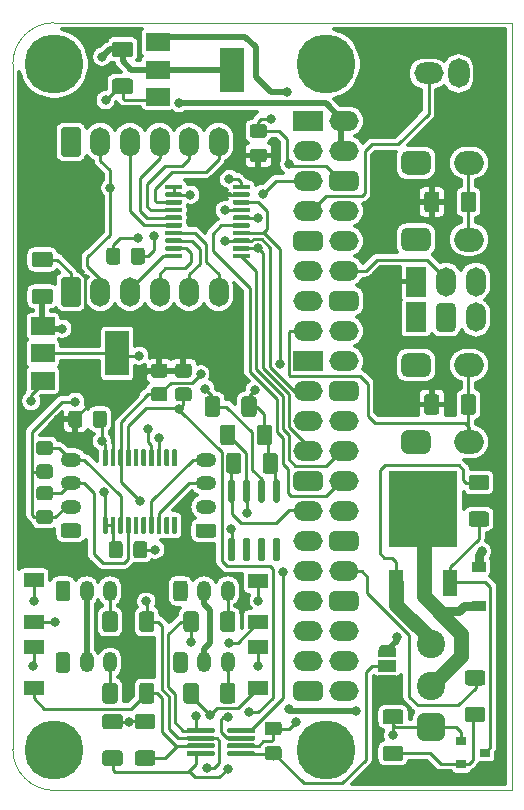
<source format=gbr>
%TF.GenerationSoftware,KiCad,Pcbnew,(5.1.7)-1*%
%TF.CreationDate,2020-11-30T22:01:16+01:00*%
%TF.ProjectId,zerosensor,7a65726f-7365-46e7-936f-722e6b696361,rev?*%
%TF.SameCoordinates,PX761e28cPY7a7afb0*%
%TF.FileFunction,Copper,L2,Bot*%
%TF.FilePolarity,Positive*%
%FSLAX46Y46*%
G04 Gerber Fmt 4.6, Leading zero omitted, Abs format (unit mm)*
G04 Created by KiCad (PCBNEW (5.1.7)-1) date 2020-11-30 22:01:16*
%MOMM*%
%LPD*%
G01*
G04 APERTURE LIST*
%TA.AperFunction,Profile*%
%ADD10C,0.050000*%
%TD*%
%TA.AperFunction,ComponentPad*%
%ADD11O,1.200000X1.750000*%
%TD*%
%TA.AperFunction,SMDPad,CuDef*%
%ADD12R,1.500000X1.000000*%
%TD*%
%TA.AperFunction,SMDPad,CuDef*%
%ADD13C,0.100000*%
%TD*%
%TA.AperFunction,SMDPad,CuDef*%
%ADD14R,2.000000X1.500000*%
%TD*%
%TA.AperFunction,SMDPad,CuDef*%
%ADD15R,2.000000X3.800000*%
%TD*%
%TA.AperFunction,SMDPad,CuDef*%
%ADD16R,1.200000X0.900000*%
%TD*%
%TA.AperFunction,ComponentPad*%
%ADD17O,2.500000X1.700000*%
%TD*%
%TA.AperFunction,ComponentPad*%
%ADD18R,2.500000X1.700000*%
%TD*%
%TA.AperFunction,SMDPad,CuDef*%
%ADD19R,1.700000X1.300000*%
%TD*%
%TA.AperFunction,ComponentPad*%
%ADD20O,1.750000X1.200000*%
%TD*%
%TA.AperFunction,ComponentPad*%
%ADD21O,1.700000X2.500000*%
%TD*%
%TA.AperFunction,SMDPad,CuDef*%
%ADD22R,0.900000X0.800000*%
%TD*%
%TA.AperFunction,ComponentPad*%
%ADD23O,2.500000X2.000000*%
%TD*%
%TA.AperFunction,ComponentPad*%
%ADD24C,5.000000*%
%TD*%
%TA.AperFunction,ComponentPad*%
%ADD25O,2.500000X1.800000*%
%TD*%
%TA.AperFunction,ComponentPad*%
%ADD26O,1.800000X2.500000*%
%TD*%
%TA.AperFunction,ComponentPad*%
%ADD27R,1.700000X2.500000*%
%TD*%
%TA.AperFunction,ComponentPad*%
%ADD28C,2.400000*%
%TD*%
%TA.AperFunction,SMDPad,CuDef*%
%ADD29R,5.800000X6.400000*%
%TD*%
%TA.AperFunction,SMDPad,CuDef*%
%ADD30R,1.200000X2.200000*%
%TD*%
%TA.AperFunction,ViaPad*%
%ADD31C,0.800000*%
%TD*%
%TA.AperFunction,ViaPad*%
%ADD32C,0.600000*%
%TD*%
%TA.AperFunction,Conductor*%
%ADD33C,0.250000*%
%TD*%
%TA.AperFunction,Conductor*%
%ADD34C,0.800000*%
%TD*%
%TA.AperFunction,Conductor*%
%ADD35C,0.500000*%
%TD*%
%TA.AperFunction,Conductor*%
%ADD36C,1.250000*%
%TD*%
%TA.AperFunction,Conductor*%
%ADD37C,0.350000*%
%TD*%
%TA.AperFunction,Conductor*%
%ADD38C,0.100000*%
%TD*%
G04 APERTURE END LIST*
D10*
X-38727500Y65000000D02*
G75*
G03*
X-42227500Y61500000I0J-3500000D01*
G01*
X-38727500Y0D02*
G75*
G02*
X-42227500Y3500000I0J3500000D01*
G01*
X2500Y0D02*
X-16997500Y0D01*
X2500Y65000000D02*
X2500Y0D01*
X-16997500Y65000000D02*
X2500Y65000000D01*
X-42227500Y3500000D02*
X-42227500Y61500000D01*
X-16997500Y0D02*
X-38727500Y0D01*
X-38727500Y65000000D02*
X-16997500Y65000000D01*
D11*
%TO.P,AIN4,3*%
%TO.N,Net-(AIN4-Pad3)*%
X-24035000Y16882000D03*
%TO.P,AIN4,2*%
%TO.N,+5V*%
X-26035000Y16882000D03*
%TO.P,AIN4,1*%
%TO.N,GND*%
%TA.AperFunction,ComponentPad*%
G36*
G01*
X-28635000Y16256999D02*
X-28635000Y17507001D01*
G75*
G02*
X-28385001Y17757000I249999J0D01*
G01*
X-27684999Y17757000D01*
G75*
G02*
X-27435000Y17507001I0J-249999D01*
G01*
X-27435000Y16256999D01*
G75*
G02*
X-27684999Y16007000I-249999J0D01*
G01*
X-28385001Y16007000D01*
G75*
G02*
X-28635000Y16256999I0J249999D01*
G01*
G37*
%TD.AperFunction*%
%TD*%
D12*
%TO.P,JP5,2*%
%TO.N,Net-(C1-Pad1)*%
X-10527500Y10550000D03*
%TA.AperFunction,SMDPad,CuDef*%
D13*
%TO.P,JP5,3*%
%TO.N,+5V*%
G36*
X-11276898Y11850000D02*
G01*
X-11276898Y11874534D01*
X-11272088Y11923365D01*
X-11262516Y11971490D01*
X-11248272Y12018445D01*
X-11229495Y12063778D01*
X-11206364Y12107051D01*
X-11179104Y12147850D01*
X-11147976Y12185779D01*
X-11113279Y12220476D01*
X-11075350Y12251604D01*
X-11034551Y12278864D01*
X-10991278Y12301995D01*
X-10945945Y12320772D01*
X-10898990Y12335016D01*
X-10850865Y12344588D01*
X-10802034Y12349398D01*
X-10777500Y12349398D01*
X-10777500Y12350000D01*
X-10277500Y12350000D01*
X-10277500Y12349398D01*
X-10252966Y12349398D01*
X-10204135Y12344588D01*
X-10156010Y12335016D01*
X-10109055Y12320772D01*
X-10063722Y12301995D01*
X-10020449Y12278864D01*
X-9979650Y12251604D01*
X-9941721Y12220476D01*
X-9907024Y12185779D01*
X-9875896Y12147850D01*
X-9848636Y12107051D01*
X-9825505Y12063778D01*
X-9806728Y12018445D01*
X-9792484Y11971490D01*
X-9782912Y11923365D01*
X-9778102Y11874534D01*
X-9778102Y11850000D01*
X-9777500Y11850000D01*
X-9777500Y11300000D01*
X-11277500Y11300000D01*
X-11277500Y11850000D01*
X-11276898Y11850000D01*
G37*
%TD.AperFunction*%
%TA.AperFunction,SMDPad,CuDef*%
%TO.P,JP5,1*%
%TO.N,+3V3*%
G36*
X-9777500Y9800000D02*
G01*
X-9777500Y9250000D01*
X-9778102Y9250000D01*
X-9778102Y9225466D01*
X-9782912Y9176635D01*
X-9792484Y9128510D01*
X-9806728Y9081555D01*
X-9825505Y9036222D01*
X-9848636Y8992949D01*
X-9875896Y8952150D01*
X-9907024Y8914221D01*
X-9941721Y8879524D01*
X-9979650Y8848396D01*
X-10020449Y8821136D01*
X-10063722Y8798005D01*
X-10109055Y8779228D01*
X-10156010Y8764984D01*
X-10204135Y8755412D01*
X-10252966Y8750602D01*
X-10277500Y8750602D01*
X-10277500Y8750000D01*
X-10777500Y8750000D01*
X-10777500Y8750602D01*
X-10802034Y8750602D01*
X-10850865Y8755412D01*
X-10898990Y8764984D01*
X-10945945Y8779228D01*
X-10991278Y8798005D01*
X-11034551Y8821136D01*
X-11075350Y8848396D01*
X-11113279Y8879524D01*
X-11147976Y8914221D01*
X-11179104Y8952150D01*
X-11206364Y8992949D01*
X-11229495Y9036222D01*
X-11248272Y9081555D01*
X-11262516Y9128510D01*
X-11272088Y9176635D01*
X-11276898Y9225466D01*
X-11276898Y9250000D01*
X-11277500Y9250000D01*
X-11277500Y9800000D01*
X-9777500Y9800000D01*
G37*
%TD.AperFunction*%
%TD*%
%TO.P,U6,8*%
%TO.N,Net-(J2-Pad17)*%
%TA.AperFunction,SMDPad,CuDef*%
G36*
G01*
X-19737500Y24375000D02*
X-20037500Y24375000D01*
G75*
G02*
X-20187500Y24525000I0J150000D01*
G01*
X-20187500Y26175000D01*
G75*
G02*
X-20037500Y26325000I150000J0D01*
G01*
X-19737500Y26325000D01*
G75*
G02*
X-19587500Y26175000I0J-150000D01*
G01*
X-19587500Y24525000D01*
G75*
G02*
X-19737500Y24375000I-150000J0D01*
G01*
G37*
%TD.AperFunction*%
%TO.P,U6,7*%
%TO.N,Net-(R21-Pad2)*%
%TA.AperFunction,SMDPad,CuDef*%
G36*
G01*
X-21007500Y24375000D02*
X-21307500Y24375000D01*
G75*
G02*
X-21457500Y24525000I0J150000D01*
G01*
X-21457500Y26175000D01*
G75*
G02*
X-21307500Y26325000I150000J0D01*
G01*
X-21007500Y26325000D01*
G75*
G02*
X-20857500Y26175000I0J-150000D01*
G01*
X-20857500Y24525000D01*
G75*
G02*
X-21007500Y24375000I-150000J0D01*
G01*
G37*
%TD.AperFunction*%
%TO.P,U6,6*%
%TO.N,Net-(J2-Pad28)*%
%TA.AperFunction,SMDPad,CuDef*%
G36*
G01*
X-22277500Y24375000D02*
X-22577500Y24375000D01*
G75*
G02*
X-22727500Y24525000I0J150000D01*
G01*
X-22727500Y26175000D01*
G75*
G02*
X-22577500Y26325000I150000J0D01*
G01*
X-22277500Y26325000D01*
G75*
G02*
X-22127500Y26175000I0J-150000D01*
G01*
X-22127500Y24525000D01*
G75*
G02*
X-22277500Y24375000I-150000J0D01*
G01*
G37*
%TD.AperFunction*%
%TO.P,U6,5*%
%TO.N,Net-(J2-Pad27)*%
%TA.AperFunction,SMDPad,CuDef*%
G36*
G01*
X-23547500Y24375000D02*
X-23847500Y24375000D01*
G75*
G02*
X-23997500Y24525000I0J150000D01*
G01*
X-23997500Y26175000D01*
G75*
G02*
X-23847500Y26325000I150000J0D01*
G01*
X-23547500Y26325000D01*
G75*
G02*
X-23397500Y26175000I0J-150000D01*
G01*
X-23397500Y24525000D01*
G75*
G02*
X-23547500Y24375000I-150000J0D01*
G01*
G37*
%TD.AperFunction*%
%TO.P,U6,4*%
%TO.N,GND*%
%TA.AperFunction,SMDPad,CuDef*%
G36*
G01*
X-23547500Y19425000D02*
X-23847500Y19425000D01*
G75*
G02*
X-23997500Y19575000I0J150000D01*
G01*
X-23997500Y21225000D01*
G75*
G02*
X-23847500Y21375000I150000J0D01*
G01*
X-23547500Y21375000D01*
G75*
G02*
X-23397500Y21225000I0J-150000D01*
G01*
X-23397500Y19575000D01*
G75*
G02*
X-23547500Y19425000I-150000J0D01*
G01*
G37*
%TD.AperFunction*%
%TO.P,U6,3*%
%TO.N,Net-(U6-Pad3)*%
%TA.AperFunction,SMDPad,CuDef*%
G36*
G01*
X-22277500Y19425000D02*
X-22577500Y19425000D01*
G75*
G02*
X-22727500Y19575000I0J150000D01*
G01*
X-22727500Y21225000D01*
G75*
G02*
X-22577500Y21375000I150000J0D01*
G01*
X-22277500Y21375000D01*
G75*
G02*
X-22127500Y21225000I0J-150000D01*
G01*
X-22127500Y19575000D01*
G75*
G02*
X-22277500Y19425000I-150000J0D01*
G01*
G37*
%TD.AperFunction*%
%TO.P,U6,2*%
%TO.N,Net-(U6-Pad2)*%
%TA.AperFunction,SMDPad,CuDef*%
G36*
G01*
X-21007500Y19425000D02*
X-21307500Y19425000D01*
G75*
G02*
X-21457500Y19575000I0J150000D01*
G01*
X-21457500Y21225000D01*
G75*
G02*
X-21307500Y21375000I150000J0D01*
G01*
X-21007500Y21375000D01*
G75*
G02*
X-20857500Y21225000I0J-150000D01*
G01*
X-20857500Y19575000D01*
G75*
G02*
X-21007500Y19425000I-150000J0D01*
G01*
G37*
%TD.AperFunction*%
%TO.P,U6,1*%
%TO.N,Net-(U6-Pad1)*%
%TA.AperFunction,SMDPad,CuDef*%
G36*
G01*
X-19737500Y19425000D02*
X-20037500Y19425000D01*
G75*
G02*
X-20187500Y19575000I0J150000D01*
G01*
X-20187500Y21225000D01*
G75*
G02*
X-20037500Y21375000I150000J0D01*
G01*
X-19737500Y21375000D01*
G75*
G02*
X-19587500Y21225000I0J-150000D01*
G01*
X-19587500Y19575000D01*
G75*
G02*
X-19737500Y19425000I-150000J0D01*
G01*
G37*
%TD.AperFunction*%
%TD*%
%TO.P,R21,2*%
%TO.N,Net-(R21-Pad2)*%
%TA.AperFunction,SMDPad,CuDef*%
G36*
G01*
X-24677500Y33125000D02*
X-24677500Y31875000D01*
G75*
G02*
X-24927500Y31625000I-250000J0D01*
G01*
X-25727500Y31625000D01*
G75*
G02*
X-25977500Y31875000I0J250000D01*
G01*
X-25977500Y33125000D01*
G75*
G02*
X-25727500Y33375000I250000J0D01*
G01*
X-24927500Y33375000D01*
G75*
G02*
X-24677500Y33125000I0J-250000D01*
G01*
G37*
%TD.AperFunction*%
%TO.P,R21,1*%
%TO.N,Net-(J2-Pad17)*%
%TA.AperFunction,SMDPad,CuDef*%
G36*
G01*
X-21577500Y33125000D02*
X-21577500Y31875000D01*
G75*
G02*
X-21827500Y31625000I-250000J0D01*
G01*
X-22627500Y31625000D01*
G75*
G02*
X-22877500Y31875000I0J250000D01*
G01*
X-22877500Y33125000D01*
G75*
G02*
X-22627500Y33375000I250000J0D01*
G01*
X-21827500Y33375000D01*
G75*
G02*
X-21577500Y33125000I0J-250000D01*
G01*
G37*
%TD.AperFunction*%
%TD*%
%TO.P,R20,2*%
%TO.N,Net-(J2-Pad28)*%
%TA.AperFunction,SMDPad,CuDef*%
G36*
G01*
X-23377500Y30725000D02*
X-23377500Y29475000D01*
G75*
G02*
X-23627500Y29225000I-250000J0D01*
G01*
X-24427500Y29225000D01*
G75*
G02*
X-24677500Y29475000I0J250000D01*
G01*
X-24677500Y30725000D01*
G75*
G02*
X-24427500Y30975000I250000J0D01*
G01*
X-23627500Y30975000D01*
G75*
G02*
X-23377500Y30725000I0J-250000D01*
G01*
G37*
%TD.AperFunction*%
%TO.P,R20,1*%
%TO.N,Net-(J2-Pad17)*%
%TA.AperFunction,SMDPad,CuDef*%
G36*
G01*
X-20277500Y30725000D02*
X-20277500Y29475000D01*
G75*
G02*
X-20527500Y29225000I-250000J0D01*
G01*
X-21327500Y29225000D01*
G75*
G02*
X-21577500Y29475000I0J250000D01*
G01*
X-21577500Y30725000D01*
G75*
G02*
X-21327500Y30975000I250000J0D01*
G01*
X-20527500Y30975000D01*
G75*
G02*
X-20277500Y30725000I0J-250000D01*
G01*
G37*
%TD.AperFunction*%
%TD*%
%TO.P,R19,2*%
%TO.N,Net-(J2-Pad17)*%
%TA.AperFunction,SMDPad,CuDef*%
G36*
G01*
X-21077500Y27075000D02*
X-21077500Y28325000D01*
G75*
G02*
X-20827500Y28575000I250000J0D01*
G01*
X-20027500Y28575000D01*
G75*
G02*
X-19777500Y28325000I0J-250000D01*
G01*
X-19777500Y27075000D01*
G75*
G02*
X-20027500Y26825000I-250000J0D01*
G01*
X-20827500Y26825000D01*
G75*
G02*
X-21077500Y27075000I0J250000D01*
G01*
G37*
%TD.AperFunction*%
%TO.P,R19,1*%
%TO.N,Net-(J2-Pad27)*%
%TA.AperFunction,SMDPad,CuDef*%
G36*
G01*
X-24177500Y27075000D02*
X-24177500Y28325000D01*
G75*
G02*
X-23927500Y28575000I250000J0D01*
G01*
X-23127500Y28575000D01*
G75*
G02*
X-22877500Y28325000I0J-250000D01*
G01*
X-22877500Y27075000D01*
G75*
G02*
X-23127500Y26825000I-250000J0D01*
G01*
X-23927500Y26825000D01*
G75*
G02*
X-24177500Y27075000I0J250000D01*
G01*
G37*
%TD.AperFunction*%
%TD*%
D14*
%TO.P,U5,1*%
%TO.N,GND*%
X-39677500Y34700000D03*
%TO.P,U5,3*%
%TO.N,+5V*%
X-39677500Y39300000D03*
%TO.P,U5,2*%
%TO.N,3V3_Regulator*%
X-39677500Y37000000D03*
D15*
X-33377500Y37000000D03*
%TD*%
%TO.P,C8,2*%
%TO.N,GND*%
%TA.AperFunction,SMDPad,CuDef*%
G36*
G01*
X-39077499Y44287500D02*
X-40377501Y44287500D01*
G75*
G02*
X-40627500Y44537499I0J249999D01*
G01*
X-40627500Y45362501D01*
G75*
G02*
X-40377501Y45612500I249999J0D01*
G01*
X-39077499Y45612500D01*
G75*
G02*
X-38827500Y45362501I0J-249999D01*
G01*
X-38827500Y44537499D01*
G75*
G02*
X-39077499Y44287500I-249999J0D01*
G01*
G37*
%TD.AperFunction*%
%TO.P,C8,1*%
%TO.N,+5V*%
%TA.AperFunction,SMDPad,CuDef*%
G36*
G01*
X-39077499Y41162500D02*
X-40377501Y41162500D01*
G75*
G02*
X-40627500Y41412499I0J249999D01*
G01*
X-40627500Y42237501D01*
G75*
G02*
X-40377501Y42487500I249999J0D01*
G01*
X-39077499Y42487500D01*
G75*
G02*
X-38827500Y42237501I0J-249999D01*
G01*
X-38827500Y41412499D01*
G75*
G02*
X-39077499Y41162500I-249999J0D01*
G01*
G37*
%TD.AperFunction*%
%TD*%
D16*
%TO.P,D6,2*%
%TO.N,GND*%
X-2785000Y18932000D03*
%TO.P,D6,1*%
%TO.N,Net-(D6-Pad1)*%
X-2785000Y15632000D03*
%TD*%
D17*
%TO.P,J2,40*%
%TO.N,Net-(J2-Pad40)*%
X-14195000Y8415000D03*
%TO.P,J2,39*%
%TO.N,GND*%
%TA.AperFunction,ComponentPad*%
G36*
G01*
X-18485000Y7990000D02*
X-18485000Y8840000D01*
G75*
G02*
X-18060000Y9265000I425000J0D01*
G01*
X-16410000Y9265000D01*
G75*
G02*
X-15985000Y8840000I0J-425000D01*
G01*
X-15985000Y7990000D01*
G75*
G02*
X-16410000Y7565000I-425000J0D01*
G01*
X-18060000Y7565000D01*
G75*
G02*
X-18485000Y7990000I0J425000D01*
G01*
G37*
%TD.AperFunction*%
%TO.P,J2,38*%
%TO.N,I2S_DOUT*%
X-14195000Y10955000D03*
%TO.P,J2,37*%
%TO.N,Net-(J2-Pad37)*%
X-17235000Y10955000D03*
%TO.P,J2,36*%
%TO.N,Net-(J2-Pad36)*%
X-14195000Y13495000D03*
%TO.P,J2,35*%
%TO.N,I2S_LRCLK*%
X-17235000Y13495000D03*
%TO.P,J2,34*%
%TO.N,Net-(J2-Pad34)*%
%TA.AperFunction,ComponentPad*%
G36*
G01*
X-15445000Y15610000D02*
X-15445000Y16460000D01*
G75*
G02*
X-15020000Y16885000I425000J0D01*
G01*
X-13370000Y16885000D01*
G75*
G02*
X-12945000Y16460000I0J-425000D01*
G01*
X-12945000Y15610000D01*
G75*
G02*
X-13370000Y15185000I-425000J0D01*
G01*
X-15020000Y15185000D01*
G75*
G02*
X-15445000Y15610000I0J425000D01*
G01*
G37*
%TD.AperFunction*%
%TO.P,J2,33*%
%TO.N,Net-(J2-Pad33)*%
X-17235000Y16035000D03*
%TO.P,J2,32*%
%TO.N,Strobe*%
X-14195000Y18575000D03*
%TO.P,J2,31*%
%TO.N,Net-(J2-Pad31)*%
X-17235000Y18575000D03*
%TO.P,J2,30*%
%TO.N,Net-(J2-Pad30)*%
%TA.AperFunction,ComponentPad*%
G36*
G01*
X-15445000Y20690000D02*
X-15445000Y21540000D01*
G75*
G02*
X-15020000Y21965000I425000J0D01*
G01*
X-13370000Y21965000D01*
G75*
G02*
X-12945000Y21540000I0J-425000D01*
G01*
X-12945000Y20690000D01*
G75*
G02*
X-13370000Y20265000I-425000J0D01*
G01*
X-15020000Y20265000D01*
G75*
G02*
X-15445000Y20690000I0J425000D01*
G01*
G37*
%TD.AperFunction*%
%TO.P,J2,29*%
%TO.N,Net-(J2-Pad29)*%
X-17235000Y21115000D03*
%TO.P,J2,28*%
%TO.N,Net-(J2-Pad28)*%
X-14195000Y23655000D03*
%TO.P,J2,27*%
%TO.N,Net-(J2-Pad27)*%
X-17235000Y23655000D03*
%TO.P,J2,26*%
%TO.N,SPI_CE1*%
X-14195000Y26195000D03*
%TO.P,J2,25*%
%TO.N,GND*%
%TA.AperFunction,ComponentPad*%
G36*
G01*
X-18485000Y25770000D02*
X-18485000Y26620000D01*
G75*
G02*
X-18060000Y27045000I425000J0D01*
G01*
X-16410000Y27045000D01*
G75*
G02*
X-15985000Y26620000I0J-425000D01*
G01*
X-15985000Y25770000D01*
G75*
G02*
X-16410000Y25345000I-425000J0D01*
G01*
X-18060000Y25345000D01*
G75*
G02*
X-18485000Y25770000I0J425000D01*
G01*
G37*
%TD.AperFunction*%
%TO.P,J2,24*%
%TO.N,SPI_CE0*%
X-14195000Y28735000D03*
%TO.P,J2,23*%
%TO.N,SPI_SCLK*%
X-17235000Y28735000D03*
%TO.P,J2,22*%
%TO.N,Net-(J2-Pad22)*%
X-14195000Y31275000D03*
%TO.P,J2,21*%
%TO.N,SPI_MISO*%
X-17235000Y31275000D03*
%TO.P,J2,20*%
%TO.N,GND*%
%TA.AperFunction,ComponentPad*%
G36*
G01*
X-15445000Y33390000D02*
X-15445000Y34240000D01*
G75*
G02*
X-15020000Y34665000I425000J0D01*
G01*
X-13370000Y34665000D01*
G75*
G02*
X-12945000Y34240000I0J-425000D01*
G01*
X-12945000Y33390000D01*
G75*
G02*
X-13370000Y32965000I-425000J0D01*
G01*
X-15020000Y32965000D01*
G75*
G02*
X-15445000Y33390000I0J425000D01*
G01*
G37*
%TD.AperFunction*%
%TO.P,J2,19*%
%TO.N,SPI_MOSI*%
X-17235000Y33815000D03*
%TO.P,J2,18*%
%TO.N,Net-(J2-Pad18)*%
X-14195000Y36355000D03*
D18*
%TO.P,J2,17*%
%TO.N,Net-(J2-Pad17)*%
X-17235000Y36355000D03*
D17*
%TO.P,J2,16*%
%TO.N,Button2*%
X-14195000Y38895000D03*
%TO.P,J2,15*%
%TO.N,Button1*%
X-17235000Y38895000D03*
%TO.P,J2,14*%
%TO.N,Net-(J2-Pad14)*%
%TA.AperFunction,ComponentPad*%
G36*
G01*
X-15445000Y41010000D02*
X-15445000Y41860000D01*
G75*
G02*
X-15020000Y42285000I425000J0D01*
G01*
X-13370000Y42285000D01*
G75*
G02*
X-12945000Y41860000I0J-425000D01*
G01*
X-12945000Y41010000D01*
G75*
G02*
X-13370000Y40585000I-425000J0D01*
G01*
X-15020000Y40585000D01*
G75*
G02*
X-15445000Y41010000I0J425000D01*
G01*
G37*
%TD.AperFunction*%
%TO.P,J2,13*%
%TO.N,Net-(J2-Pad13)*%
X-17235000Y41435000D03*
%TO.P,J2,12*%
%TO.N,I2S_BCLK*%
X-14195000Y43975000D03*
%TO.P,J2,11*%
%TO.N,Net-(J2-Pad11)*%
X-17235000Y43975000D03*
%TO.P,J2,10*%
%TO.N,UART_RX*%
X-14195000Y46515000D03*
%TO.P,J2,9*%
%TO.N,Net-(J2-Pad9)*%
%TA.AperFunction,ComponentPad*%
G36*
G01*
X-18485000Y46090000D02*
X-18485000Y46940000D01*
G75*
G02*
X-18060000Y47365000I425000J0D01*
G01*
X-16410000Y47365000D01*
G75*
G02*
X-15985000Y46940000I0J-425000D01*
G01*
X-15985000Y46090000D01*
G75*
G02*
X-16410000Y45665000I-425000J0D01*
G01*
X-18060000Y45665000D01*
G75*
G02*
X-18485000Y46090000I0J425000D01*
G01*
G37*
%TD.AperFunction*%
%TO.P,J2,8*%
%TO.N,UART_TX*%
X-14195000Y49055000D03*
%TO.P,J2,7*%
%TO.N,LED*%
X-17235000Y49055000D03*
%TO.P,J2,6*%
%TO.N,GND*%
%TA.AperFunction,ComponentPad*%
G36*
G01*
X-15445000Y51170000D02*
X-15445000Y52020000D01*
G75*
G02*
X-15020000Y52445000I425000J0D01*
G01*
X-13370000Y52445000D01*
G75*
G02*
X-12945000Y52020000I0J-425000D01*
G01*
X-12945000Y51170000D01*
G75*
G02*
X-13370000Y50745000I-425000J0D01*
G01*
X-15020000Y50745000D01*
G75*
G02*
X-15445000Y51170000I0J425000D01*
G01*
G37*
%TD.AperFunction*%
%TO.P,J2,5*%
%TO.N,I2C_SCL*%
X-17235000Y51595000D03*
%TO.P,J2,4*%
%TO.N,+5V*%
X-14195000Y54135000D03*
%TO.P,J2,3*%
%TO.N,I2C_SDA*%
X-17235000Y54135000D03*
%TO.P,J2,2*%
%TO.N,+5V*%
X-14195000Y56675000D03*
D18*
%TO.P,J2,1*%
%TO.N,Net-(J2-Pad1)*%
X-17235000Y56675000D03*
%TD*%
D19*
%TO.P,D5,2*%
%TO.N,GND*%
X-21435000Y17732000D03*
%TO.P,D5,1*%
%TO.N,Net-(D5-Pad1)*%
X-21435000Y14232000D03*
%TD*%
%TO.P,D4,2*%
%TO.N,GND*%
X-40435000Y17782000D03*
%TO.P,D4,1*%
%TO.N,Net-(D4-Pad1)*%
X-40435000Y14282000D03*
%TD*%
%TO.P,D3,2*%
%TO.N,GND*%
X-40435000Y12182000D03*
%TO.P,D3,1*%
%TO.N,Net-(D3-Pad1)*%
X-40435000Y8682000D03*
%TD*%
%TO.P,D2,2*%
%TO.N,GND*%
X-21435000Y12182000D03*
%TO.P,D2,1*%
%TO.N,Net-(D2-Pad1)*%
X-21435000Y8682000D03*
%TD*%
D14*
%TO.P,U4,1*%
%TO.N,GND*%
X-29935000Y58732000D03*
%TO.P,U4,3*%
%TO.N,Ext_Supply*%
X-29935000Y63332000D03*
%TO.P,U4,2*%
%TO.N,Net-(C7-Pad1)*%
X-29935000Y61032000D03*
D15*
X-23635000Y61032000D03*
%TD*%
%TO.P,C7,2*%
%TO.N,GND*%
%TA.AperFunction,SMDPad,CuDef*%
G36*
G01*
X-33585001Y60282000D02*
X-32284999Y60282000D01*
G75*
G02*
X-32035000Y60032001I0J-249999D01*
G01*
X-32035000Y59206999D01*
G75*
G02*
X-32284999Y58957000I-249999J0D01*
G01*
X-33585001Y58957000D01*
G75*
G02*
X-33835000Y59206999I0J249999D01*
G01*
X-33835000Y60032001D01*
G75*
G02*
X-33585001Y60282000I249999J0D01*
G01*
G37*
%TD.AperFunction*%
%TO.P,C7,1*%
%TO.N,Net-(C7-Pad1)*%
%TA.AperFunction,SMDPad,CuDef*%
G36*
G01*
X-33585001Y63407000D02*
X-32284999Y63407000D01*
G75*
G02*
X-32035000Y63157001I0J-249999D01*
G01*
X-32035000Y62331999D01*
G75*
G02*
X-32284999Y62082000I-249999J0D01*
G01*
X-33585001Y62082000D01*
G75*
G02*
X-33835000Y62331999I0J249999D01*
G01*
X-33835000Y63157001D01*
G75*
G02*
X-33585001Y63407000I249999J0D01*
G01*
G37*
%TD.AperFunction*%
%TD*%
%TO.P,C5,2*%
%TO.N,GND*%
%TA.AperFunction,SMDPad,CuDef*%
G36*
G01*
X-33122500Y45707000D02*
X-33122500Y44757000D01*
G75*
G02*
X-33372500Y44507000I-250000J0D01*
G01*
X-34047500Y44507000D01*
G75*
G02*
X-34297500Y44757000I0J250000D01*
G01*
X-34297500Y45707000D01*
G75*
G02*
X-34047500Y45957000I250000J0D01*
G01*
X-33372500Y45957000D01*
G75*
G02*
X-33122500Y45707000I0J-250000D01*
G01*
G37*
%TD.AperFunction*%
%TO.P,C5,1*%
%TO.N,Net-(C5-Pad1)*%
%TA.AperFunction,SMDPad,CuDef*%
G36*
G01*
X-31047500Y45707000D02*
X-31047500Y44757000D01*
G75*
G02*
X-31297500Y44507000I-250000J0D01*
G01*
X-31972500Y44507000D01*
G75*
G02*
X-32222500Y44757000I0J250000D01*
G01*
X-32222500Y45707000D01*
G75*
G02*
X-31972500Y45957000I250000J0D01*
G01*
X-31297500Y45957000D01*
G75*
G02*
X-31047500Y45707000I0J-250000D01*
G01*
G37*
%TD.AperFunction*%
%TD*%
%TO.P,C4,2*%
%TO.N,GND*%
%TA.AperFunction,SMDPad,CuDef*%
G36*
G01*
X-35447500Y30957000D02*
X-35447500Y31907000D01*
G75*
G02*
X-35197500Y32157000I250000J0D01*
G01*
X-34522500Y32157000D01*
G75*
G02*
X-34272500Y31907000I0J-250000D01*
G01*
X-34272500Y30957000D01*
G75*
G02*
X-34522500Y30707000I-250000J0D01*
G01*
X-35197500Y30707000D01*
G75*
G02*
X-35447500Y30957000I0J250000D01*
G01*
G37*
%TD.AperFunction*%
%TO.P,C4,1*%
%TO.N,+3V3*%
%TA.AperFunction,SMDPad,CuDef*%
G36*
G01*
X-37522500Y30957000D02*
X-37522500Y31907000D01*
G75*
G02*
X-37272500Y32157000I250000J0D01*
G01*
X-36597500Y32157000D01*
G75*
G02*
X-36347500Y31907000I0J-250000D01*
G01*
X-36347500Y30957000D01*
G75*
G02*
X-36597500Y30707000I-250000J0D01*
G01*
X-37272500Y30707000D01*
G75*
G02*
X-37522500Y30957000I0J250000D01*
G01*
G37*
%TD.AperFunction*%
%TD*%
%TO.P,C3,2*%
%TO.N,GND*%
%TA.AperFunction,SMDPad,CuDef*%
G36*
G01*
X-32022500Y19907000D02*
X-32022500Y20857000D01*
G75*
G02*
X-31772500Y21107000I250000J0D01*
G01*
X-31097500Y21107000D01*
G75*
G02*
X-30847500Y20857000I0J-250000D01*
G01*
X-30847500Y19907000D01*
G75*
G02*
X-31097500Y19657000I-250000J0D01*
G01*
X-31772500Y19657000D01*
G75*
G02*
X-32022500Y19907000I0J250000D01*
G01*
G37*
%TD.AperFunction*%
%TO.P,C3,1*%
%TO.N,Net-(C3-Pad1)*%
%TA.AperFunction,SMDPad,CuDef*%
G36*
G01*
X-34097500Y19907000D02*
X-34097500Y20857000D01*
G75*
G02*
X-33847500Y21107000I250000J0D01*
G01*
X-33172500Y21107000D01*
G75*
G02*
X-32922500Y20857000I0J-250000D01*
G01*
X-32922500Y19907000D01*
G75*
G02*
X-33172500Y19657000I-250000J0D01*
G01*
X-33847500Y19657000D01*
G75*
G02*
X-34097500Y19907000I0J250000D01*
G01*
G37*
%TD.AperFunction*%
%TD*%
%TO.P,C2,2*%
%TO.N,GND*%
%TA.AperFunction,SMDPad,CuDef*%
G36*
G01*
X-20960000Y55244500D02*
X-21910000Y55244500D01*
G75*
G02*
X-22160000Y55494500I0J250000D01*
G01*
X-22160000Y56169500D01*
G75*
G02*
X-21910000Y56419500I250000J0D01*
G01*
X-20960000Y56419500D01*
G75*
G02*
X-20710000Y56169500I0J-250000D01*
G01*
X-20710000Y55494500D01*
G75*
G02*
X-20960000Y55244500I-250000J0D01*
G01*
G37*
%TD.AperFunction*%
%TO.P,C2,1*%
%TO.N,+3V3*%
%TA.AperFunction,SMDPad,CuDef*%
G36*
G01*
X-20960000Y53169500D02*
X-21910000Y53169500D01*
G75*
G02*
X-22160000Y53419500I0J250000D01*
G01*
X-22160000Y54094500D01*
G75*
G02*
X-21910000Y54344500I250000J0D01*
G01*
X-20960000Y54344500D01*
G75*
G02*
X-20710000Y54094500I0J-250000D01*
G01*
X-20710000Y53419500D01*
G75*
G02*
X-20960000Y53169500I-250000J0D01*
G01*
G37*
%TD.AperFunction*%
%TD*%
%TO.P,R18,2*%
%TO.N,Net-(AIN4-Pad3)*%
%TA.AperFunction,SMDPad,CuDef*%
G36*
G01*
X-24685000Y13657000D02*
X-24685000Y14907000D01*
G75*
G02*
X-24435000Y15157000I250000J0D01*
G01*
X-23635000Y15157000D01*
G75*
G02*
X-23385000Y14907000I0J-250000D01*
G01*
X-23385000Y13657000D01*
G75*
G02*
X-23635000Y13407000I-250000J0D01*
G01*
X-24435000Y13407000D01*
G75*
G02*
X-24685000Y13657000I0J250000D01*
G01*
G37*
%TD.AperFunction*%
%TO.P,R18,1*%
%TO.N,Net-(D5-Pad1)*%
%TA.AperFunction,SMDPad,CuDef*%
G36*
G01*
X-27785000Y13657000D02*
X-27785000Y14907000D01*
G75*
G02*
X-27535000Y15157000I250000J0D01*
G01*
X-26735000Y15157000D01*
G75*
G02*
X-26485000Y14907000I0J-250000D01*
G01*
X-26485000Y13657000D01*
G75*
G02*
X-26735000Y13407000I-250000J0D01*
G01*
X-27535000Y13407000D01*
G75*
G02*
X-27785000Y13657000I0J250000D01*
G01*
G37*
%TD.AperFunction*%
%TD*%
%TO.P,R17,2*%
%TO.N,Net-(AIN3-Pad3)*%
%TA.AperFunction,SMDPad,CuDef*%
G36*
G01*
X-33335000Y14907000D02*
X-33335000Y13657000D01*
G75*
G02*
X-33585000Y13407000I-250000J0D01*
G01*
X-34385000Y13407000D01*
G75*
G02*
X-34635000Y13657000I0J250000D01*
G01*
X-34635000Y14907000D01*
G75*
G02*
X-34385000Y15157000I250000J0D01*
G01*
X-33585000Y15157000D01*
G75*
G02*
X-33335000Y14907000I0J-250000D01*
G01*
G37*
%TD.AperFunction*%
%TO.P,R17,1*%
%TO.N,Net-(D4-Pad1)*%
%TA.AperFunction,SMDPad,CuDef*%
G36*
G01*
X-30235000Y14907000D02*
X-30235000Y13657000D01*
G75*
G02*
X-30485000Y13407000I-250000J0D01*
G01*
X-31285000Y13407000D01*
G75*
G02*
X-31535000Y13657000I0J250000D01*
G01*
X-31535000Y14907000D01*
G75*
G02*
X-31285000Y15157000I250000J0D01*
G01*
X-30485000Y15157000D01*
G75*
G02*
X-30235000Y14907000I0J-250000D01*
G01*
G37*
%TD.AperFunction*%
%TD*%
D11*
%TO.P,AIN3,3*%
%TO.N,Net-(AIN3-Pad3)*%
X-33985000Y16882000D03*
%TO.P,AIN3,2*%
%TO.N,+5V*%
X-35985000Y16882000D03*
%TO.P,AIN3,1*%
%TO.N,GND*%
%TA.AperFunction,ComponentPad*%
G36*
G01*
X-38585000Y16256999D02*
X-38585000Y17507001D01*
G75*
G02*
X-38335001Y17757000I249999J0D01*
G01*
X-37634999Y17757000D01*
G75*
G02*
X-37385000Y17507001I0J-249999D01*
G01*
X-37385000Y16256999D01*
G75*
G02*
X-37634999Y16007000I-249999J0D01*
G01*
X-38335001Y16007000D01*
G75*
G02*
X-38585000Y16256999I0J249999D01*
G01*
G37*
%TD.AperFunction*%
%TD*%
%TO.P,AIN1,3*%
%TO.N,Net-(AIN1-Pad3)*%
X-24035000Y10832000D03*
%TO.P,AIN1,2*%
%TO.N,+5V*%
X-26035000Y10832000D03*
%TO.P,AIN1,1*%
%TO.N,GND*%
%TA.AperFunction,ComponentPad*%
G36*
G01*
X-28635000Y10206999D02*
X-28635000Y11457001D01*
G75*
G02*
X-28385001Y11707000I249999J0D01*
G01*
X-27684999Y11707000D01*
G75*
G02*
X-27435000Y11457001I0J-249999D01*
G01*
X-27435000Y10206999D01*
G75*
G02*
X-27684999Y9957000I-249999J0D01*
G01*
X-28385001Y9957000D01*
G75*
G02*
X-28635000Y10206999I0J249999D01*
G01*
G37*
%TD.AperFunction*%
%TD*%
%TO.P,AIN2,3*%
%TO.N,Net-(AIN2-Pad3)*%
X-33985000Y10832000D03*
%TO.P,AIN2,2*%
%TO.N,+5V*%
X-35985000Y10832000D03*
%TO.P,AIN2,1*%
%TO.N,GND*%
%TA.AperFunction,ComponentPad*%
G36*
G01*
X-38585000Y10206999D02*
X-38585000Y11457001D01*
G75*
G02*
X-38335001Y11707000I249999J0D01*
G01*
X-37634999Y11707000D01*
G75*
G02*
X-37385000Y11457001I0J-249999D01*
G01*
X-37385000Y10206999D01*
G75*
G02*
X-37634999Y9957000I-249999J0D01*
G01*
X-38335001Y9957000D01*
G75*
G02*
X-38585000Y10206999I0J249999D01*
G01*
G37*
%TD.AperFunction*%
%TD*%
D20*
%TO.P,UART1,4*%
%TO.N,Net-(U2-Pad14)*%
X-25875000Y27997000D03*
%TO.P,UART1,3*%
%TO.N,Net-(U2-Pad13)*%
X-25875000Y25997000D03*
%TO.P,UART1,2*%
%TO.N,Net-(C3-Pad1)*%
X-25875000Y23997000D03*
%TO.P,UART1,1*%
%TO.N,GND*%
%TA.AperFunction,ComponentPad*%
G36*
G01*
X-25249999Y21397000D02*
X-26500001Y21397000D01*
G75*
G02*
X-26750000Y21646999I0J249999D01*
G01*
X-26750000Y22347001D01*
G75*
G02*
X-26500001Y22597000I249999J0D01*
G01*
X-25249999Y22597000D01*
G75*
G02*
X-25000000Y22347001I0J-249999D01*
G01*
X-25000000Y21646999D01*
G75*
G02*
X-25249999Y21397000I-249999J0D01*
G01*
G37*
%TD.AperFunction*%
%TD*%
%TO.P,I2C1,4*%
%TO.N,Net-(I2C1-Pad4)*%
X-37305000Y28004000D03*
%TO.P,I2C1,3*%
%TO.N,Net-(I2C1-Pad3)*%
X-37305000Y26004000D03*
%TO.P,I2C1,2*%
%TO.N,Net-(C3-Pad1)*%
X-37305000Y24004000D03*
%TO.P,I2C1,1*%
%TO.N,GND*%
%TA.AperFunction,ComponentPad*%
G36*
G01*
X-36679999Y21404000D02*
X-37930001Y21404000D01*
G75*
G02*
X-38180000Y21653999I0J249999D01*
G01*
X-38180000Y22354001D01*
G75*
G02*
X-37930001Y22604000I249999J0D01*
G01*
X-36679999Y22604000D01*
G75*
G02*
X-36430000Y22354001I0J-249999D01*
G01*
X-36430000Y21653999D01*
G75*
G02*
X-36679999Y21404000I-249999J0D01*
G01*
G37*
%TD.AperFunction*%
%TD*%
%TO.P,U3,20*%
%TO.N,Net-(C5-Pad1)*%
%TA.AperFunction,SMDPad,CuDef*%
G36*
G01*
X-27873000Y51191000D02*
X-27873000Y50991000D01*
G75*
G02*
X-27973000Y50891000I-100000J0D01*
G01*
X-29248000Y50891000D01*
G75*
G02*
X-29348000Y50991000I0J100000D01*
G01*
X-29348000Y51191000D01*
G75*
G02*
X-29248000Y51291000I100000J0D01*
G01*
X-27973000Y51291000D01*
G75*
G02*
X-27873000Y51191000I0J-100000D01*
G01*
G37*
%TD.AperFunction*%
%TO.P,U3,19*%
%TA.AperFunction,SMDPad,CuDef*%
G36*
G01*
X-27873000Y50541000D02*
X-27873000Y50341000D01*
G75*
G02*
X-27973000Y50241000I-100000J0D01*
G01*
X-29248000Y50241000D01*
G75*
G02*
X-29348000Y50341000I0J100000D01*
G01*
X-29348000Y50541000D01*
G75*
G02*
X-29248000Y50641000I100000J0D01*
G01*
X-27973000Y50641000D01*
G75*
G02*
X-27873000Y50541000I0J-100000D01*
G01*
G37*
%TD.AperFunction*%
%TO.P,U3,18*%
%TO.N,Net-(SPI1-Pad6)*%
%TA.AperFunction,SMDPad,CuDef*%
G36*
G01*
X-27873000Y49891000D02*
X-27873000Y49691000D01*
G75*
G02*
X-27973000Y49591000I-100000J0D01*
G01*
X-29248000Y49591000D01*
G75*
G02*
X-29348000Y49691000I0J100000D01*
G01*
X-29348000Y49891000D01*
G75*
G02*
X-29248000Y49991000I100000J0D01*
G01*
X-27973000Y49991000D01*
G75*
G02*
X-27873000Y49891000I0J-100000D01*
G01*
G37*
%TD.AperFunction*%
%TO.P,U3,17*%
%TO.N,Net-(SPI1-Pad5)*%
%TA.AperFunction,SMDPad,CuDef*%
G36*
G01*
X-27873000Y49241000D02*
X-27873000Y49041000D01*
G75*
G02*
X-27973000Y48941000I-100000J0D01*
G01*
X-29248000Y48941000D01*
G75*
G02*
X-29348000Y49041000I0J100000D01*
G01*
X-29348000Y49241000D01*
G75*
G02*
X-29248000Y49341000I100000J0D01*
G01*
X-27973000Y49341000D01*
G75*
G02*
X-27873000Y49241000I0J-100000D01*
G01*
G37*
%TD.AperFunction*%
%TO.P,U3,16*%
%TO.N,Net-(SPI1-Pad4)*%
%TA.AperFunction,SMDPad,CuDef*%
G36*
G01*
X-27873000Y48591000D02*
X-27873000Y48391000D01*
G75*
G02*
X-27973000Y48291000I-100000J0D01*
G01*
X-29248000Y48291000D01*
G75*
G02*
X-29348000Y48391000I0J100000D01*
G01*
X-29348000Y48591000D01*
G75*
G02*
X-29248000Y48691000I100000J0D01*
G01*
X-27973000Y48691000D01*
G75*
G02*
X-27873000Y48591000I0J-100000D01*
G01*
G37*
%TD.AperFunction*%
%TO.P,U3,15*%
%TO.N,Net-(SPI1-Pad3)*%
%TA.AperFunction,SMDPad,CuDef*%
G36*
G01*
X-27873000Y47941000D02*
X-27873000Y47741000D01*
G75*
G02*
X-27973000Y47641000I-100000J0D01*
G01*
X-29248000Y47641000D01*
G75*
G02*
X-29348000Y47741000I0J100000D01*
G01*
X-29348000Y47941000D01*
G75*
G02*
X-29248000Y48041000I100000J0D01*
G01*
X-27973000Y48041000D01*
G75*
G02*
X-27873000Y47941000I0J-100000D01*
G01*
G37*
%TD.AperFunction*%
%TO.P,U3,14*%
%TO.N,Net-(SPI2-Pad6)*%
%TA.AperFunction,SMDPad,CuDef*%
G36*
G01*
X-27873000Y47291000D02*
X-27873000Y47091000D01*
G75*
G02*
X-27973000Y46991000I-100000J0D01*
G01*
X-29248000Y46991000D01*
G75*
G02*
X-29348000Y47091000I0J100000D01*
G01*
X-29348000Y47291000D01*
G75*
G02*
X-29248000Y47391000I100000J0D01*
G01*
X-27973000Y47391000D01*
G75*
G02*
X-27873000Y47291000I0J-100000D01*
G01*
G37*
%TD.AperFunction*%
%TO.P,U3,13*%
%TO.N,Net-(SPI2-Pad5)*%
%TA.AperFunction,SMDPad,CuDef*%
G36*
G01*
X-27873000Y46641000D02*
X-27873000Y46441000D01*
G75*
G02*
X-27973000Y46341000I-100000J0D01*
G01*
X-29248000Y46341000D01*
G75*
G02*
X-29348000Y46441000I0J100000D01*
G01*
X-29348000Y46641000D01*
G75*
G02*
X-29248000Y46741000I100000J0D01*
G01*
X-27973000Y46741000D01*
G75*
G02*
X-27873000Y46641000I0J-100000D01*
G01*
G37*
%TD.AperFunction*%
%TO.P,U3,12*%
%TO.N,Net-(SPI2-Pad4)*%
%TA.AperFunction,SMDPad,CuDef*%
G36*
G01*
X-27873000Y45991000D02*
X-27873000Y45791000D01*
G75*
G02*
X-27973000Y45691000I-100000J0D01*
G01*
X-29248000Y45691000D01*
G75*
G02*
X-29348000Y45791000I0J100000D01*
G01*
X-29348000Y45991000D01*
G75*
G02*
X-29248000Y46091000I100000J0D01*
G01*
X-27973000Y46091000D01*
G75*
G02*
X-27873000Y45991000I0J-100000D01*
G01*
G37*
%TD.AperFunction*%
%TO.P,U3,11*%
%TO.N,Net-(SPI2-Pad3)*%
%TA.AperFunction,SMDPad,CuDef*%
G36*
G01*
X-27873000Y45341000D02*
X-27873000Y45141000D01*
G75*
G02*
X-27973000Y45041000I-100000J0D01*
G01*
X-29248000Y45041000D01*
G75*
G02*
X-29348000Y45141000I0J100000D01*
G01*
X-29348000Y45341000D01*
G75*
G02*
X-29248000Y45441000I100000J0D01*
G01*
X-27973000Y45441000D01*
G75*
G02*
X-27873000Y45341000I0J-100000D01*
G01*
G37*
%TD.AperFunction*%
%TO.P,U3,10*%
%TO.N,SPI_CE0*%
%TA.AperFunction,SMDPad,CuDef*%
G36*
G01*
X-22148000Y45341000D02*
X-22148000Y45141000D01*
G75*
G02*
X-22248000Y45041000I-100000J0D01*
G01*
X-23523000Y45041000D01*
G75*
G02*
X-23623000Y45141000I0J100000D01*
G01*
X-23623000Y45341000D01*
G75*
G02*
X-23523000Y45441000I100000J0D01*
G01*
X-22248000Y45441000D01*
G75*
G02*
X-22148000Y45341000I0J-100000D01*
G01*
G37*
%TD.AperFunction*%
%TO.P,U3,9*%
%TO.N,SPI_SCLK*%
%TA.AperFunction,SMDPad,CuDef*%
G36*
G01*
X-22148000Y45991000D02*
X-22148000Y45791000D01*
G75*
G02*
X-22248000Y45691000I-100000J0D01*
G01*
X-23523000Y45691000D01*
G75*
G02*
X-23623000Y45791000I0J100000D01*
G01*
X-23623000Y45991000D01*
G75*
G02*
X-23523000Y46091000I100000J0D01*
G01*
X-22248000Y46091000D01*
G75*
G02*
X-22148000Y45991000I0J-100000D01*
G01*
G37*
%TD.AperFunction*%
%TO.P,U3,8*%
%TO.N,SPI_MOSI*%
%TA.AperFunction,SMDPad,CuDef*%
G36*
G01*
X-22148000Y46641000D02*
X-22148000Y46441000D01*
G75*
G02*
X-22248000Y46341000I-100000J0D01*
G01*
X-23523000Y46341000D01*
G75*
G02*
X-23623000Y46441000I0J100000D01*
G01*
X-23623000Y46641000D01*
G75*
G02*
X-23523000Y46741000I100000J0D01*
G01*
X-22248000Y46741000D01*
G75*
G02*
X-22148000Y46641000I0J-100000D01*
G01*
G37*
%TD.AperFunction*%
%TO.P,U3,7*%
%TO.N,SPI_MISO*%
%TA.AperFunction,SMDPad,CuDef*%
G36*
G01*
X-22148000Y47291000D02*
X-22148000Y47091000D01*
G75*
G02*
X-22248000Y46991000I-100000J0D01*
G01*
X-23523000Y46991000D01*
G75*
G02*
X-23623000Y47091000I0J100000D01*
G01*
X-23623000Y47291000D01*
G75*
G02*
X-23523000Y47391000I100000J0D01*
G01*
X-22248000Y47391000D01*
G75*
G02*
X-22148000Y47291000I0J-100000D01*
G01*
G37*
%TD.AperFunction*%
%TO.P,U3,6*%
%TO.N,SPI_CE1*%
%TA.AperFunction,SMDPad,CuDef*%
G36*
G01*
X-22148000Y47941000D02*
X-22148000Y47741000D01*
G75*
G02*
X-22248000Y47641000I-100000J0D01*
G01*
X-23523000Y47641000D01*
G75*
G02*
X-23623000Y47741000I0J100000D01*
G01*
X-23623000Y47941000D01*
G75*
G02*
X-23523000Y48041000I100000J0D01*
G01*
X-22248000Y48041000D01*
G75*
G02*
X-22148000Y47941000I0J-100000D01*
G01*
G37*
%TD.AperFunction*%
%TO.P,U3,5*%
%TO.N,SPI_SCLK*%
%TA.AperFunction,SMDPad,CuDef*%
G36*
G01*
X-22148000Y48591000D02*
X-22148000Y48391000D01*
G75*
G02*
X-22248000Y48291000I-100000J0D01*
G01*
X-23523000Y48291000D01*
G75*
G02*
X-23623000Y48391000I0J100000D01*
G01*
X-23623000Y48591000D01*
G75*
G02*
X-23523000Y48691000I100000J0D01*
G01*
X-22248000Y48691000D01*
G75*
G02*
X-22148000Y48591000I0J-100000D01*
G01*
G37*
%TD.AperFunction*%
%TO.P,U3,4*%
%TO.N,SPI_MOSI*%
%TA.AperFunction,SMDPad,CuDef*%
G36*
G01*
X-22148000Y49241000D02*
X-22148000Y49041000D01*
G75*
G02*
X-22248000Y48941000I-100000J0D01*
G01*
X-23523000Y48941000D01*
G75*
G02*
X-23623000Y49041000I0J100000D01*
G01*
X-23623000Y49241000D01*
G75*
G02*
X-23523000Y49341000I100000J0D01*
G01*
X-22248000Y49341000D01*
G75*
G02*
X-22148000Y49241000I0J-100000D01*
G01*
G37*
%TD.AperFunction*%
%TO.P,U3,3*%
%TO.N,SPI_MISO*%
%TA.AperFunction,SMDPad,CuDef*%
G36*
G01*
X-22148000Y49891000D02*
X-22148000Y49691000D01*
G75*
G02*
X-22248000Y49591000I-100000J0D01*
G01*
X-23523000Y49591000D01*
G75*
G02*
X-23623000Y49691000I0J100000D01*
G01*
X-23623000Y49891000D01*
G75*
G02*
X-23523000Y49991000I100000J0D01*
G01*
X-22248000Y49991000D01*
G75*
G02*
X-22148000Y49891000I0J-100000D01*
G01*
G37*
%TD.AperFunction*%
%TO.P,U3,2*%
%TO.N,+3V3*%
%TA.AperFunction,SMDPad,CuDef*%
G36*
G01*
X-22148000Y50541000D02*
X-22148000Y50341000D01*
G75*
G02*
X-22248000Y50241000I-100000J0D01*
G01*
X-23523000Y50241000D01*
G75*
G02*
X-23623000Y50341000I0J100000D01*
G01*
X-23623000Y50541000D01*
G75*
G02*
X-23523000Y50641000I100000J0D01*
G01*
X-22248000Y50641000D01*
G75*
G02*
X-22148000Y50541000I0J-100000D01*
G01*
G37*
%TD.AperFunction*%
%TO.P,U3,1*%
%TO.N,GND*%
%TA.AperFunction,SMDPad,CuDef*%
G36*
G01*
X-22148000Y51191000D02*
X-22148000Y50991000D01*
G75*
G02*
X-22248000Y50891000I-100000J0D01*
G01*
X-23523000Y50891000D01*
G75*
G02*
X-23623000Y50991000I0J100000D01*
G01*
X-23623000Y51191000D01*
G75*
G02*
X-23523000Y51291000I100000J0D01*
G01*
X-22248000Y51291000D01*
G75*
G02*
X-22148000Y51191000I0J-100000D01*
G01*
G37*
%TD.AperFunction*%
%TD*%
D21*
%TO.P,SPI2,6*%
%TO.N,Net-(SPI2-Pad6)*%
X-24805000Y42197000D03*
%TO.P,SPI2,5*%
%TO.N,Net-(SPI2-Pad5)*%
X-27305000Y42197000D03*
%TO.P,SPI2,4*%
%TO.N,Net-(SPI2-Pad4)*%
X-29805000Y42197000D03*
%TO.P,SPI2,3*%
%TO.N,Net-(SPI2-Pad3)*%
X-32305000Y42197000D03*
%TO.P,SPI2,2*%
%TO.N,Net-(C5-Pad1)*%
X-34805000Y42197000D03*
%TO.P,SPI2,1*%
%TO.N,GND*%
%TA.AperFunction,ComponentPad*%
G36*
G01*
X-38155000Y41196900D02*
X-38155000Y43197100D01*
G75*
G02*
X-37905100Y43447000I249900J0D01*
G01*
X-36704900Y43447000D01*
G75*
G02*
X-36455000Y43197100I0J-249900D01*
G01*
X-36455000Y41196900D01*
G75*
G02*
X-36704900Y40947000I-249900J0D01*
G01*
X-37905100Y40947000D01*
G75*
G02*
X-38155000Y41196900I0J249900D01*
G01*
G37*
%TD.AperFunction*%
%TD*%
%TO.P,U1,8*%
%TO.N,Net-(C1-Pad1)*%
%TA.AperFunction,SMDPad,CuDef*%
G36*
G01*
X-24092500Y3022000D02*
X-24092500Y3222000D01*
G75*
G02*
X-23992500Y3322000I100000J0D01*
G01*
X-21792500Y3322000D01*
G75*
G02*
X-21692500Y3222000I0J-100000D01*
G01*
X-21692500Y3022000D01*
G75*
G02*
X-21792500Y2922000I-100000J0D01*
G01*
X-23992500Y2922000D01*
G75*
G02*
X-24092500Y3022000I0J100000D01*
G01*
G37*
%TD.AperFunction*%
%TO.P,U1,7*%
%TO.N,GND*%
%TA.AperFunction,SMDPad,CuDef*%
G36*
G01*
X-24092500Y3672000D02*
X-24092500Y3872000D01*
G75*
G02*
X-23992500Y3972000I100000J0D01*
G01*
X-21792500Y3972000D01*
G75*
G02*
X-21692500Y3872000I0J-100000D01*
G01*
X-21692500Y3672000D01*
G75*
G02*
X-21792500Y3572000I-100000J0D01*
G01*
X-23992500Y3572000D01*
G75*
G02*
X-24092500Y3672000I0J100000D01*
G01*
G37*
%TD.AperFunction*%
%TO.P,U1,6*%
%TO.N,Net-(R22-Pad2)*%
%TA.AperFunction,SMDPad,CuDef*%
G36*
G01*
X-24092500Y4322000D02*
X-24092500Y4522000D01*
G75*
G02*
X-23992500Y4622000I100000J0D01*
G01*
X-21792500Y4622000D01*
G75*
G02*
X-21692500Y4522000I0J-100000D01*
G01*
X-21692500Y4322000D01*
G75*
G02*
X-21792500Y4222000I-100000J0D01*
G01*
X-23992500Y4222000D01*
G75*
G02*
X-24092500Y4322000I0J100000D01*
G01*
G37*
%TD.AperFunction*%
%TO.P,U1,5*%
%TO.N,I2C_SCL*%
%TA.AperFunction,SMDPad,CuDef*%
G36*
G01*
X-24092500Y4972000D02*
X-24092500Y5172000D01*
G75*
G02*
X-23992500Y5272000I100000J0D01*
G01*
X-21792500Y5272000D01*
G75*
G02*
X-21692500Y5172000I0J-100000D01*
G01*
X-21692500Y4972000D01*
G75*
G02*
X-21792500Y4872000I-100000J0D01*
G01*
X-23992500Y4872000D01*
G75*
G02*
X-24092500Y4972000I0J100000D01*
G01*
G37*
%TD.AperFunction*%
%TO.P,U1,4*%
%TO.N,Net-(D5-Pad1)*%
%TA.AperFunction,SMDPad,CuDef*%
G36*
G01*
X-27517500Y4972000D02*
X-27517500Y5172000D01*
G75*
G02*
X-27417500Y5272000I100000J0D01*
G01*
X-25217500Y5272000D01*
G75*
G02*
X-25117500Y5172000I0J-100000D01*
G01*
X-25117500Y4972000D01*
G75*
G02*
X-25217500Y4872000I-100000J0D01*
G01*
X-27417500Y4872000D01*
G75*
G02*
X-27517500Y4972000I0J100000D01*
G01*
G37*
%TD.AperFunction*%
%TO.P,U1,3*%
%TO.N,Net-(D4-Pad1)*%
%TA.AperFunction,SMDPad,CuDef*%
G36*
G01*
X-27517500Y4322000D02*
X-27517500Y4522000D01*
G75*
G02*
X-27417500Y4622000I100000J0D01*
G01*
X-25217500Y4622000D01*
G75*
G02*
X-25117500Y4522000I0J-100000D01*
G01*
X-25117500Y4322000D01*
G75*
G02*
X-25217500Y4222000I-100000J0D01*
G01*
X-27417500Y4222000D01*
G75*
G02*
X-27517500Y4322000I0J100000D01*
G01*
G37*
%TD.AperFunction*%
%TO.P,U1,2*%
%TO.N,Net-(D3-Pad1)*%
%TA.AperFunction,SMDPad,CuDef*%
G36*
G01*
X-27517500Y3672000D02*
X-27517500Y3872000D01*
G75*
G02*
X-27417500Y3972000I100000J0D01*
G01*
X-25217500Y3972000D01*
G75*
G02*
X-25117500Y3872000I0J-100000D01*
G01*
X-25117500Y3672000D01*
G75*
G02*
X-25217500Y3572000I-100000J0D01*
G01*
X-27417500Y3572000D01*
G75*
G02*
X-27517500Y3672000I0J100000D01*
G01*
G37*
%TD.AperFunction*%
%TO.P,U1,1*%
%TO.N,Net-(D2-Pad1)*%
%TA.AperFunction,SMDPad,CuDef*%
G36*
G01*
X-27517500Y3022000D02*
X-27517500Y3222000D01*
G75*
G02*
X-27417500Y3322000I100000J0D01*
G01*
X-25217500Y3322000D01*
G75*
G02*
X-25117500Y3222000I0J-100000D01*
G01*
X-25117500Y3022000D01*
G75*
G02*
X-25217500Y2922000I-100000J0D01*
G01*
X-27417500Y2922000D01*
G75*
G02*
X-27517500Y3022000I0J100000D01*
G01*
G37*
%TD.AperFunction*%
%TD*%
%TO.P,R8,2*%
%TO.N,+3V3*%
%TA.AperFunction,SMDPad,CuDef*%
G36*
G01*
X-27334999Y34932000D02*
X-28235001Y34932000D01*
G75*
G02*
X-28485000Y35181999I0J249999D01*
G01*
X-28485000Y35882001D01*
G75*
G02*
X-28235001Y36132000I249999J0D01*
G01*
X-27334999Y36132000D01*
G75*
G02*
X-27085000Y35882001I0J-249999D01*
G01*
X-27085000Y35181999D01*
G75*
G02*
X-27334999Y34932000I-249999J0D01*
G01*
G37*
%TD.AperFunction*%
%TO.P,R8,1*%
%TO.N,I2C_SDA*%
%TA.AperFunction,SMDPad,CuDef*%
G36*
G01*
X-27334999Y32932000D02*
X-28235001Y32932000D01*
G75*
G02*
X-28485000Y33181999I0J249999D01*
G01*
X-28485000Y33882001D01*
G75*
G02*
X-28235001Y34132000I249999J0D01*
G01*
X-27334999Y34132000D01*
G75*
G02*
X-27085000Y33882001I0J-249999D01*
G01*
X-27085000Y33181999D01*
G75*
G02*
X-27334999Y32932000I-249999J0D01*
G01*
G37*
%TD.AperFunction*%
%TD*%
%TO.P,R14,2*%
%TO.N,Net-(C3-Pad1)*%
%TA.AperFunction,SMDPad,CuDef*%
G36*
G01*
X-39985001Y27597000D02*
X-39084999Y27597000D01*
G75*
G02*
X-38835000Y27347001I0J-249999D01*
G01*
X-38835000Y26646999D01*
G75*
G02*
X-39084999Y26397000I-249999J0D01*
G01*
X-39985001Y26397000D01*
G75*
G02*
X-40235000Y26646999I0J249999D01*
G01*
X-40235000Y27347001D01*
G75*
G02*
X-39985001Y27597000I249999J0D01*
G01*
G37*
%TD.AperFunction*%
%TO.P,R14,1*%
%TO.N,Net-(I2C1-Pad4)*%
%TA.AperFunction,SMDPad,CuDef*%
G36*
G01*
X-39985001Y29597000D02*
X-39084999Y29597000D01*
G75*
G02*
X-38835000Y29347001I0J-249999D01*
G01*
X-38835000Y28646999D01*
G75*
G02*
X-39084999Y28397000I-249999J0D01*
G01*
X-39985001Y28397000D01*
G75*
G02*
X-40235000Y28646999I0J249999D01*
G01*
X-40235000Y29347001D01*
G75*
G02*
X-39985001Y29597000I249999J0D01*
G01*
G37*
%TD.AperFunction*%
%TD*%
%TO.P,R13,2*%
%TO.N,Net-(C3-Pad1)*%
%TA.AperFunction,SMDPad,CuDef*%
G36*
G01*
X-39985001Y23755000D02*
X-39084999Y23755000D01*
G75*
G02*
X-38835000Y23505001I0J-249999D01*
G01*
X-38835000Y22804999D01*
G75*
G02*
X-39084999Y22555000I-249999J0D01*
G01*
X-39985001Y22555000D01*
G75*
G02*
X-40235000Y22804999I0J249999D01*
G01*
X-40235000Y23505001D01*
G75*
G02*
X-39985001Y23755000I249999J0D01*
G01*
G37*
%TD.AperFunction*%
%TO.P,R13,1*%
%TO.N,Net-(I2C1-Pad3)*%
%TA.AperFunction,SMDPad,CuDef*%
G36*
G01*
X-39985001Y25755000D02*
X-39084999Y25755000D01*
G75*
G02*
X-38835000Y25505001I0J-249999D01*
G01*
X-38835000Y24804999D01*
G75*
G02*
X-39084999Y24555000I-249999J0D01*
G01*
X-39985001Y24555000D01*
G75*
G02*
X-40235000Y24804999I0J249999D01*
G01*
X-40235000Y25505001D01*
G75*
G02*
X-39985001Y25755000I249999J0D01*
G01*
G37*
%TD.AperFunction*%
%TD*%
%TO.P,R7,2*%
%TO.N,+3V3*%
%TA.AperFunction,SMDPad,CuDef*%
G36*
G01*
X-29384999Y34932000D02*
X-30285001Y34932000D01*
G75*
G02*
X-30535000Y35181999I0J249999D01*
G01*
X-30535000Y35882001D01*
G75*
G02*
X-30285001Y36132000I249999J0D01*
G01*
X-29384999Y36132000D01*
G75*
G02*
X-29135000Y35882001I0J-249999D01*
G01*
X-29135000Y35181999D01*
G75*
G02*
X-29384999Y34932000I-249999J0D01*
G01*
G37*
%TD.AperFunction*%
%TO.P,R7,1*%
%TO.N,I2C_SCL*%
%TA.AperFunction,SMDPad,CuDef*%
G36*
G01*
X-29384999Y32932000D02*
X-30285001Y32932000D01*
G75*
G02*
X-30535000Y33181999I0J249999D01*
G01*
X-30535000Y33882001D01*
G75*
G02*
X-30285001Y34132000I249999J0D01*
G01*
X-29384999Y34132000D01*
G75*
G02*
X-29135000Y33882001I0J-249999D01*
G01*
X-29135000Y33181999D01*
G75*
G02*
X-29384999Y32932000I-249999J0D01*
G01*
G37*
%TD.AperFunction*%
%TD*%
%TO.P,U2,20*%
%TO.N,Net-(C3-Pad1)*%
%TA.AperFunction,SMDPad,CuDef*%
G36*
G01*
X-34488000Y23181000D02*
X-34288000Y23181000D01*
G75*
G02*
X-34188000Y23081000I0J-100000D01*
G01*
X-34188000Y21806000D01*
G75*
G02*
X-34288000Y21706000I-100000J0D01*
G01*
X-34488000Y21706000D01*
G75*
G02*
X-34588000Y21806000I0J100000D01*
G01*
X-34588000Y23081000D01*
G75*
G02*
X-34488000Y23181000I100000J0D01*
G01*
G37*
%TD.AperFunction*%
%TO.P,U2,19*%
%TA.AperFunction,SMDPad,CuDef*%
G36*
G01*
X-33838000Y23181000D02*
X-33638000Y23181000D01*
G75*
G02*
X-33538000Y23081000I0J-100000D01*
G01*
X-33538000Y21806000D01*
G75*
G02*
X-33638000Y21706000I-100000J0D01*
G01*
X-33838000Y21706000D01*
G75*
G02*
X-33938000Y21806000I0J100000D01*
G01*
X-33938000Y23081000D01*
G75*
G02*
X-33838000Y23181000I100000J0D01*
G01*
G37*
%TD.AperFunction*%
%TO.P,U2,18*%
%TO.N,Net-(I2C1-Pad4)*%
%TA.AperFunction,SMDPad,CuDef*%
G36*
G01*
X-33188000Y23181000D02*
X-32988000Y23181000D01*
G75*
G02*
X-32888000Y23081000I0J-100000D01*
G01*
X-32888000Y21806000D01*
G75*
G02*
X-32988000Y21706000I-100000J0D01*
G01*
X-33188000Y21706000D01*
G75*
G02*
X-33288000Y21806000I0J100000D01*
G01*
X-33288000Y23081000D01*
G75*
G02*
X-33188000Y23181000I100000J0D01*
G01*
G37*
%TD.AperFunction*%
%TO.P,U2,17*%
%TO.N,Net-(I2C1-Pad3)*%
%TA.AperFunction,SMDPad,CuDef*%
G36*
G01*
X-32538000Y23181000D02*
X-32338000Y23181000D01*
G75*
G02*
X-32238000Y23081000I0J-100000D01*
G01*
X-32238000Y21806000D01*
G75*
G02*
X-32338000Y21706000I-100000J0D01*
G01*
X-32538000Y21706000D01*
G75*
G02*
X-32638000Y21806000I0J100000D01*
G01*
X-32638000Y23081000D01*
G75*
G02*
X-32538000Y23181000I100000J0D01*
G01*
G37*
%TD.AperFunction*%
%TO.P,U2,16*%
%TO.N,Net-(U2-Pad16)*%
%TA.AperFunction,SMDPad,CuDef*%
G36*
G01*
X-31888000Y23181000D02*
X-31688000Y23181000D01*
G75*
G02*
X-31588000Y23081000I0J-100000D01*
G01*
X-31588000Y21806000D01*
G75*
G02*
X-31688000Y21706000I-100000J0D01*
G01*
X-31888000Y21706000D01*
G75*
G02*
X-31988000Y21806000I0J100000D01*
G01*
X-31988000Y23081000D01*
G75*
G02*
X-31888000Y23181000I100000J0D01*
G01*
G37*
%TD.AperFunction*%
%TO.P,U2,15*%
%TO.N,Net-(U2-Pad15)*%
%TA.AperFunction,SMDPad,CuDef*%
G36*
G01*
X-31238000Y23181000D02*
X-31038000Y23181000D01*
G75*
G02*
X-30938000Y23081000I0J-100000D01*
G01*
X-30938000Y21806000D01*
G75*
G02*
X-31038000Y21706000I-100000J0D01*
G01*
X-31238000Y21706000D01*
G75*
G02*
X-31338000Y21806000I0J100000D01*
G01*
X-31338000Y23081000D01*
G75*
G02*
X-31238000Y23181000I100000J0D01*
G01*
G37*
%TD.AperFunction*%
%TO.P,U2,14*%
%TO.N,Net-(U2-Pad14)*%
%TA.AperFunction,SMDPad,CuDef*%
G36*
G01*
X-30588000Y23181000D02*
X-30388000Y23181000D01*
G75*
G02*
X-30288000Y23081000I0J-100000D01*
G01*
X-30288000Y21806000D01*
G75*
G02*
X-30388000Y21706000I-100000J0D01*
G01*
X-30588000Y21706000D01*
G75*
G02*
X-30688000Y21806000I0J100000D01*
G01*
X-30688000Y23081000D01*
G75*
G02*
X-30588000Y23181000I100000J0D01*
G01*
G37*
%TD.AperFunction*%
%TO.P,U2,13*%
%TO.N,Net-(U2-Pad13)*%
%TA.AperFunction,SMDPad,CuDef*%
G36*
G01*
X-29938000Y23181000D02*
X-29738000Y23181000D01*
G75*
G02*
X-29638000Y23081000I0J-100000D01*
G01*
X-29638000Y21806000D01*
G75*
G02*
X-29738000Y21706000I-100000J0D01*
G01*
X-29938000Y21706000D01*
G75*
G02*
X-30038000Y21806000I0J100000D01*
G01*
X-30038000Y23081000D01*
G75*
G02*
X-29938000Y23181000I100000J0D01*
G01*
G37*
%TD.AperFunction*%
%TO.P,U2,12*%
%TO.N,Net-(U2-Pad12)*%
%TA.AperFunction,SMDPad,CuDef*%
G36*
G01*
X-29288000Y23181000D02*
X-29088000Y23181000D01*
G75*
G02*
X-28988000Y23081000I0J-100000D01*
G01*
X-28988000Y21806000D01*
G75*
G02*
X-29088000Y21706000I-100000J0D01*
G01*
X-29288000Y21706000D01*
G75*
G02*
X-29388000Y21806000I0J100000D01*
G01*
X-29388000Y23081000D01*
G75*
G02*
X-29288000Y23181000I100000J0D01*
G01*
G37*
%TD.AperFunction*%
%TO.P,U2,11*%
%TO.N,Net-(U2-Pad11)*%
%TA.AperFunction,SMDPad,CuDef*%
G36*
G01*
X-28638000Y23181000D02*
X-28438000Y23181000D01*
G75*
G02*
X-28338000Y23081000I0J-100000D01*
G01*
X-28338000Y21806000D01*
G75*
G02*
X-28438000Y21706000I-100000J0D01*
G01*
X-28638000Y21706000D01*
G75*
G02*
X-28738000Y21806000I0J100000D01*
G01*
X-28738000Y23081000D01*
G75*
G02*
X-28638000Y23181000I100000J0D01*
G01*
G37*
%TD.AperFunction*%
%TO.P,U2,10*%
%TO.N,Net-(U2-Pad10)*%
%TA.AperFunction,SMDPad,CuDef*%
G36*
G01*
X-28638000Y28906000D02*
X-28438000Y28906000D01*
G75*
G02*
X-28338000Y28806000I0J-100000D01*
G01*
X-28338000Y27531000D01*
G75*
G02*
X-28438000Y27431000I-100000J0D01*
G01*
X-28638000Y27431000D01*
G75*
G02*
X-28738000Y27531000I0J100000D01*
G01*
X-28738000Y28806000D01*
G75*
G02*
X-28638000Y28906000I100000J0D01*
G01*
G37*
%TD.AperFunction*%
%TO.P,U2,9*%
%TO.N,Net-(U2-Pad9)*%
%TA.AperFunction,SMDPad,CuDef*%
G36*
G01*
X-29288000Y28906000D02*
X-29088000Y28906000D01*
G75*
G02*
X-28988000Y28806000I0J-100000D01*
G01*
X-28988000Y27531000D01*
G75*
G02*
X-29088000Y27431000I-100000J0D01*
G01*
X-29288000Y27431000D01*
G75*
G02*
X-29388000Y27531000I0J100000D01*
G01*
X-29388000Y28806000D01*
G75*
G02*
X-29288000Y28906000I100000J0D01*
G01*
G37*
%TD.AperFunction*%
%TO.P,U2,8*%
%TO.N,UART_TX*%
%TA.AperFunction,SMDPad,CuDef*%
G36*
G01*
X-29938000Y28906000D02*
X-29738000Y28906000D01*
G75*
G02*
X-29638000Y28806000I0J-100000D01*
G01*
X-29638000Y27531000D01*
G75*
G02*
X-29738000Y27431000I-100000J0D01*
G01*
X-29938000Y27431000D01*
G75*
G02*
X-30038000Y27531000I0J100000D01*
G01*
X-30038000Y28806000D01*
G75*
G02*
X-29938000Y28906000I100000J0D01*
G01*
G37*
%TD.AperFunction*%
%TO.P,U2,7*%
%TO.N,UART_RX*%
%TA.AperFunction,SMDPad,CuDef*%
G36*
G01*
X-30588000Y28906000D02*
X-30388000Y28906000D01*
G75*
G02*
X-30288000Y28806000I0J-100000D01*
G01*
X-30288000Y27531000D01*
G75*
G02*
X-30388000Y27431000I-100000J0D01*
G01*
X-30588000Y27431000D01*
G75*
G02*
X-30688000Y27531000I0J100000D01*
G01*
X-30688000Y28806000D01*
G75*
G02*
X-30588000Y28906000I100000J0D01*
G01*
G37*
%TD.AperFunction*%
%TO.P,U2,6*%
%TO.N,Net-(U2-Pad6)*%
%TA.AperFunction,SMDPad,CuDef*%
G36*
G01*
X-31238000Y28906000D02*
X-31038000Y28906000D01*
G75*
G02*
X-30938000Y28806000I0J-100000D01*
G01*
X-30938000Y27531000D01*
G75*
G02*
X-31038000Y27431000I-100000J0D01*
G01*
X-31238000Y27431000D01*
G75*
G02*
X-31338000Y27531000I0J100000D01*
G01*
X-31338000Y28806000D01*
G75*
G02*
X-31238000Y28906000I100000J0D01*
G01*
G37*
%TD.AperFunction*%
%TO.P,U2,5*%
%TO.N,Net-(U2-Pad5)*%
%TA.AperFunction,SMDPad,CuDef*%
G36*
G01*
X-31888000Y28906000D02*
X-31688000Y28906000D01*
G75*
G02*
X-31588000Y28806000I0J-100000D01*
G01*
X-31588000Y27531000D01*
G75*
G02*
X-31688000Y27431000I-100000J0D01*
G01*
X-31888000Y27431000D01*
G75*
G02*
X-31988000Y27531000I0J100000D01*
G01*
X-31988000Y28806000D01*
G75*
G02*
X-31888000Y28906000I100000J0D01*
G01*
G37*
%TD.AperFunction*%
%TO.P,U2,4*%
%TO.N,I2C_SDA*%
%TA.AperFunction,SMDPad,CuDef*%
G36*
G01*
X-32538000Y28906000D02*
X-32338000Y28906000D01*
G75*
G02*
X-32238000Y28806000I0J-100000D01*
G01*
X-32238000Y27531000D01*
G75*
G02*
X-32338000Y27431000I-100000J0D01*
G01*
X-32538000Y27431000D01*
G75*
G02*
X-32638000Y27531000I0J100000D01*
G01*
X-32638000Y28806000D01*
G75*
G02*
X-32538000Y28906000I100000J0D01*
G01*
G37*
%TD.AperFunction*%
%TO.P,U2,3*%
%TO.N,I2C_SCL*%
%TA.AperFunction,SMDPad,CuDef*%
G36*
G01*
X-33188000Y28906000D02*
X-32988000Y28906000D01*
G75*
G02*
X-32888000Y28806000I0J-100000D01*
G01*
X-32888000Y27531000D01*
G75*
G02*
X-32988000Y27431000I-100000J0D01*
G01*
X-33188000Y27431000D01*
G75*
G02*
X-33288000Y27531000I0J100000D01*
G01*
X-33288000Y28806000D01*
G75*
G02*
X-33188000Y28906000I100000J0D01*
G01*
G37*
%TD.AperFunction*%
%TO.P,U2,2*%
%TO.N,+3V3*%
%TA.AperFunction,SMDPad,CuDef*%
G36*
G01*
X-33838000Y28906000D02*
X-33638000Y28906000D01*
G75*
G02*
X-33538000Y28806000I0J-100000D01*
G01*
X-33538000Y27531000D01*
G75*
G02*
X-33638000Y27431000I-100000J0D01*
G01*
X-33838000Y27431000D01*
G75*
G02*
X-33938000Y27531000I0J100000D01*
G01*
X-33938000Y28806000D01*
G75*
G02*
X-33838000Y28906000I100000J0D01*
G01*
G37*
%TD.AperFunction*%
%TO.P,U2,1*%
%TO.N,GND*%
%TA.AperFunction,SMDPad,CuDef*%
G36*
G01*
X-34488000Y28906000D02*
X-34288000Y28906000D01*
G75*
G02*
X-34188000Y28806000I0J-100000D01*
G01*
X-34188000Y27531000D01*
G75*
G02*
X-34288000Y27431000I-100000J0D01*
G01*
X-34488000Y27431000D01*
G75*
G02*
X-34588000Y27531000I0J100000D01*
G01*
X-34588000Y28806000D01*
G75*
G02*
X-34488000Y28906000I100000J0D01*
G01*
G37*
%TD.AperFunction*%
%TD*%
%TO.P,C1,2*%
%TO.N,GND*%
%TA.AperFunction,SMDPad,CuDef*%
G36*
G01*
X-19710000Y4650000D02*
X-20660000Y4650000D01*
G75*
G02*
X-20910000Y4900000I0J250000D01*
G01*
X-20910000Y5575000D01*
G75*
G02*
X-20660000Y5825000I250000J0D01*
G01*
X-19710000Y5825000D01*
G75*
G02*
X-19460000Y5575000I0J-250000D01*
G01*
X-19460000Y4900000D01*
G75*
G02*
X-19710000Y4650000I-250000J0D01*
G01*
G37*
%TD.AperFunction*%
%TO.P,C1,1*%
%TO.N,Net-(C1-Pad1)*%
%TA.AperFunction,SMDPad,CuDef*%
G36*
G01*
X-19710000Y2575000D02*
X-20660000Y2575000D01*
G75*
G02*
X-20910000Y2825000I0J250000D01*
G01*
X-20910000Y3500000D01*
G75*
G02*
X-20660000Y3750000I250000J0D01*
G01*
X-19710000Y3750000D01*
G75*
G02*
X-19460000Y3500000I0J-250000D01*
G01*
X-19460000Y2825000D01*
G75*
G02*
X-19710000Y2575000I-250000J0D01*
G01*
G37*
%TD.AperFunction*%
%TD*%
%TO.P,R12,2*%
%TO.N,Net-(AIN2-Pad3)*%
%TA.AperFunction,SMDPad,CuDef*%
G36*
G01*
X-33335000Y8857001D02*
X-33335000Y7606999D01*
G75*
G02*
X-33584999Y7357000I-249999J0D01*
G01*
X-34385001Y7357000D01*
G75*
G02*
X-34635000Y7606999I0J249999D01*
G01*
X-34635000Y8857001D01*
G75*
G02*
X-34385001Y9107000I249999J0D01*
G01*
X-33584999Y9107000D01*
G75*
G02*
X-33335000Y8857001I0J-249999D01*
G01*
G37*
%TD.AperFunction*%
%TO.P,R12,1*%
%TO.N,Net-(D3-Pad1)*%
%TA.AperFunction,SMDPad,CuDef*%
G36*
G01*
X-30235000Y8857001D02*
X-30235000Y7606999D01*
G75*
G02*
X-30484999Y7357000I-249999J0D01*
G01*
X-31285001Y7357000D01*
G75*
G02*
X-31535000Y7606999I0J249999D01*
G01*
X-31535000Y8857001D01*
G75*
G02*
X-31285001Y9107000I249999J0D01*
G01*
X-30484999Y9107000D01*
G75*
G02*
X-30235000Y8857001I0J-249999D01*
G01*
G37*
%TD.AperFunction*%
%TD*%
%TO.P,R11,2*%
%TO.N,Net-(AIN1-Pad3)*%
%TA.AperFunction,SMDPad,CuDef*%
G36*
G01*
X-24685000Y7606999D02*
X-24685000Y8857001D01*
G75*
G02*
X-24435001Y9107000I249999J0D01*
G01*
X-23634999Y9107000D01*
G75*
G02*
X-23385000Y8857001I0J-249999D01*
G01*
X-23385000Y7606999D01*
G75*
G02*
X-23634999Y7357000I-249999J0D01*
G01*
X-24435001Y7357000D01*
G75*
G02*
X-24685000Y7606999I0J249999D01*
G01*
G37*
%TD.AperFunction*%
%TO.P,R11,1*%
%TO.N,Net-(D2-Pad1)*%
%TA.AperFunction,SMDPad,CuDef*%
G36*
G01*
X-27785000Y7606999D02*
X-27785000Y8857001D01*
G75*
G02*
X-27535001Y9107000I249999J0D01*
G01*
X-26734999Y9107000D01*
G75*
G02*
X-26485000Y8857001I0J-249999D01*
G01*
X-26485000Y7606999D01*
G75*
G02*
X-26734999Y7357000I-249999J0D01*
G01*
X-27535001Y7357000D01*
G75*
G02*
X-27785000Y7606999I0J249999D01*
G01*
G37*
%TD.AperFunction*%
%TD*%
%TO.P,R10,2*%
%TO.N,Net-(D3-Pad1)*%
%TA.AperFunction,SMDPad,CuDef*%
G36*
G01*
X-31652501Y3382000D02*
X-30402499Y3382000D01*
G75*
G02*
X-30152500Y3132001I0J-249999D01*
G01*
X-30152500Y2331999D01*
G75*
G02*
X-30402499Y2082000I-249999J0D01*
G01*
X-31652501Y2082000D01*
G75*
G02*
X-31902500Y2331999I0J249999D01*
G01*
X-31902500Y3132001D01*
G75*
G02*
X-31652501Y3382000I249999J0D01*
G01*
G37*
%TD.AperFunction*%
%TO.P,R10,1*%
%TO.N,GND*%
%TA.AperFunction,SMDPad,CuDef*%
G36*
G01*
X-31652501Y6482000D02*
X-30402499Y6482000D01*
G75*
G02*
X-30152500Y6232001I0J-249999D01*
G01*
X-30152500Y5431999D01*
G75*
G02*
X-30402499Y5182000I-249999J0D01*
G01*
X-31652501Y5182000D01*
G75*
G02*
X-31902500Y5431999I0J249999D01*
G01*
X-31902500Y6232001D01*
G75*
G02*
X-31652501Y6482000I249999J0D01*
G01*
G37*
%TD.AperFunction*%
%TD*%
%TO.P,R9,2*%
%TO.N,Net-(D2-Pad1)*%
%TA.AperFunction,SMDPad,CuDef*%
G36*
G01*
X-34410001Y3382000D02*
X-33159999Y3382000D01*
G75*
G02*
X-32910000Y3132001I0J-249999D01*
G01*
X-32910000Y2331999D01*
G75*
G02*
X-33159999Y2082000I-249999J0D01*
G01*
X-34410001Y2082000D01*
G75*
G02*
X-34660000Y2331999I0J249999D01*
G01*
X-34660000Y3132001D01*
G75*
G02*
X-34410001Y3382000I249999J0D01*
G01*
G37*
%TD.AperFunction*%
%TO.P,R9,1*%
%TO.N,GND*%
%TA.AperFunction,SMDPad,CuDef*%
G36*
G01*
X-34410001Y6482000D02*
X-33159999Y6482000D01*
G75*
G02*
X-32910000Y6232001I0J-249999D01*
G01*
X-32910000Y5431999D01*
G75*
G02*
X-33159999Y5182000I-249999J0D01*
G01*
X-34410001Y5182000D01*
G75*
G02*
X-34660000Y5431999I0J249999D01*
G01*
X-34660000Y6232001D01*
G75*
G02*
X-34410001Y6482000I249999J0D01*
G01*
G37*
%TD.AperFunction*%
%TD*%
D22*
%TO.P,Q1,3*%
%TO.N,Net-(Q1-Pad3)*%
X-2253000Y3208000D03*
%TO.P,Q1,2*%
%TO.N,GND*%
X-4253000Y4158000D03*
%TO.P,Q1,1*%
%TO.N,Net-(Q1-Pad1)*%
X-4253000Y2258000D03*
%TD*%
%TO.P,SW2,1*%
%TO.N,GND*%
%TA.AperFunction,ComponentPad*%
G36*
G01*
X-6845000Y53642000D02*
X-6845000Y52642000D01*
G75*
G02*
X-7345000Y52142000I-500000J0D01*
G01*
X-8845000Y52142000D01*
G75*
G02*
X-9345000Y52642000I0J500000D01*
G01*
X-9345000Y53642000D01*
G75*
G02*
X-8845000Y54142000I500000J0D01*
G01*
X-7345000Y54142000D01*
G75*
G02*
X-6845000Y53642000I0J-500000D01*
G01*
G37*
%TD.AperFunction*%
D23*
%TO.P,SW2,2*%
%TO.N,Button2*%
X-3595000Y53142000D03*
%TO.P,SW2,1*%
%TO.N,GND*%
%TA.AperFunction,ComponentPad*%
G36*
G01*
X-6845000Y47142000D02*
X-6845000Y46142000D01*
G75*
G02*
X-7345000Y45642000I-500000J0D01*
G01*
X-8845000Y45642000D01*
G75*
G02*
X-9345000Y46142000I0J500000D01*
G01*
X-9345000Y47142000D01*
G75*
G02*
X-8845000Y47642000I500000J0D01*
G01*
X-7345000Y47642000D01*
G75*
G02*
X-6845000Y47142000I0J-500000D01*
G01*
G37*
%TD.AperFunction*%
%TO.P,SW2,2*%
%TO.N,Button2*%
X-3595000Y46642000D03*
%TD*%
%TO.P,SW1,1*%
%TO.N,GND*%
%TA.AperFunction,ComponentPad*%
G36*
G01*
X-6845000Y36497000D02*
X-6845000Y35497000D01*
G75*
G02*
X-7345000Y34997000I-500000J0D01*
G01*
X-8845000Y34997000D01*
G75*
G02*
X-9345000Y35497000I0J500000D01*
G01*
X-9345000Y36497000D01*
G75*
G02*
X-8845000Y36997000I500000J0D01*
G01*
X-7345000Y36997000D01*
G75*
G02*
X-6845000Y36497000I0J-500000D01*
G01*
G37*
%TD.AperFunction*%
%TO.P,SW1,2*%
%TO.N,Button1*%
X-3595000Y35997000D03*
%TO.P,SW1,1*%
%TO.N,GND*%
%TA.AperFunction,ComponentPad*%
G36*
G01*
X-6845000Y29997000D02*
X-6845000Y28997000D01*
G75*
G02*
X-7345000Y28497000I-500000J0D01*
G01*
X-8845000Y28497000D01*
G75*
G02*
X-9345000Y28997000I0J500000D01*
G01*
X-9345000Y29997000D01*
G75*
G02*
X-8845000Y30497000I500000J0D01*
G01*
X-7345000Y30497000D01*
G75*
G02*
X-6845000Y29997000I0J-500000D01*
G01*
G37*
%TD.AperFunction*%
%TO.P,SW1,2*%
%TO.N,Button1*%
X-3595000Y29497000D03*
%TD*%
D24*
%TO.P,REF\u002A\u002A,*%
%TO.N,*%
X-38727500Y3462000D03*
%TD*%
%TO.P,REF\u002A\u002A,*%
%TO.N,*%
X-38727500Y61501000D03*
%TD*%
D25*
%TO.P,D1,2*%
%TO.N,LED*%
X-7025000Y60700000D03*
D26*
%TO.P,D1,1*%
%TO.N,Net-(D1-Pad1)*%
X-4485000Y60700000D03*
%TD*%
D21*
%TO.P,SPI1,6*%
%TO.N,Net-(SPI1-Pad6)*%
X-24805000Y54897000D03*
%TO.P,SPI1,5*%
%TO.N,Net-(SPI1-Pad5)*%
X-27305000Y54897000D03*
%TO.P,SPI1,4*%
%TO.N,Net-(SPI1-Pad4)*%
X-29805000Y54897000D03*
%TO.P,SPI1,3*%
%TO.N,Net-(SPI1-Pad3)*%
X-32305000Y54897000D03*
%TO.P,SPI1,2*%
%TO.N,Net-(C5-Pad1)*%
X-34805000Y54897000D03*
%TO.P,SPI1,1*%
%TO.N,GND*%
%TA.AperFunction,ComponentPad*%
G36*
G01*
X-38155000Y53896900D02*
X-38155000Y55897100D01*
G75*
G02*
X-37905100Y56147000I249900J0D01*
G01*
X-36704900Y56147000D01*
G75*
G02*
X-36455000Y55897100I0J-249900D01*
G01*
X-36455000Y53896900D01*
G75*
G02*
X-36704900Y53647000I-249900J0D01*
G01*
X-37905100Y53647000D01*
G75*
G02*
X-38155000Y53896900I0J249900D01*
G01*
G37*
%TD.AperFunction*%
%TD*%
D27*
%TO.P,I2S1,6*%
%TO.N,N/C*%
X-8095000Y40042000D03*
%TO.P,I2S1,5*%
%TO.N,+3V3*%
X-8095000Y43082000D03*
%TO.P,I2S1,4*%
%TO.N,GND*%
%TA.AperFunction,ComponentPad*%
G36*
G01*
X-5980000Y41292000D02*
X-5130000Y41292000D01*
G75*
G02*
X-4705000Y40867000I0J-425000D01*
G01*
X-4705000Y39217000D01*
G75*
G02*
X-5130000Y38792000I-425000J0D01*
G01*
X-5980000Y38792000D01*
G75*
G02*
X-6405000Y39217000I0J425000D01*
G01*
X-6405000Y40867000D01*
G75*
G02*
X-5980000Y41292000I425000J0D01*
G01*
G37*
%TD.AperFunction*%
D21*
%TO.P,I2S1,3*%
%TO.N,I2S_BCLK*%
X-5555000Y43082000D03*
%TO.P,I2S1,2*%
%TO.N,I2S_DOUT*%
X-3015000Y40042000D03*
%TO.P,I2S1,1*%
%TO.N,I2S_LRCLK*%
X-3015000Y43082000D03*
%TD*%
%TO.P,R6,2*%
%TO.N,+3V3*%
%TA.AperFunction,SMDPad,CuDef*%
G36*
G01*
X-6100000Y50442001D02*
X-6100000Y49191999D01*
G75*
G02*
X-6349999Y48942000I-249999J0D01*
G01*
X-7150001Y48942000D01*
G75*
G02*
X-7400000Y49191999I0J249999D01*
G01*
X-7400000Y50442001D01*
G75*
G02*
X-7150001Y50692000I249999J0D01*
G01*
X-6349999Y50692000D01*
G75*
G02*
X-6100000Y50442001I0J-249999D01*
G01*
G37*
%TD.AperFunction*%
%TO.P,R6,1*%
%TO.N,Button2*%
%TA.AperFunction,SMDPad,CuDef*%
G36*
G01*
X-3000000Y50442001D02*
X-3000000Y49191999D01*
G75*
G02*
X-3249999Y48942000I-249999J0D01*
G01*
X-4050001Y48942000D01*
G75*
G02*
X-4300000Y49191999I0J249999D01*
G01*
X-4300000Y50442001D01*
G75*
G02*
X-4050001Y50692000I249999J0D01*
G01*
X-3249999Y50692000D01*
G75*
G02*
X-3000000Y50442001I0J-249999D01*
G01*
G37*
%TD.AperFunction*%
%TD*%
%TO.P,R5,2*%
%TO.N,Button1*%
%TA.AperFunction,SMDPad,CuDef*%
G36*
G01*
X-4300000Y32046999D02*
X-4300000Y33297001D01*
G75*
G02*
X-4050001Y33547000I249999J0D01*
G01*
X-3249999Y33547000D01*
G75*
G02*
X-3000000Y33297001I0J-249999D01*
G01*
X-3000000Y32046999D01*
G75*
G02*
X-3249999Y31797000I-249999J0D01*
G01*
X-4050001Y31797000D01*
G75*
G02*
X-4300000Y32046999I0J249999D01*
G01*
G37*
%TD.AperFunction*%
%TO.P,R5,1*%
%TO.N,+3V3*%
%TA.AperFunction,SMDPad,CuDef*%
G36*
G01*
X-7400000Y32046999D02*
X-7400000Y33297001D01*
G75*
G02*
X-7150001Y33547000I249999J0D01*
G01*
X-6349999Y33547000D01*
G75*
G02*
X-6100000Y33297001I0J-249999D01*
G01*
X-6100000Y32046999D01*
G75*
G02*
X-6349999Y31797000I-249999J0D01*
G01*
X-7150001Y31797000D01*
G75*
G02*
X-7400000Y32046999I0J249999D01*
G01*
G37*
%TD.AperFunction*%
%TD*%
D24*
%TO.P,REF\u002A\u002A,*%
%TO.N,*%
X-15727500Y3462000D03*
%TD*%
%TO.P,REF\u002A\u002A,*%
%TO.N,*%
X-15727500Y61501000D03*
%TD*%
D28*
%TO.P,J5,3*%
%TO.N,Ext_Supply*%
X-6825000Y12367000D03*
%TO.P,J5,2*%
%TO.N,Net-(D6-Pad1)*%
X-6825000Y8867000D03*
%TO.P,J5,1*%
%TO.N,GND*%
%TA.AperFunction,ComponentPad*%
G36*
G01*
X-6225000Y4167000D02*
X-7425000Y4167000D01*
G75*
G02*
X-8025000Y4767000I0J600000D01*
G01*
X-8025000Y5967000D01*
G75*
G02*
X-7425000Y6567000I600000J0D01*
G01*
X-6225000Y6567000D01*
G75*
G02*
X-5625000Y5967000I0J-600000D01*
G01*
X-5625000Y4767000D01*
G75*
G02*
X-6225000Y4167000I-600000J0D01*
G01*
G37*
%TD.AperFunction*%
%TD*%
%TO.P,R3,2*%
%TO.N,Net-(Q1-Pad3)*%
%TA.AperFunction,SMDPad,CuDef*%
G36*
G01*
X-3386001Y23618000D02*
X-2135999Y23618000D01*
G75*
G02*
X-1886000Y23368001I0J-249999D01*
G01*
X-1886000Y22567999D01*
G75*
G02*
X-2135999Y22318000I-249999J0D01*
G01*
X-3386001Y22318000D01*
G75*
G02*
X-3636000Y22567999I0J249999D01*
G01*
X-3636000Y23368001D01*
G75*
G02*
X-3386001Y23618000I249999J0D01*
G01*
G37*
%TD.AperFunction*%
%TO.P,R3,1*%
%TO.N,Ext_Supply*%
%TA.AperFunction,SMDPad,CuDef*%
G36*
G01*
X-3386001Y26718000D02*
X-2135999Y26718000D01*
G75*
G02*
X-1886000Y26468001I0J-249999D01*
G01*
X-1886000Y25667999D01*
G75*
G02*
X-2135999Y25418000I-249999J0D01*
G01*
X-3386001Y25418000D01*
G75*
G02*
X-3636000Y25667999I0J249999D01*
G01*
X-3636000Y26468001D01*
G75*
G02*
X-3386001Y26718000I249999J0D01*
G01*
G37*
%TD.AperFunction*%
%TD*%
%TO.P,R2,2*%
%TO.N,Net-(Q1-Pad1)*%
%TA.AperFunction,SMDPad,CuDef*%
G36*
G01*
X-10660001Y3782000D02*
X-9409999Y3782000D01*
G75*
G02*
X-9160000Y3532001I0J-249999D01*
G01*
X-9160000Y2731999D01*
G75*
G02*
X-9409999Y2482000I-249999J0D01*
G01*
X-10660001Y2482000D01*
G75*
G02*
X-10910000Y2731999I0J249999D01*
G01*
X-10910000Y3532001D01*
G75*
G02*
X-10660001Y3782000I249999J0D01*
G01*
G37*
%TD.AperFunction*%
%TO.P,R2,1*%
%TO.N,GND*%
%TA.AperFunction,SMDPad,CuDef*%
G36*
G01*
X-10660001Y6882000D02*
X-9409999Y6882000D01*
G75*
G02*
X-9160000Y6632001I0J-249999D01*
G01*
X-9160000Y5831999D01*
G75*
G02*
X-9409999Y5582000I-249999J0D01*
G01*
X-10660001Y5582000D01*
G75*
G02*
X-10910000Y5831999I0J249999D01*
G01*
X-10910000Y6632001D01*
G75*
G02*
X-10660001Y6882000I249999J0D01*
G01*
G37*
%TD.AperFunction*%
%TD*%
%TO.P,R1,2*%
%TO.N,Strobe*%
%TA.AperFunction,SMDPad,CuDef*%
G36*
G01*
X-2459999Y8882000D02*
X-3710001Y8882000D01*
G75*
G02*
X-3960000Y9131999I0J249999D01*
G01*
X-3960000Y9932001D01*
G75*
G02*
X-3710001Y10182000I249999J0D01*
G01*
X-2459999Y10182000D01*
G75*
G02*
X-2210000Y9932001I0J-249999D01*
G01*
X-2210000Y9131999D01*
G75*
G02*
X-2459999Y8882000I-249999J0D01*
G01*
G37*
%TD.AperFunction*%
%TO.P,R1,1*%
%TO.N,Net-(Q1-Pad1)*%
%TA.AperFunction,SMDPad,CuDef*%
G36*
G01*
X-2459999Y5782000D02*
X-3710001Y5782000D01*
G75*
G02*
X-3960000Y6031999I0J249999D01*
G01*
X-3960000Y6832001D01*
G75*
G02*
X-3710001Y7082000I249999J0D01*
G01*
X-2459999Y7082000D01*
G75*
G02*
X-2210000Y6832001I0J-249999D01*
G01*
X-2210000Y6031999D01*
G75*
G02*
X-2459999Y5782000I-249999J0D01*
G01*
G37*
%TD.AperFunction*%
%TD*%
D29*
%TO.P,Q2,2*%
%TO.N,Net-(D6-Pad1)*%
X-7460000Y23850000D03*
D30*
%TO.P,Q2,3*%
%TO.N,Ext_Supply*%
X-9740000Y17550000D03*
%TO.P,Q2,1*%
%TO.N,Net-(Q1-Pad3)*%
X-5180000Y17550000D03*
%TD*%
D31*
%TO.N,+3V3*%
X-38027500Y46500000D03*
X-22827500Y52900000D03*
X-12527500Y64000000D03*
X-38427500Y31450000D03*
%TO.N,GND*%
X-34685000Y29582000D03*
X-30185000Y20382000D03*
X-32427500Y5832000D03*
X-23923595Y51770597D03*
X-2485000Y20232000D03*
X-20335000Y56882000D03*
X-23727500Y22100000D03*
X-18827500Y53000000D03*
X-40677504Y32950000D03*
X-10027500Y4650000D03*
X-18277500Y5800000D03*
X-21427500Y16050000D03*
X-21427502Y10500000D03*
X-40427500Y16050000D03*
X-40477500Y10500000D03*
X-34377500Y58425010D03*
X-31627500Y46800000D03*
%TO.N,Net-(J2-Pad28)*%
X-22427500Y23500000D03*
%TO.N,+5V*%
X-38027500Y39100000D03*
X-13127500Y6750000D03*
X-18827500Y6885848D03*
X-28127500Y58174998D03*
X-9727506Y13000000D03*
%TO.N,UART_TX*%
X-29835000Y29856990D03*
%TO.N,SPI_SCLK*%
X-21492000Y48482000D03*
X-21485000Y45882000D03*
%TO.N,SPI_MISO*%
X-19635011Y36137941D03*
%TO.N,SPI_MOSI*%
X-24285000Y49132000D03*
X-24285000Y46532000D03*
%TO.N,UART_RX*%
X-30785000Y30631998D03*
%TO.N,I2C_SCL*%
X-31435000Y24482000D03*
X-21035000Y50532002D03*
X-26331713Y35245548D03*
X-19377500Y18499998D03*
%TO.N,I2C_SDA*%
X-28127502Y32300000D03*
X-22227500Y6600000D03*
%TO.N,Net-(C3-Pad1)*%
X-34509999Y25257001D03*
X-36927500Y32900000D03*
%TO.N,Net-(C5-Pad1)*%
X-27185000Y50432000D03*
X-30285000Y46932000D03*
X-33977500Y51000000D03*
%TO.N,Net-(C7-Pad1)*%
X-34665003Y62112493D03*
%TO.N,Net-(D2-Pad1)*%
X-25527500Y6350000D03*
X-24027502Y1800000D03*
%TO.N,Net-(D4-Pad1)*%
X-38635000Y14282000D03*
X-25777500Y1875010D03*
X-30927500Y16000000D03*
%TO.N,Net-(D5-Pad1)*%
X-26735000Y6332000D03*
X-27135000Y12532000D03*
X-23927500Y12499998D03*
D32*
%TO.N,Net-(D6-Pad1)*%
X-6435000Y25082000D03*
X-8385000Y25082000D03*
X-7385000Y26382000D03*
X-9435000Y23882000D03*
X-5485000Y23882000D03*
X-5435000Y26382000D03*
X-9485000Y26382000D03*
X-9485000Y21482000D03*
X-5435000Y21432000D03*
X-5472500Y10219500D03*
X-4772500Y10919500D03*
X-4285000Y11782000D03*
X-4285000Y12782000D03*
X-4766999Y13750001D03*
X-5491999Y14475001D03*
X-6216999Y15200001D03*
X-6941999Y15925001D03*
X-7435000Y16882000D03*
X-7435000Y17882000D03*
X-7435000Y18882000D03*
X-7435000Y19882000D03*
X-7435000Y20882000D03*
D31*
%TO.N,Net-(J2-Pad17)*%
X-21725242Y33863657D03*
%TO.N,3V3_Regulator*%
X-31527500Y36800000D03*
%TO.N,Net-(R21-Pad2)*%
X-25927502Y34000000D03*
%TO.N,Net-(R22-Pad2)*%
X-24027500Y6206940D03*
D32*
%TO.N,Ext_Supply*%
X-7972884Y13944116D03*
X-8672884Y14644116D03*
X-9447884Y15419116D03*
X-9746000Y16521000D03*
X-9745999Y17521001D03*
D31*
X-19027497Y59100011D03*
%TD*%
D33*
%TO.N,+3V3*%
X-6750000Y49817000D02*
X-6317000Y50250000D01*
X-27785000Y35532000D02*
X-29835000Y35532000D01*
X-24860002Y51357002D02*
X-23944000Y50441000D01*
X-23944000Y50441000D02*
X-22885500Y50441000D01*
X-33738000Y31389500D02*
X-33738000Y29029000D01*
X-31627500Y34700000D02*
X-31627500Y33500000D01*
X-33738000Y29029000D02*
X-33738000Y28168500D01*
X-30795500Y35532000D02*
X-31627500Y34700000D01*
X-29835000Y35532000D02*
X-30795500Y35532000D01*
X-32627500Y32500000D02*
X-33738000Y31389500D01*
X-31627500Y33500000D02*
X-32627500Y32500000D01*
X-35627500Y32800000D02*
X-32927500Y32800000D01*
X-36935000Y31492500D02*
X-35627500Y32800000D01*
X-32927500Y32800000D02*
X-32627500Y32500000D01*
X-36935000Y31432000D02*
X-36935000Y31492500D01*
X-21435000Y53757000D02*
X-20870500Y53757000D01*
X-24860002Y52104002D02*
X-24860002Y51357002D01*
X-23232004Y53732000D02*
X-24860002Y52104002D01*
X-22827500Y53700000D02*
X-22795500Y53732000D01*
X-22827500Y52900000D02*
X-22827500Y53700000D01*
X-22795500Y53732000D02*
X-23232004Y53732000D01*
X-21385000Y53732000D02*
X-22795500Y53732000D01*
X-30627500Y39800000D02*
X-29835000Y39007500D01*
X-35427500Y39800000D02*
X-30627500Y39800000D01*
X-36079990Y40452490D02*
X-35427500Y39800000D01*
X-29835000Y39007500D02*
X-29835000Y35532000D01*
X-36079990Y43455948D02*
X-36079990Y40452490D01*
X-38027500Y45403458D02*
X-36079990Y43455948D01*
X-38027500Y46500000D02*
X-38027500Y45403458D01*
X-38409500Y31432000D02*
X-38427500Y31450000D01*
X-36935000Y31432000D02*
X-38409500Y31432000D01*
%TO.N,GND*%
X-6825000Y5367000D02*
X-7079000Y5113000D01*
X-4253000Y4954000D02*
X-4253000Y4158000D01*
X-4666000Y5367000D02*
X-4253000Y4954000D01*
X-6825000Y5367000D02*
X-4666000Y5367000D01*
X-8222000Y5367000D02*
X-6825000Y5367000D01*
X-34388000Y28168500D02*
X-34388000Y29285000D01*
X-34388000Y29285000D02*
X-34685000Y29582000D01*
X-31435000Y20382000D02*
X-30185000Y20382000D01*
X-32567000Y5850000D02*
X-32585000Y5832000D01*
X-31351000Y5850000D02*
X-32567000Y5850000D01*
X-33785000Y5832000D02*
X-32585000Y5832000D01*
X-23173597Y51770597D02*
X-23923595Y51770597D01*
X-22885500Y51482500D02*
X-23173597Y51770597D01*
X-22885500Y51091000D02*
X-22885500Y51482500D01*
X-30185000Y58482000D02*
X-29935000Y58732000D01*
X-32785000Y58482000D02*
X-30185000Y58482000D01*
X-32935000Y58632000D02*
X-32785000Y58482000D01*
X-32935000Y59619500D02*
X-32935000Y58632000D01*
X-9870000Y5367000D02*
X-6825000Y5367000D01*
X-10035000Y5532000D02*
X-9870000Y5367000D01*
X-10035000Y6232000D02*
X-10035000Y5532000D01*
D34*
X-2785000Y19932000D02*
X-2485000Y20232000D01*
X-2785000Y18932000D02*
X-2785000Y19932000D01*
D33*
X-34685000Y31257000D02*
X-34685000Y29582000D01*
X-34860000Y31432000D02*
X-34685000Y31257000D01*
X-21435000Y55882000D02*
X-21435000Y56632000D01*
X-21435000Y56632000D02*
X-21185000Y56882000D01*
X-21185000Y56882000D02*
X-20335000Y56882000D01*
X-23697500Y22070000D02*
X-23727500Y22100000D01*
X-23697500Y20400000D02*
X-23697500Y22070000D01*
X-19712498Y55832000D02*
X-21435000Y55832000D01*
X-19052499Y55172001D02*
X-19712498Y55832000D01*
X-19052499Y53224999D02*
X-19052499Y55172001D01*
X-18709500Y52882000D02*
X-19052499Y53224999D01*
X-15732000Y52882000D02*
X-18709500Y52882000D01*
X-14445000Y51595000D02*
X-15732000Y52882000D01*
X-37305000Y43777500D02*
X-37305000Y42197000D01*
X-38477500Y44950000D02*
X-37305000Y43777500D01*
X-39777500Y44950000D02*
X-38477500Y44950000D01*
X-40677504Y33499996D02*
X-40677504Y32950000D01*
X-39677500Y34500000D02*
X-40677504Y33499996D01*
X-20327500Y4150000D02*
X-21027500Y4150000D01*
X-20177500Y4300000D02*
X-20327500Y4150000D01*
X-21027500Y4150000D02*
X-21405500Y3772000D01*
X-20185000Y4307500D02*
X-20177500Y4300000D01*
X-21405500Y3772000D02*
X-22492500Y3772000D01*
X-20185000Y5137500D02*
X-20185000Y4307500D01*
X-10035000Y6232000D02*
X-10035000Y4657500D01*
X-10035000Y4657500D02*
X-10027500Y4650000D01*
X-18840000Y5237500D02*
X-18277500Y5800000D01*
X-20185000Y5237500D02*
X-18840000Y5237500D01*
X-21435000Y16057500D02*
X-21427500Y16050000D01*
X-21435000Y17732000D02*
X-21435000Y16057500D01*
X-21435000Y12182000D02*
X-21435000Y10507498D01*
X-21435000Y10507498D02*
X-21427502Y10500000D01*
X-40435000Y16057500D02*
X-40427500Y16050000D01*
X-40435000Y17782000D02*
X-40435000Y16057500D01*
X-40435000Y10542500D02*
X-40477500Y10500000D01*
X-40435000Y12182000D02*
X-40435000Y10542500D01*
X-32935000Y59619500D02*
X-33183010Y59619500D01*
X-33183010Y59619500D02*
X-34377500Y58425010D01*
X-33127500Y46800000D02*
X-31627500Y46800000D01*
X-33710000Y46217500D02*
X-33127500Y46800000D01*
X-33710000Y45232000D02*
X-33710000Y46217500D01*
%TO.N,Net-(J2-Pad28)*%
X-22452520Y25375020D02*
X-22427500Y25350000D01*
X-22452520Y28533920D02*
X-22452520Y25375020D01*
X-24018600Y30100000D02*
X-22452520Y28533920D01*
X-24027500Y30100000D02*
X-24018600Y30100000D01*
X-22427500Y23500000D02*
X-22427500Y25350000D01*
%TO.N,Net-(J2-Pad27)*%
X-23727500Y25380000D02*
X-23697500Y25350000D01*
X-23727500Y27500000D02*
X-23727500Y25380000D01*
X-23527500Y27700000D02*
X-23727500Y27500000D01*
X-23697500Y23370000D02*
X-23697500Y25350000D01*
X-22927500Y22600000D02*
X-23697500Y23370000D01*
X-19927500Y22600000D02*
X-22927500Y22600000D01*
X-18827500Y23700000D02*
X-19927500Y22600000D01*
X-17030000Y23700000D02*
X-18827500Y23700000D01*
X-16985000Y23655000D02*
X-17030000Y23700000D01*
%TO.N,Strobe*%
X-14445000Y18575000D02*
X-13302000Y18575000D01*
X-4517000Y7200000D02*
X-3035000Y8682000D01*
X-8677500Y7950000D02*
X-7927500Y7200000D01*
X-7927500Y7200000D02*
X-4517000Y7200000D01*
X-8677500Y13197002D02*
X-8677500Y7950000D01*
X-12227500Y16747002D02*
X-8677500Y13197002D01*
X-3035000Y8682000D02*
X-3035000Y9482000D01*
X-12227500Y18100000D02*
X-12227500Y16747002D01*
X-12702500Y18575000D02*
X-12227500Y18100000D01*
X-14445000Y18575000D02*
X-12702500Y18575000D01*
D35*
%TO.N,+5V*%
X-14445000Y56675000D02*
X-14445000Y54135000D01*
X-39677500Y39100000D02*
X-38027500Y39100000D01*
X-39727500Y39150000D02*
X-39677500Y39100000D01*
X-39727500Y41800000D02*
X-39727500Y39150000D01*
X-35985000Y12692500D02*
X-35985000Y16882000D01*
X-35985000Y10832000D02*
X-35985000Y12692500D01*
X-26027500Y16874500D02*
X-26035000Y16882000D01*
X-26027500Y15750000D02*
X-26027500Y16874500D01*
X-25527500Y15250000D02*
X-26027500Y15750000D01*
X-25527500Y12450000D02*
X-25527500Y15250000D01*
X-26027500Y11950000D02*
X-25527500Y12450000D01*
X-26027500Y10839500D02*
X-26027500Y11950000D01*
X-26035000Y10832000D02*
X-26027500Y10839500D01*
X-13127500Y6750000D02*
X-18691652Y6750000D01*
X-18691652Y6750000D02*
X-18827500Y6885848D01*
X-15734996Y58174998D02*
X-28127500Y58174998D01*
X-14445000Y56675000D02*
X-14445000Y56885002D01*
X-14445000Y56885002D02*
X-15734996Y58174998D01*
X-10527500Y11850000D02*
X-9727506Y12649994D01*
X-9727506Y12649994D02*
X-9727506Y13000000D01*
D33*
%TO.N,Net-(Q1-Pad3)*%
X-5180000Y18886500D02*
X-2761000Y21305500D01*
X-2761000Y21305500D02*
X-2761000Y22968000D01*
X-5180000Y17550000D02*
X-5180000Y18886500D01*
X-1785000Y3676000D02*
X-2253000Y3208000D01*
X-1785000Y17182000D02*
X-1785000Y3676000D01*
X-2289000Y17686000D02*
X-1785000Y17182000D01*
X-5301000Y17686000D02*
X-2289000Y17686000D01*
%TO.N,Net-(Q1-Pad1)*%
X-3269000Y2573000D02*
X-3584000Y2258000D01*
X-3269000Y6348000D02*
X-3269000Y2573000D01*
X-3584000Y2258000D02*
X-4253000Y2258000D01*
X-4253000Y2258000D02*
X-6011000Y2258000D01*
X-6885000Y3132000D02*
X-10035000Y3132000D01*
X-6011000Y2258000D02*
X-6885000Y3132000D01*
%TO.N,I2S_BCLK*%
X-5555000Y43317002D02*
X-5555000Y42832000D01*
X-7169998Y44932000D02*
X-5555000Y43317002D01*
X-11385000Y44932000D02*
X-7169998Y44932000D01*
X-14438000Y43982000D02*
X-12335000Y43982000D01*
X-12335000Y43982000D02*
X-11385000Y44932000D01*
X-14445000Y43975000D02*
X-14438000Y43982000D01*
%TO.N,LED*%
X-15708000Y50332000D02*
X-16985000Y49055000D01*
X-12635000Y50332000D02*
X-15708000Y50332000D01*
X-12427500Y50539500D02*
X-12635000Y50332000D01*
X-12427500Y54100000D02*
X-12427500Y50539500D01*
X-11827500Y54700000D02*
X-12427500Y54100000D01*
X-9627500Y54700000D02*
X-11827500Y54700000D01*
X-7025000Y57302500D02*
X-9627500Y54700000D01*
X-7025000Y60700000D02*
X-7025000Y57302500D01*
%TO.N,Button2*%
X-3650000Y46697000D02*
X-3595000Y46642000D01*
X-3650000Y49817000D02*
X-3650000Y46697000D01*
X-3650000Y53087000D02*
X-3595000Y53142000D01*
X-3650000Y49817000D02*
X-3650000Y53087000D01*
D35*
%TO.N,Button1*%
X-3595000Y32727000D02*
X-3650000Y32672000D01*
D33*
X-3650000Y29552000D02*
X-3595000Y29497000D01*
X-3650000Y31021000D02*
X-3650000Y29552000D01*
X-3650000Y32672000D02*
X-3650000Y31021000D01*
X-3650000Y35942000D02*
X-3595000Y35997000D01*
X-3650000Y32672000D02*
X-3650000Y35942000D01*
X-11585000Y31132000D02*
X-3980000Y31132000D01*
X-16985000Y38895000D02*
X-18772000Y38895000D01*
X-18772000Y38895000D02*
X-18860001Y38806999D01*
X-18860001Y38806999D02*
X-18860001Y35204999D01*
X-12185000Y34432000D02*
X-12185000Y31732000D01*
X-3595000Y30747000D02*
X-3595000Y29497000D01*
X-12185000Y31732000D02*
X-11585000Y31132000D01*
X-18860001Y35204999D02*
X-18737002Y35082000D01*
X-12835000Y35082000D02*
X-12185000Y34432000D01*
X-3980000Y31132000D02*
X-3595000Y30747000D01*
X-18737002Y35082000D02*
X-12835000Y35082000D01*
%TO.N,UART_TX*%
X-29838000Y29853990D02*
X-29835000Y29856990D01*
X-29838000Y28168500D02*
X-29838000Y29853990D01*
%TO.N,SPI_CE1*%
X-18927500Y25174500D02*
X-18685000Y24932000D01*
X-25285000Y47132000D02*
X-25285000Y45682000D01*
X-24576000Y47841000D02*
X-25285000Y47132000D01*
X-15708000Y24932000D02*
X-14445000Y26195000D01*
X-22160034Y35445582D02*
X-19860031Y33145579D01*
X-18927500Y27200000D02*
X-18927500Y25174500D01*
X-19385000Y29878331D02*
X-19385000Y27657500D01*
X-19385000Y27657500D02*
X-18927500Y27200000D01*
X-18685000Y24932000D02*
X-15708000Y24932000D01*
X-19860031Y30353362D02*
X-19385000Y29878331D01*
X-25285000Y45682000D02*
X-22160034Y42557034D01*
X-22160034Y42557034D02*
X-22160034Y35445582D01*
X-22885500Y47841000D02*
X-24576000Y47841000D01*
X-19860031Y33145579D02*
X-19860031Y30353362D01*
%TO.N,SPI_CE0*%
X-18309500Y27482000D02*
X-15698000Y27482000D01*
X-19360018Y30560471D02*
X-18860010Y30060463D01*
X-18860010Y30060463D02*
X-18860010Y28032510D01*
X-15698000Y27482000D02*
X-14445000Y28735000D01*
X-21660023Y44015523D02*
X-21660023Y35652693D01*
X-22885500Y45241000D02*
X-21660023Y44015523D01*
X-19360018Y33352688D02*
X-19360018Y30560471D01*
X-21660023Y35652693D02*
X-19360018Y33352688D01*
X-18860010Y28032510D02*
X-18309500Y27482000D01*
%TO.N,SPI_SCLK*%
X-22876500Y48482000D02*
X-22885500Y48491000D01*
X-21492000Y48482000D02*
X-21492000Y48482000D01*
X-21492000Y48482000D02*
X-22876500Y48482000D01*
X-21494000Y45891000D02*
X-21485000Y45882000D01*
X-22885500Y45891000D02*
X-21494000Y45891000D01*
X-16985000Y28892575D02*
X-18860007Y30767582D01*
X-21085001Y35784793D02*
X-21085001Y45482001D01*
X-18860007Y30767582D02*
X-18860007Y33559799D01*
X-18860007Y33559799D02*
X-21085001Y35784793D01*
X-21085001Y45482001D02*
X-21485000Y45882000D01*
X-16985000Y28735000D02*
X-16985000Y28892575D01*
%TO.N,SPI_MISO*%
X-22885500Y47191000D02*
X-21076000Y47191000D01*
X-21441004Y49791000D02*
X-22885500Y49791000D01*
X-20716999Y49066995D02*
X-21441004Y49791000D01*
X-20716999Y47550001D02*
X-20716999Y49066995D01*
X-21076000Y47191000D02*
X-20716999Y47550001D01*
X-20989876Y47191000D02*
X-19635011Y45836135D01*
X-19635011Y45836135D02*
X-19635011Y36137941D01*
X-22885500Y47191000D02*
X-20989876Y47191000D01*
%TO.N,SPI_MOSI*%
X-24276000Y49141000D02*
X-24285000Y49132000D01*
X-22885500Y49141000D02*
X-24276000Y49141000D01*
X-22885500Y46541000D02*
X-24276000Y46541000D01*
X-24276000Y46541000D02*
X-24285000Y46532000D01*
X-21163000Y46657002D02*
X-20410012Y45904014D01*
X-21973004Y46541000D02*
X-21857002Y46657002D01*
X-21857002Y46657002D02*
X-21163000Y46657002D01*
X-20410012Y35816926D02*
X-18408086Y33815000D01*
X-20410012Y45904014D02*
X-20410012Y35816926D01*
X-18408086Y33815000D02*
X-16985000Y33815000D01*
X-22885500Y46541000D02*
X-21973004Y46541000D01*
%TO.N,UART_RX*%
X-30785000Y29532000D02*
X-30785000Y30631998D01*
X-30488000Y29235000D02*
X-30785000Y29532000D01*
X-30488000Y28168500D02*
X-30488000Y29235000D01*
%TO.N,I2C_SCL*%
X-33088000Y31229000D02*
X-33088000Y28168500D01*
X-30785000Y33532000D02*
X-33088000Y31229000D01*
X-29835000Y33532000D02*
X-30785000Y33532000D01*
X-33085000Y28165500D02*
X-33088000Y28168500D01*
X-19172000Y51595000D02*
X-19185000Y51582000D01*
X-16985000Y51595000D02*
X-19172000Y51595000D01*
X-33088000Y28168500D02*
X-33088000Y26135000D01*
X-33088000Y26135000D02*
X-31435000Y24482000D01*
X-19172000Y51595000D02*
X-19972002Y51595000D01*
X-19972002Y51595000D02*
X-21035000Y50532002D01*
X-27045260Y34532001D02*
X-26331713Y35245548D01*
X-28834999Y34532001D02*
X-27045260Y34532001D01*
X-29835000Y33532000D02*
X-28834999Y34532001D01*
X-22492500Y5072000D02*
X-22162876Y5072000D01*
X-22162876Y5072000D02*
X-19377500Y7857376D01*
X-19377500Y7857376D02*
X-19377500Y18499998D01*
%TO.N,I2C_SDA*%
X-32438000Y30879000D02*
X-32438000Y28168500D01*
X-28085000Y32382000D02*
X-30935000Y32382000D01*
X-30935000Y32382000D02*
X-32438000Y30879000D01*
X-27785000Y32682000D02*
X-28085000Y32382000D01*
X-27785000Y33532000D02*
X-27785000Y32682000D01*
X-27785000Y33532000D02*
X-27785000Y32642502D01*
X-27785000Y32642502D02*
X-28127502Y32300000D01*
X-21431629Y6600000D02*
X-22227500Y6600000D01*
X-28085000Y32382000D02*
X-28085000Y32157500D01*
X-24552510Y28625010D02*
X-24552510Y26816110D01*
X-24552510Y26816110D02*
X-24527500Y26791100D01*
X-28085000Y32157500D02*
X-24552510Y28625010D01*
X-20177500Y18717378D02*
X-20177500Y7854129D01*
X-24527500Y26791100D02*
X-24527500Y19400000D01*
X-20177500Y7854129D02*
X-21431629Y6600000D01*
X-20417911Y18957789D02*
X-20177500Y18717378D01*
X-24085289Y18957789D02*
X-20417911Y18957789D01*
X-24527500Y19400000D02*
X-24085289Y18957789D01*
%TO.N,Net-(C3-Pad1)*%
X-25955000Y24377000D02*
X-25875000Y24457000D01*
X-34388000Y22443500D02*
X-33738000Y22443500D01*
X-34388000Y25135002D02*
X-34509999Y25257001D01*
X-34388000Y22443500D02*
X-34388000Y25135002D01*
X-33738000Y20610000D02*
X-33510000Y20382000D01*
X-33738000Y22443500D02*
X-33738000Y20610000D01*
X-38612000Y23155000D02*
X-39535000Y23155000D01*
X-37763000Y24004000D02*
X-38612000Y23155000D01*
X-37305000Y24004000D02*
X-37763000Y24004000D01*
X-40408000Y23155000D02*
X-39535000Y23155000D01*
X-40610010Y23357010D02*
X-40408000Y23155000D01*
X-40600020Y26997000D02*
X-40610010Y27006990D01*
X-39535000Y26997000D02*
X-40600020Y26997000D01*
X-40610010Y27006990D02*
X-40610010Y23357010D01*
X-38077500Y32900000D02*
X-36927500Y32900000D01*
X-40610010Y30367490D02*
X-38077500Y32900000D01*
X-40610010Y27006990D02*
X-40610010Y30367490D01*
%TO.N,Net-(C5-Pad1)*%
X-28610500Y51091000D02*
X-28610500Y50441000D01*
X-27194000Y50441000D02*
X-27185000Y50432000D01*
X-28610500Y50441000D02*
X-27194000Y50441000D01*
X-30285000Y45732000D02*
X-30285000Y46932000D01*
X-30785000Y45232000D02*
X-30285000Y45732000D01*
X-31635000Y45232000D02*
X-30785000Y45232000D01*
X-34805000Y53327500D02*
X-34805000Y54897000D01*
X-33977500Y52500000D02*
X-34805000Y53327500D01*
X-33977500Y51000000D02*
X-33977500Y52500000D01*
X-33977500Y47050000D02*
X-33977500Y51000000D01*
X-35908000Y45119500D02*
X-33977500Y47050000D01*
X-35908000Y44380500D02*
X-35908000Y45119500D01*
X-34805000Y43277500D02*
X-35908000Y44380500D01*
X-34805000Y42197000D02*
X-34805000Y43277500D01*
D35*
%TO.N,Net-(C7-Pad1)*%
X-32935000Y61782000D02*
X-32185000Y61032000D01*
X-32185000Y61032000D02*
X-29935000Y61032000D01*
X-32935000Y62744500D02*
X-32935000Y61782000D01*
X-29935000Y61032000D02*
X-27395500Y61032000D01*
X-22885000Y61782000D02*
X-23635000Y61032000D01*
X-27395500Y61032000D02*
X-23635000Y61032000D01*
X-34032996Y62744500D02*
X-34665003Y62112493D01*
X-32935000Y62744500D02*
X-34032996Y62744500D01*
D33*
%TO.N,Net-(D2-Pad1)*%
X-27360498Y1600000D02*
X-26717500Y2242998D01*
X-26717500Y2242998D02*
X-26717500Y3122000D01*
X-33603000Y1600000D02*
X-27360498Y1600000D01*
X-33764000Y1761000D02*
X-33603000Y1600000D01*
X-33764000Y2750000D02*
X-33764000Y1761000D01*
X-27135000Y7957500D02*
X-25527500Y6350000D01*
X-27135000Y8232000D02*
X-27135000Y7957500D01*
X-21435000Y8682000D02*
X-23135010Y6981990D01*
X-24895510Y6981990D02*
X-25527500Y6350000D01*
X-23135010Y6981990D02*
X-24895510Y6981990D01*
X-27327500Y1626499D02*
X-26801001Y1100000D01*
X-26801001Y1100000D02*
X-24727502Y1100000D01*
X-24727502Y1100000D02*
X-24027502Y1800000D01*
%TO.N,Net-(D3-Pad1)*%
X-27851000Y3772000D02*
X-26717500Y3772000D01*
X-28295000Y3772000D02*
X-27851000Y3772000D01*
X-29335000Y2732000D02*
X-28295000Y3772000D01*
X-31385000Y2732000D02*
X-29335000Y2732000D01*
X-28375000Y3772000D02*
X-27851000Y3772000D01*
X-29585000Y4982000D02*
X-28375000Y3772000D01*
X-29585000Y7782000D02*
X-29585000Y4982000D01*
X-30035000Y8232000D02*
X-29585000Y7782000D01*
X-30885000Y8232000D02*
X-30035000Y8232000D01*
X-32185000Y6932000D02*
X-30885000Y8232000D01*
X-39585000Y6932000D02*
X-32185000Y6932000D01*
X-40435000Y7782000D02*
X-39585000Y6932000D01*
X-40435000Y8682000D02*
X-40435000Y7782000D01*
%TO.N,Net-(D4-Pad1)*%
X-28225000Y4422000D02*
X-26717500Y4422000D01*
X-29035000Y5232000D02*
X-28225000Y4422000D01*
X-29035000Y7989120D02*
X-29035000Y5232000D01*
X-29585000Y8539120D02*
X-29035000Y7989120D01*
X-29585000Y13932000D02*
X-29585000Y8539120D01*
X-29935000Y14282000D02*
X-29585000Y13932000D01*
X-30885000Y14282000D02*
X-29935000Y14282000D01*
X-40435000Y14282000D02*
X-38635000Y14282000D01*
X-24742490Y2344335D02*
X-25211815Y1875010D01*
X-24742490Y4189992D02*
X-24742490Y2344335D01*
X-26717500Y4422000D02*
X-24974498Y4422000D01*
X-24974498Y4422000D02*
X-24742490Y4189992D01*
X-25211815Y1875010D02*
X-25777500Y1875010D01*
X-30885000Y14282000D02*
X-30885000Y15957500D01*
X-30885000Y15957500D02*
X-30927500Y16000000D01*
%TO.N,Net-(D5-Pad1)*%
X-26735000Y5089500D02*
X-26717500Y5072000D01*
X-26735000Y6332000D02*
X-26735000Y5089500D01*
X-27135000Y12532000D02*
X-27135000Y14282000D01*
X-23167002Y12499998D02*
X-23927500Y12499998D01*
X-21435000Y14232000D02*
X-23167002Y12499998D01*
X-27825000Y5072000D02*
X-26717500Y5072000D01*
X-28535000Y5782000D02*
X-27825000Y5072000D01*
X-28535000Y8196240D02*
X-28535000Y5782000D01*
X-29085000Y13217500D02*
X-29085000Y8746240D01*
X-29085000Y8746240D02*
X-28535000Y8196240D01*
X-28020500Y14282000D02*
X-29085000Y13217500D01*
X-27135000Y14282000D02*
X-28020500Y14282000D01*
D36*
%TO.N,Net-(D6-Pad1)*%
X-7435000Y23825000D02*
X-7460000Y23850000D01*
X-7435000Y16418002D02*
X-7435000Y23825000D01*
X-4285000Y11407000D02*
X-4285000Y13268002D01*
X-4285000Y13268002D02*
X-7435000Y16418002D01*
X-6825000Y8867000D02*
X-4285000Y11407000D01*
D34*
X-4466999Y15200001D02*
X-6216999Y15200001D01*
X-4035000Y15632000D02*
X-4466999Y15200001D01*
X-2785000Y15632000D02*
X-4035000Y15632000D01*
D33*
%TO.N,Net-(AIN1-Pad3)*%
X-24035000Y7882000D02*
X-24035000Y10832000D01*
%TO.N,Net-(AIN2-Pad3)*%
X-33985000Y8232000D02*
X-33985000Y10832000D01*
%TO.N,Net-(AIN3-Pad3)*%
X-33985000Y16882000D02*
X-33985000Y14282000D01*
%TO.N,Net-(AIN4-Pad3)*%
X-24035000Y16882000D02*
X-24035000Y14282000D01*
%TO.N,Net-(I2C1-Pad4)*%
X-33088000Y24935000D02*
X-33088000Y22443500D01*
X-36157000Y28004000D02*
X-33088000Y24935000D01*
X-37305000Y28004000D02*
X-36157000Y28004000D01*
X-38298000Y28997000D02*
X-37305000Y28004000D01*
X-39753000Y28997000D02*
X-38298000Y28997000D01*
%TO.N,Net-(I2C1-Pad3)*%
X-38154000Y25155000D02*
X-37305000Y26004000D01*
X-39753000Y25155000D02*
X-38154000Y25155000D01*
X-32438000Y19579000D02*
X-32438000Y22443500D01*
X-32785000Y19232000D02*
X-32438000Y19579000D01*
X-35385000Y20032000D02*
X-34585000Y19232000D01*
X-35385000Y25182000D02*
X-35385000Y20032000D01*
X-34585000Y19232000D02*
X-32785000Y19232000D01*
X-36207000Y26004000D02*
X-35385000Y25182000D01*
X-37305000Y26004000D02*
X-36207000Y26004000D01*
%TO.N,Net-(U2-Pad14)*%
X-30488000Y24509000D02*
X-30488000Y22443500D01*
X-27000000Y27997000D02*
X-30488000Y24509000D01*
X-25875000Y27997000D02*
X-27000000Y27997000D01*
%TO.N,Net-(U2-Pad13)*%
X-29838000Y23479000D02*
X-29838000Y22443500D01*
X-27320000Y25997000D02*
X-29838000Y23479000D01*
X-25875000Y25997000D02*
X-27320000Y25997000D01*
%TO.N,Net-(SPI1-Pad6)*%
X-30040000Y49791000D02*
X-28610500Y49791000D01*
X-30193000Y49944000D02*
X-30040000Y49791000D01*
X-30193000Y50917768D02*
X-30193000Y49944000D01*
X-28753768Y52357000D02*
X-30193000Y50917768D01*
X-25875000Y52357000D02*
X-28753768Y52357000D01*
X-24805000Y53427000D02*
X-25875000Y52357000D01*
X-24805000Y54897000D02*
X-24805000Y53427000D01*
%TO.N,Net-(SPI1-Pad5)*%
X-30533000Y49141000D02*
X-28610500Y49141000D01*
X-30828000Y49436000D02*
X-30533000Y49141000D01*
X-30828000Y51374000D02*
X-30828000Y49436000D01*
X-27305000Y54897000D02*
X-27305000Y53467000D01*
X-29344990Y52857010D02*
X-30828000Y51374000D01*
X-27914990Y52857010D02*
X-29344990Y52857010D01*
X-27305000Y53467000D02*
X-27914990Y52857010D01*
%TO.N,Net-(SPI1-Pad4)*%
X-29805000Y53507000D02*
X-29805000Y54897000D01*
X-31463000Y51849000D02*
X-29805000Y53507000D01*
X-31463000Y49060000D02*
X-31463000Y51849000D01*
X-30894000Y48491000D02*
X-31463000Y49060000D01*
X-28610500Y48491000D02*
X-30894000Y48491000D01*
%TO.N,Net-(SPI1-Pad3)*%
X-32305000Y49052000D02*
X-32305000Y54897000D01*
X-31094000Y47841000D02*
X-32305000Y49052000D01*
X-28610500Y47841000D02*
X-31094000Y47841000D01*
%TO.N,Net-(SPI2-Pad6)*%
X-24805000Y42524000D02*
X-24805000Y42197000D01*
X-24805000Y43702000D02*
X-24805000Y42197000D01*
X-25835000Y44732000D02*
X-24805000Y43702000D01*
X-25835000Y46221000D02*
X-25835000Y44732000D01*
X-26805000Y47191000D02*
X-25835000Y46221000D01*
X-28610500Y47191000D02*
X-26805000Y47191000D01*
%TO.N,Net-(SPI2-Pad5)*%
X-27305000Y43561000D02*
X-27305000Y42197000D01*
X-27305000Y43688000D02*
X-27305000Y43561000D01*
X-26383000Y44610000D02*
X-27305000Y43688000D01*
X-26383000Y45880000D02*
X-26383000Y44610000D01*
X-27044000Y46541000D02*
X-26383000Y45880000D01*
X-28610500Y46541000D02*
X-27044000Y46541000D01*
%TO.N,Net-(SPI2-Pad4)*%
X-29805000Y43728000D02*
X-29805000Y42197000D01*
X-27653000Y44229000D02*
X-29304000Y44229000D01*
X-27145000Y44737000D02*
X-27653000Y44229000D01*
X-27145000Y45499000D02*
X-27145000Y44737000D01*
X-27537000Y45891000D02*
X-27145000Y45499000D01*
X-29304000Y44229000D02*
X-29805000Y43728000D01*
X-28610500Y45891000D02*
X-27537000Y45891000D01*
%TO.N,Net-(SPI2-Pad3)*%
X-32305000Y42462000D02*
X-32305000Y42197000D01*
X-29526000Y45241000D02*
X-32305000Y42462000D01*
X-28610500Y45241000D02*
X-29526000Y45241000D01*
%TO.N,Net-(J2-Pad17)*%
X-22227500Y32500000D02*
X-21527500Y32500000D01*
X-20927500Y31900000D02*
X-20927500Y30200000D01*
X-21527500Y32500000D02*
X-20927500Y31900000D01*
X-20627500Y27900000D02*
X-20427500Y27700000D01*
X-20627500Y29900000D02*
X-20627500Y27900000D01*
X-20927500Y30200000D02*
X-20627500Y29900000D01*
X-20027500Y25490000D02*
X-19887500Y25350000D01*
X-20027500Y27300000D02*
X-20027500Y25490000D01*
X-20427500Y27700000D02*
X-20027500Y27300000D01*
X-22227500Y33361399D02*
X-21725242Y33863657D01*
X-22227500Y32500000D02*
X-22227500Y33361399D01*
%TO.N,3V3_Regulator*%
X-33377500Y36800000D02*
X-31527500Y36800000D01*
X-39677500Y37000000D02*
X-33377500Y37000000D01*
%TO.N,Net-(R21-Pad2)*%
X-21157500Y26325000D02*
X-21157500Y25350000D01*
X-21952510Y30316110D02*
X-21952510Y27120010D01*
X-21952510Y27120010D02*
X-21157500Y26325000D01*
X-24136400Y32500000D02*
X-21952510Y30316110D01*
X-25327500Y32500000D02*
X-24136400Y32500000D01*
X-25327500Y32500000D02*
X-25327500Y33399998D01*
X-25327500Y33399998D02*
X-25927502Y34000000D01*
%TO.N,Net-(R22-Pad2)*%
X-24420560Y6206940D02*
X-24027500Y6206940D01*
X-24627500Y4935232D02*
X-24627500Y6000000D01*
X-24627500Y6000000D02*
X-24420560Y6206940D01*
X-24114268Y4422000D02*
X-24627500Y4935232D01*
X-22492500Y4422000D02*
X-24114268Y4422000D01*
%TO.N,Net-(C1-Pad1)*%
X-20167000Y2650000D02*
X-20160000Y2657000D01*
X-22470500Y3100000D02*
X-22492500Y3122000D01*
X-22433000Y3062500D02*
X-22492500Y3122000D01*
X-20225500Y3122000D02*
X-20185000Y3162500D01*
X-22492500Y3122000D02*
X-20225500Y3122000D01*
X-17609499Y586999D02*
X-20185000Y3162500D01*
X-14347499Y586999D02*
X-17609499Y586999D01*
X-12327500Y2606998D02*
X-14347499Y586999D01*
X-12327500Y10000000D02*
X-12327500Y2606998D01*
X-11777500Y10550000D02*
X-12327500Y10000000D01*
X-10777500Y10550000D02*
X-11777500Y10550000D01*
D36*
%TO.N,Ext_Supply*%
X-9745999Y15717231D02*
X-9746000Y17559000D01*
X-6825000Y12796232D02*
X-9745999Y15717231D01*
X-6825000Y12367000D02*
X-6825000Y12796232D01*
D35*
X-20377511Y59100011D02*
X-19027497Y59100011D01*
X-21677500Y62900000D02*
X-21677500Y60400000D01*
X-22577500Y63800000D02*
X-21677500Y62900000D01*
X-29467000Y63800000D02*
X-22577500Y63800000D01*
X-21677500Y60400000D02*
X-20377511Y59100011D01*
X-29935000Y63332000D02*
X-29467000Y63800000D01*
D33*
X-9740000Y19331000D02*
X-9740000Y17550000D01*
X-10762000Y19718000D02*
X-10127000Y19718000D01*
X-11102500Y20058500D02*
X-10762000Y19718000D01*
X-10702500Y27525000D02*
X-11102500Y27125000D01*
X-11102500Y27125000D02*
X-11102500Y20058500D01*
X-4468749Y27525000D02*
X-10702500Y27525000D01*
X-4077500Y27133751D02*
X-4468749Y27525000D01*
X-10127000Y19718000D02*
X-9740000Y19331000D01*
X-4077500Y26250000D02*
X-4077500Y27133751D01*
X-3895500Y26068000D02*
X-4077500Y26250000D01*
X-2761000Y26068000D02*
X-3895500Y26068000D01*
%TD*%
D37*
%TO.N,+3V3*%
X-547499Y550000D02*
X-13465260Y550000D01*
X-11890457Y2124802D01*
X-11865657Y2145155D01*
X-11838292Y2178499D01*
X-11784430Y2244129D01*
X-11724073Y2357050D01*
X-11720018Y2370419D01*
X-11686905Y2479576D01*
X-11677500Y2575066D01*
X-11677500Y2575076D01*
X-11674356Y2606998D01*
X-11677500Y2638919D01*
X-11677500Y9709840D01*
X-11650527Y9676973D01*
X-11570586Y9611367D01*
X-11479381Y9562617D01*
X-11380418Y9532597D01*
X-11277500Y9522460D01*
X-9777500Y9522460D01*
X-9674582Y9532597D01*
X-9575619Y9562617D01*
X-9484414Y9611367D01*
X-9404473Y9676973D01*
X-9338867Y9756914D01*
X-9327499Y9778181D01*
X-9327499Y7981932D01*
X-9330644Y7950000D01*
X-9318094Y7822578D01*
X-9280927Y7700053D01*
X-9220570Y7587132D01*
X-9159698Y7512960D01*
X-9159695Y7512957D01*
X-9139342Y7488157D01*
X-9114543Y7467805D01*
X-8409696Y6762957D01*
X-8389343Y6738157D01*
X-8364543Y6717804D01*
X-8364541Y6717802D01*
X-8320980Y6682053D01*
X-8302338Y6666754D01*
X-8362515Y6593428D01*
X-8466711Y6398491D01*
X-8530875Y6186972D01*
X-8547616Y6017000D01*
X-8632460Y6017000D01*
X-8632460Y6632001D01*
X-8647400Y6783691D01*
X-8691647Y6929552D01*
X-8763499Y7063979D01*
X-8860196Y7181804D01*
X-8978021Y7278501D01*
X-9112448Y7350353D01*
X-9258309Y7394600D01*
X-9409999Y7409540D01*
X-10660001Y7409540D01*
X-10811691Y7394600D01*
X-10957552Y7350353D01*
X-11091979Y7278501D01*
X-11209804Y7181804D01*
X-11306501Y7063979D01*
X-11378353Y6929552D01*
X-11422600Y6783691D01*
X-11437540Y6632001D01*
X-11437540Y5831999D01*
X-11422600Y5680309D01*
X-11378353Y5534448D01*
X-11306501Y5400021D01*
X-11209804Y5282196D01*
X-11091979Y5185499D01*
X-10957552Y5113647D01*
X-10850159Y5081069D01*
X-10916953Y4919813D01*
X-10952500Y4741105D01*
X-10952500Y4558895D01*
X-10916953Y4380187D01*
X-10873709Y4275787D01*
X-10957552Y4250353D01*
X-11091979Y4178501D01*
X-11209804Y4081804D01*
X-11306501Y3963979D01*
X-11378353Y3829552D01*
X-11422600Y3683691D01*
X-11437540Y3532001D01*
X-11437540Y2731999D01*
X-11422600Y2580309D01*
X-11378353Y2434448D01*
X-11306501Y2300021D01*
X-11209804Y2182196D01*
X-11091979Y2085499D01*
X-10957552Y2013647D01*
X-10811691Y1969400D01*
X-10660001Y1954460D01*
X-9409999Y1954460D01*
X-9258309Y1969400D01*
X-9112448Y2013647D01*
X-8978021Y2085499D01*
X-8860196Y2182196D01*
X-8763499Y2300021D01*
X-8691647Y2434448D01*
X-8677222Y2482000D01*
X-7154238Y2482000D01*
X-6493200Y1820962D01*
X-6472843Y1796157D01*
X-6373868Y1714930D01*
X-6260948Y1654573D01*
X-6138422Y1617405D01*
X-6042932Y1608000D01*
X-6042924Y1608000D01*
X-6011000Y1604856D01*
X-5979076Y1608000D01*
X-5164663Y1608000D01*
X-5141633Y1564914D01*
X-5076027Y1484973D01*
X-4996086Y1419367D01*
X-4904881Y1370617D01*
X-4805918Y1340597D01*
X-4703000Y1330460D01*
X-3803000Y1330460D01*
X-3700082Y1340597D01*
X-3601119Y1370617D01*
X-3509914Y1419367D01*
X-3429973Y1484973D01*
X-3364367Y1564914D01*
X-3315617Y1656119D01*
X-3312609Y1666034D01*
X-3221132Y1714930D01*
X-3122157Y1796157D01*
X-3101800Y1820962D01*
X-2831962Y2090800D01*
X-2807157Y2111157D01*
X-2725930Y2210132D01*
X-2688339Y2280460D01*
X-1803000Y2280460D01*
X-1700082Y2290597D01*
X-1601119Y2320617D01*
X-1509914Y2369367D01*
X-1429973Y2434973D01*
X-1364367Y2514914D01*
X-1315617Y2606119D01*
X-1285597Y2705082D01*
X-1275460Y2808000D01*
X-1275460Y3272275D01*
X-1241930Y3313131D01*
X-1181573Y3426052D01*
X-1170405Y3462867D01*
X-1144405Y3548578D01*
X-1135000Y3644068D01*
X-1135000Y3644078D01*
X-1131856Y3676000D01*
X-1135000Y3707921D01*
X-1135000Y17150076D01*
X-1131856Y17182000D01*
X-1135000Y17213924D01*
X-1135000Y17213932D01*
X-1144405Y17309422D01*
X-1181573Y17431948D01*
X-1241930Y17544868D01*
X-1323157Y17643843D01*
X-1347961Y17664199D01*
X-1803301Y18119539D01*
X-1746367Y18188914D01*
X-1697617Y18280119D01*
X-1667597Y18379082D01*
X-1657460Y18482000D01*
X-1657460Y19382000D01*
X-1667597Y19484918D01*
X-1697617Y19583881D01*
X-1745595Y19673641D01*
X-1741127Y19680327D01*
X-1712170Y19715612D01*
X-1690653Y19755867D01*
X-1665275Y19793848D01*
X-1647795Y19836049D01*
X-1626277Y19876306D01*
X-1613026Y19919989D01*
X-1595547Y19962187D01*
X-1586636Y20006984D01*
X-1573385Y20050668D01*
X-1568911Y20096097D01*
X-1560000Y20140895D01*
X-1560000Y20186572D01*
X-1555526Y20231999D01*
X-1560000Y20277426D01*
X-1560000Y20323105D01*
X-1568911Y20367904D01*
X-1573385Y20413331D01*
X-1586636Y20457014D01*
X-1595547Y20501813D01*
X-1613026Y20544012D01*
X-1626277Y20587694D01*
X-1647795Y20627951D01*
X-1665275Y20670152D01*
X-1690653Y20708133D01*
X-1712170Y20748388D01*
X-1741128Y20783673D01*
X-1766505Y20821653D01*
X-1798802Y20853950D01*
X-1827762Y20889238D01*
X-1863050Y20918198D01*
X-1895347Y20950495D01*
X-1933327Y20975872D01*
X-1968612Y21004830D01*
X-2008867Y21026347D01*
X-2046848Y21051725D01*
X-2089049Y21069205D01*
X-2129306Y21090723D01*
X-2145421Y21095611D01*
X-2120405Y21178078D01*
X-2117207Y21210547D01*
X-2111000Y21273568D01*
X-2111000Y21273576D01*
X-2107856Y21305500D01*
X-2111000Y21337424D01*
X-2111000Y21792922D01*
X-1984309Y21805400D01*
X-1838448Y21849647D01*
X-1704021Y21921499D01*
X-1586196Y22018196D01*
X-1489499Y22136021D01*
X-1417647Y22270448D01*
X-1373400Y22416309D01*
X-1358460Y22567999D01*
X-1358460Y23368001D01*
X-1373400Y23519691D01*
X-1417647Y23665552D01*
X-1489499Y23799979D01*
X-1586196Y23917804D01*
X-1704021Y24014501D01*
X-1838448Y24086353D01*
X-1984309Y24130600D01*
X-2135999Y24145540D01*
X-3386001Y24145540D01*
X-3537691Y24130600D01*
X-3683552Y24086353D01*
X-3817979Y24014501D01*
X-3935804Y23917804D01*
X-4032460Y23800029D01*
X-4032460Y25235971D01*
X-3935804Y25118196D01*
X-3817979Y25021499D01*
X-3683552Y24949647D01*
X-3537691Y24905400D01*
X-3386001Y24890460D01*
X-2135999Y24890460D01*
X-1984309Y24905400D01*
X-1838448Y24949647D01*
X-1704021Y25021499D01*
X-1586196Y25118196D01*
X-1489499Y25236021D01*
X-1417647Y25370448D01*
X-1373400Y25516309D01*
X-1358460Y25667999D01*
X-1358460Y26468001D01*
X-1373400Y26619691D01*
X-1417647Y26765552D01*
X-1489499Y26899979D01*
X-1586196Y27017804D01*
X-1704021Y27114501D01*
X-1838448Y27186353D01*
X-1984309Y27230600D01*
X-2135999Y27245540D01*
X-3386001Y27245540D01*
X-3434891Y27240725D01*
X-3436905Y27261173D01*
X-3474073Y27383699D01*
X-3534430Y27496619D01*
X-3615657Y27595594D01*
X-3640467Y27615955D01*
X-3986548Y27962037D01*
X-4001304Y27980016D01*
X-3919911Y27972000D01*
X-3270089Y27972000D01*
X-3046048Y27994066D01*
X-2758584Y28081267D01*
X-2493656Y28222874D01*
X-2261445Y28413445D01*
X-2070874Y28645656D01*
X-1929267Y28910584D01*
X-1842066Y29198048D01*
X-1812622Y29497000D01*
X-1842066Y29795952D01*
X-1929267Y30083416D01*
X-2070874Y30348344D01*
X-2261445Y30580555D01*
X-2493656Y30771126D01*
X-2758584Y30912733D01*
X-2987050Y30982037D01*
X-2991573Y30996948D01*
X-3000000Y31012714D01*
X-3000000Y31314222D01*
X-2952448Y31328647D01*
X-2818021Y31400499D01*
X-2700196Y31497196D01*
X-2603499Y31615021D01*
X-2531647Y31749448D01*
X-2487400Y31895309D01*
X-2472460Y32046999D01*
X-2472460Y33297001D01*
X-2487400Y33448691D01*
X-2531647Y33594552D01*
X-2603499Y33728979D01*
X-2700196Y33846804D01*
X-2818021Y33943501D01*
X-2952448Y34015353D01*
X-3000000Y34029778D01*
X-3000000Y34508034D01*
X-2758584Y34581267D01*
X-2493656Y34722874D01*
X-2261445Y34913445D01*
X-2070874Y35145656D01*
X-1929267Y35410584D01*
X-1842066Y35698048D01*
X-1812622Y35997000D01*
X-1842066Y36295952D01*
X-1929267Y36583416D01*
X-2070874Y36848344D01*
X-2261445Y37080555D01*
X-2493656Y37271126D01*
X-2758584Y37412733D01*
X-3046048Y37499934D01*
X-3270089Y37522000D01*
X-3919911Y37522000D01*
X-4143952Y37499934D01*
X-4431416Y37412733D01*
X-4696344Y37271126D01*
X-4928555Y37080555D01*
X-5119126Y36848344D01*
X-5260733Y36583416D01*
X-5347934Y36295952D01*
X-5377378Y35997000D01*
X-5347934Y35698048D01*
X-5260733Y35410584D01*
X-5119126Y35145656D01*
X-4928555Y34913445D01*
X-4696344Y34722874D01*
X-4431416Y34581267D01*
X-4299999Y34541402D01*
X-4300000Y34029778D01*
X-4347552Y34015353D01*
X-4481979Y33943501D01*
X-4599804Y33846804D01*
X-4696501Y33728979D01*
X-4768353Y33594552D01*
X-4812600Y33448691D01*
X-4827540Y33297001D01*
X-4827540Y32046999D01*
X-4812600Y31895309D01*
X-4778228Y31782000D01*
X-5573937Y31782000D01*
X-5572460Y31797000D01*
X-5575000Y32465750D01*
X-5706250Y32597000D01*
X-6675000Y32597000D01*
X-6675000Y32577000D01*
X-6825000Y32577000D01*
X-6825000Y32597000D01*
X-7793750Y32597000D01*
X-7925000Y32465750D01*
X-7927540Y31797000D01*
X-7926063Y31782000D01*
X-11315761Y31782000D01*
X-11535000Y32001238D01*
X-11535000Y33547000D01*
X-7927540Y33547000D01*
X-7925000Y32878250D01*
X-7793750Y32747000D01*
X-6825000Y32747000D01*
X-6825000Y33940750D01*
X-6675000Y33940750D01*
X-6675000Y32747000D01*
X-5706250Y32747000D01*
X-5575000Y32878250D01*
X-5572460Y33547000D01*
X-5582597Y33649918D01*
X-5612617Y33748881D01*
X-5661367Y33840086D01*
X-5726973Y33920027D01*
X-5806914Y33985633D01*
X-5898119Y34034383D01*
X-5997082Y34064403D01*
X-6100000Y34074540D01*
X-6543750Y34072000D01*
X-6675000Y33940750D01*
X-6825000Y33940750D01*
X-6956250Y34072000D01*
X-7400000Y34074540D01*
X-7502918Y34064403D01*
X-7601881Y34034383D01*
X-7693086Y33985633D01*
X-7773027Y33920027D01*
X-7838633Y33840086D01*
X-7887383Y33748881D01*
X-7917403Y33649918D01*
X-7927540Y33547000D01*
X-11535000Y33547000D01*
X-11535000Y34400076D01*
X-11531856Y34432000D01*
X-11535000Y34463924D01*
X-11535000Y34463932D01*
X-11544405Y34559422D01*
X-11581573Y34681948D01*
X-11641930Y34794868D01*
X-11723157Y34893843D01*
X-11747961Y34914199D01*
X-12352801Y35519039D01*
X-12373157Y35543843D01*
X-12472132Y35625070D01*
X-12585052Y35685427D01*
X-12592578Y35687710D01*
X-12518519Y35826264D01*
X-12439895Y36085453D01*
X-12413347Y36355000D01*
X-12427332Y36497000D01*
X-9872540Y36497000D01*
X-9872540Y35497000D01*
X-9852796Y35296537D01*
X-9794323Y35103777D01*
X-9699368Y34926129D01*
X-9571581Y34770419D01*
X-9415871Y34642632D01*
X-9238223Y34547677D01*
X-9045463Y34489204D01*
X-8845000Y34469460D01*
X-7345000Y34469460D01*
X-7144537Y34489204D01*
X-6951777Y34547677D01*
X-6774129Y34642632D01*
X-6618419Y34770419D01*
X-6490632Y34926129D01*
X-6395677Y35103777D01*
X-6337204Y35296537D01*
X-6317460Y35497000D01*
X-6317460Y36497000D01*
X-6337204Y36697463D01*
X-6395677Y36890223D01*
X-6490632Y37067871D01*
X-6618419Y37223581D01*
X-6774129Y37351368D01*
X-6951777Y37446323D01*
X-7144537Y37504796D01*
X-7345000Y37524540D01*
X-8845000Y37524540D01*
X-9045463Y37504796D01*
X-9238223Y37446323D01*
X-9415871Y37351368D01*
X-9571581Y37223581D01*
X-9699368Y37067871D01*
X-9794323Y36890223D01*
X-9852796Y36697463D01*
X-9872540Y36497000D01*
X-12427332Y36497000D01*
X-12439895Y36624547D01*
X-12518519Y36883736D01*
X-12646198Y37122605D01*
X-12818024Y37331976D01*
X-13027395Y37503802D01*
X-13254139Y37625000D01*
X-13027395Y37746198D01*
X-12818024Y37918024D01*
X-12646198Y38127395D01*
X-12518519Y38366264D01*
X-12439895Y38625453D01*
X-12413347Y38895000D01*
X-12439895Y39164547D01*
X-12518519Y39423736D01*
X-12646198Y39662605D01*
X-12818024Y39871976D01*
X-13027395Y40043802D01*
X-13122301Y40094531D01*
X-13005479Y40129968D01*
X-12840797Y40217992D01*
X-12696453Y40336453D01*
X-12577992Y40480797D01*
X-12489968Y40645479D01*
X-12435763Y40824169D01*
X-12417460Y41010000D01*
X-12417460Y41860000D01*
X-12435763Y42045831D01*
X-12489968Y42224521D01*
X-12577992Y42389203D01*
X-12696453Y42533547D01*
X-12840797Y42652008D01*
X-13005479Y42740032D01*
X-13122301Y42775469D01*
X-13027395Y42826198D01*
X-12818024Y42998024D01*
X-12646198Y43207395D01*
X-12579595Y43332000D01*
X-12366921Y43332000D01*
X-12335000Y43328856D01*
X-12303079Y43332000D01*
X-12303068Y43332000D01*
X-12207578Y43341405D01*
X-12085052Y43378573D01*
X-11972132Y43438930D01*
X-11873157Y43520157D01*
X-11852800Y43544962D01*
X-11115762Y44282000D01*
X-9472418Y44282000D01*
X-9470000Y43288250D01*
X-9338750Y43157000D01*
X-8170000Y43157000D01*
X-8170000Y43177000D01*
X-8020000Y43177000D01*
X-8020000Y43157000D01*
X-8000000Y43157000D01*
X-8000000Y43007000D01*
X-8020000Y43007000D01*
X-8020000Y42987000D01*
X-8170000Y42987000D01*
X-8170000Y43007000D01*
X-9338750Y43007000D01*
X-9470000Y42875750D01*
X-9472540Y41832000D01*
X-9462403Y41729082D01*
X-9432383Y41630119D01*
X-9395973Y41562000D01*
X-9432383Y41493881D01*
X-9462403Y41394918D01*
X-9472540Y41292000D01*
X-9472540Y38792000D01*
X-9462403Y38689082D01*
X-9432383Y38590119D01*
X-9383633Y38498914D01*
X-9318027Y38418973D01*
X-9238086Y38353367D01*
X-9146881Y38304617D01*
X-9047918Y38274597D01*
X-8945000Y38264460D01*
X-7245000Y38264460D01*
X-7142082Y38274597D01*
X-7043119Y38304617D01*
X-6951914Y38353367D01*
X-6871973Y38418973D01*
X-6806367Y38498914D01*
X-6757617Y38590119D01*
X-6739867Y38648633D01*
X-6653547Y38543453D01*
X-6509203Y38424992D01*
X-6344521Y38336968D01*
X-6165831Y38282763D01*
X-5980000Y38264460D01*
X-5130000Y38264460D01*
X-4944169Y38282763D01*
X-4765479Y38336968D01*
X-4600797Y38424992D01*
X-4456453Y38543453D01*
X-4337992Y38687797D01*
X-4249968Y38852479D01*
X-4214530Y38969301D01*
X-4163802Y38874396D01*
X-3991976Y38665025D01*
X-3782605Y38493198D01*
X-3543736Y38365519D01*
X-3284547Y38286895D01*
X-3015000Y38260347D01*
X-2745454Y38286895D01*
X-2486265Y38365519D01*
X-2247396Y38493198D01*
X-2038025Y38665024D01*
X-1866198Y38874395D01*
X-1738519Y39113264D01*
X-1659895Y39372453D01*
X-1640000Y39574451D01*
X-1640000Y40509548D01*
X-1659895Y40711547D01*
X-1738519Y40970736D01*
X-1866198Y41209605D01*
X-2038024Y41418976D01*
X-2212300Y41562000D01*
X-2038025Y41705024D01*
X-1866198Y41914395D01*
X-1738519Y42153264D01*
X-1659895Y42412453D01*
X-1640000Y42614451D01*
X-1640000Y43549548D01*
X-1659895Y43751547D01*
X-1738519Y44010736D01*
X-1866198Y44249605D01*
X-2038024Y44458976D01*
X-2247395Y44630802D01*
X-2486264Y44758481D01*
X-2745453Y44837105D01*
X-3015000Y44863653D01*
X-3284546Y44837105D01*
X-3543735Y44758481D01*
X-3782604Y44630802D01*
X-3991975Y44458976D01*
X-4163802Y44249605D01*
X-4285000Y44022861D01*
X-4406198Y44249605D01*
X-4578024Y44458976D01*
X-4787395Y44630802D01*
X-5026264Y44758481D01*
X-5285453Y44837105D01*
X-5555000Y44863653D01*
X-5824546Y44837105D01*
X-6078752Y44759993D01*
X-6682000Y45363240D01*
X-6618419Y45415419D01*
X-6490632Y45571129D01*
X-6395677Y45748777D01*
X-6337204Y45941537D01*
X-6317460Y46142000D01*
X-6317460Y47142000D01*
X-6337204Y47342463D01*
X-6395677Y47535223D01*
X-6490632Y47712871D01*
X-6618419Y47868581D01*
X-6774129Y47996368D01*
X-6951777Y48091323D01*
X-7144537Y48149796D01*
X-7345000Y48169540D01*
X-8845000Y48169540D01*
X-9045463Y48149796D01*
X-9238223Y48091323D01*
X-9415871Y47996368D01*
X-9571581Y47868581D01*
X-9699368Y47712871D01*
X-9794323Y47535223D01*
X-9852796Y47342463D01*
X-9872540Y47142000D01*
X-9872540Y46142000D01*
X-9852796Y45941537D01*
X-9794323Y45748777D01*
X-9705179Y45582000D01*
X-11353079Y45582000D01*
X-11385000Y45585144D01*
X-11416921Y45582000D01*
X-11416932Y45582000D01*
X-11512422Y45572595D01*
X-11616095Y45541146D01*
X-11634948Y45535427D01*
X-11747869Y45475070D01*
X-11798760Y45433303D01*
X-11846843Y45393843D01*
X-11867200Y45369038D01*
X-12593055Y44643183D01*
X-12646198Y44742605D01*
X-12818024Y44951976D01*
X-13027395Y45123802D01*
X-13254139Y45245000D01*
X-13027395Y45366198D01*
X-12818024Y45538024D01*
X-12646198Y45747395D01*
X-12518519Y45986264D01*
X-12439895Y46245453D01*
X-12413347Y46515000D01*
X-12439895Y46784547D01*
X-12518519Y47043736D01*
X-12646198Y47282605D01*
X-12818024Y47491976D01*
X-13027395Y47663802D01*
X-13254139Y47785000D01*
X-13027395Y47906198D01*
X-12818024Y48078024D01*
X-12646198Y48287395D01*
X-12518519Y48526264D01*
X-12439895Y48785453D01*
X-12424477Y48942000D01*
X-7927540Y48942000D01*
X-7917403Y48839082D01*
X-7887383Y48740119D01*
X-7838633Y48648914D01*
X-7773027Y48568973D01*
X-7693086Y48503367D01*
X-7601881Y48454617D01*
X-7502918Y48424597D01*
X-7400000Y48414460D01*
X-6956250Y48417000D01*
X-6825000Y48548250D01*
X-6825000Y49742000D01*
X-6675000Y49742000D01*
X-6675000Y48548250D01*
X-6543750Y48417000D01*
X-6100000Y48414460D01*
X-5997082Y48424597D01*
X-5898119Y48454617D01*
X-5806914Y48503367D01*
X-5726973Y48568973D01*
X-5661367Y48648914D01*
X-5612617Y48740119D01*
X-5582597Y48839082D01*
X-5572460Y48942000D01*
X-5575000Y49610750D01*
X-5706250Y49742000D01*
X-6675000Y49742000D01*
X-6825000Y49742000D01*
X-7793750Y49742000D01*
X-7925000Y49610750D01*
X-7927540Y48942000D01*
X-12424477Y48942000D01*
X-12413347Y49055000D01*
X-12439895Y49324547D01*
X-12518519Y49583736D01*
X-12572644Y49684996D01*
X-12507578Y49691405D01*
X-12385052Y49728573D01*
X-12272132Y49788930D01*
X-12173157Y49870157D01*
X-12152800Y49894962D01*
X-11990462Y50057300D01*
X-11965657Y50077657D01*
X-11884430Y50176632D01*
X-11824073Y50289552D01*
X-11786905Y50412078D01*
X-11777500Y50507568D01*
X-11777500Y50507578D01*
X-11774356Y50539499D01*
X-11777500Y50571420D01*
X-11777500Y50692000D01*
X-7927540Y50692000D01*
X-7925000Y50023250D01*
X-7793750Y49892000D01*
X-6825000Y49892000D01*
X-6825000Y51085750D01*
X-6675000Y51085750D01*
X-6675000Y49892000D01*
X-5706250Y49892000D01*
X-5575000Y50023250D01*
X-5572460Y50692000D01*
X-5582597Y50794918D01*
X-5612617Y50893881D01*
X-5661367Y50985086D01*
X-5726973Y51065027D01*
X-5806914Y51130633D01*
X-5898119Y51179383D01*
X-5997082Y51209403D01*
X-6100000Y51219540D01*
X-6543750Y51217000D01*
X-6675000Y51085750D01*
X-6825000Y51085750D01*
X-6956250Y51217000D01*
X-7400000Y51219540D01*
X-7502918Y51209403D01*
X-7601881Y51179383D01*
X-7693086Y51130633D01*
X-7773027Y51065027D01*
X-7838633Y50985086D01*
X-7887383Y50893881D01*
X-7917403Y50794918D01*
X-7927540Y50692000D01*
X-11777500Y50692000D01*
X-11777500Y53830762D01*
X-11558261Y54050000D01*
X-9786425Y54050000D01*
X-9794323Y54035223D01*
X-9852796Y53842463D01*
X-9872540Y53642000D01*
X-9872540Y52642000D01*
X-9852796Y52441537D01*
X-9794323Y52248777D01*
X-9699368Y52071129D01*
X-9571581Y51915419D01*
X-9415871Y51787632D01*
X-9238223Y51692677D01*
X-9045463Y51634204D01*
X-8845000Y51614460D01*
X-7345000Y51614460D01*
X-7144537Y51634204D01*
X-6951777Y51692677D01*
X-6774129Y51787632D01*
X-6618419Y51915419D01*
X-6490632Y52071129D01*
X-6395677Y52248777D01*
X-6337204Y52441537D01*
X-6317460Y52642000D01*
X-6317460Y53142000D01*
X-5377378Y53142000D01*
X-5347934Y52843048D01*
X-5260733Y52555584D01*
X-5119126Y52290656D01*
X-4928555Y52058445D01*
X-4696344Y51867874D01*
X-4431416Y51726267D01*
X-4299999Y51686402D01*
X-4300000Y51174778D01*
X-4347552Y51160353D01*
X-4481979Y51088501D01*
X-4599804Y50991804D01*
X-4696501Y50873979D01*
X-4768353Y50739552D01*
X-4812600Y50593691D01*
X-4827540Y50442001D01*
X-4827540Y49191999D01*
X-4812600Y49040309D01*
X-4768353Y48894448D01*
X-4696501Y48760021D01*
X-4599804Y48642196D01*
X-4481979Y48545499D01*
X-4347552Y48473647D01*
X-4300000Y48459222D01*
X-4299999Y48097598D01*
X-4431416Y48057733D01*
X-4696344Y47916126D01*
X-4928555Y47725555D01*
X-5119126Y47493344D01*
X-5260733Y47228416D01*
X-5347934Y46940952D01*
X-5377378Y46642000D01*
X-5347934Y46343048D01*
X-5260733Y46055584D01*
X-5119126Y45790656D01*
X-4928555Y45558445D01*
X-4696344Y45367874D01*
X-4431416Y45226267D01*
X-4143952Y45139066D01*
X-3919911Y45117000D01*
X-3270089Y45117000D01*
X-3046048Y45139066D01*
X-2758584Y45226267D01*
X-2493656Y45367874D01*
X-2261445Y45558445D01*
X-2070874Y45790656D01*
X-1929267Y46055584D01*
X-1842066Y46343048D01*
X-1812622Y46642000D01*
X-1842066Y46940952D01*
X-1929267Y47228416D01*
X-2070874Y47493344D01*
X-2261445Y47725555D01*
X-2493656Y47916126D01*
X-2758584Y48057733D01*
X-3000000Y48130966D01*
X-3000000Y48459222D01*
X-2952448Y48473647D01*
X-2818021Y48545499D01*
X-2700196Y48642196D01*
X-2603499Y48760021D01*
X-2531647Y48894448D01*
X-2487400Y49040309D01*
X-2472460Y49191999D01*
X-2472460Y50442001D01*
X-2487400Y50593691D01*
X-2531647Y50739552D01*
X-2603499Y50873979D01*
X-2700196Y50991804D01*
X-2818021Y51088501D01*
X-2952448Y51160353D01*
X-3000000Y51174778D01*
X-3000000Y51653034D01*
X-2758584Y51726267D01*
X-2493656Y51867874D01*
X-2261445Y52058445D01*
X-2070874Y52290656D01*
X-1929267Y52555584D01*
X-1842066Y52843048D01*
X-1812622Y53142000D01*
X-1842066Y53440952D01*
X-1929267Y53728416D01*
X-2070874Y53993344D01*
X-2261445Y54225555D01*
X-2493656Y54416126D01*
X-2758584Y54557733D01*
X-3046048Y54644934D01*
X-3270089Y54667000D01*
X-3919911Y54667000D01*
X-4143952Y54644934D01*
X-4431416Y54557733D01*
X-4696344Y54416126D01*
X-4928555Y54225555D01*
X-5119126Y53993344D01*
X-5260733Y53728416D01*
X-5347934Y53440952D01*
X-5377378Y53142000D01*
X-6317460Y53142000D01*
X-6317460Y53642000D01*
X-6337204Y53842463D01*
X-6395677Y54035223D01*
X-6490632Y54212871D01*
X-6618419Y54368581D01*
X-6774129Y54496368D01*
X-6951777Y54591323D01*
X-7144537Y54649796D01*
X-7345000Y54669540D01*
X-8738722Y54669540D01*
X-6587962Y56820300D01*
X-6563157Y56840657D01*
X-6481930Y56939632D01*
X-6421573Y57052552D01*
X-6384405Y57175078D01*
X-6375000Y57270568D01*
X-6375000Y57270576D01*
X-6371856Y57302500D01*
X-6375000Y57334424D01*
X-6375000Y59301883D01*
X-6127038Y59377102D01*
X-5879482Y59509424D01*
X-5721008Y59639480D01*
X-5675576Y59554483D01*
X-5497502Y59337499D01*
X-5280518Y59159424D01*
X-5032962Y59027102D01*
X-4764349Y58945619D01*
X-4485000Y58918106D01*
X-4205652Y58945619D01*
X-3937039Y59027102D01*
X-3689483Y59159424D01*
X-3472499Y59337498D01*
X-3294424Y59554482D01*
X-3162102Y59802038D01*
X-3080619Y60070651D01*
X-3060000Y60280003D01*
X-3060000Y61119996D01*
X-3080619Y61329348D01*
X-3162102Y61597962D01*
X-3294424Y61845518D01*
X-3472498Y62062502D01*
X-3689482Y62240576D01*
X-3937038Y62372898D01*
X-4205651Y62454381D01*
X-4485000Y62481894D01*
X-4764348Y62454381D01*
X-5032961Y62372898D01*
X-5280517Y62240576D01*
X-5497501Y62062502D01*
X-5675576Y61845518D01*
X-5721008Y61760520D01*
X-5879482Y61890576D01*
X-6127038Y62022898D01*
X-6395651Y62104381D01*
X-6605003Y62125000D01*
X-7444997Y62125000D01*
X-7654349Y62104381D01*
X-7922962Y62022898D01*
X-8170518Y61890576D01*
X-8387502Y61712502D01*
X-8565576Y61495518D01*
X-8697898Y61247962D01*
X-8779381Y60979349D01*
X-8806894Y60700000D01*
X-8779381Y60420651D01*
X-8697898Y60152038D01*
X-8565576Y59904482D01*
X-8387502Y59687498D01*
X-8170518Y59509424D01*
X-7922962Y59377102D01*
X-7675000Y59301883D01*
X-7674999Y57571739D01*
X-9896738Y55350000D01*
X-11795580Y55350000D01*
X-11827501Y55353144D01*
X-11859422Y55350000D01*
X-11859432Y55350000D01*
X-11954922Y55340595D01*
X-12077448Y55303427D01*
X-12190368Y55243070D01*
X-12190370Y55243069D01*
X-12190369Y55243069D01*
X-12264541Y55182198D01*
X-12264543Y55182196D01*
X-12289343Y55161843D01*
X-12309696Y55137043D01*
X-12610646Y54836092D01*
X-12646198Y54902605D01*
X-12818024Y55111976D01*
X-13027395Y55283802D01*
X-13254139Y55405000D01*
X-13027395Y55526198D01*
X-12818024Y55698024D01*
X-12646198Y55907395D01*
X-12518519Y56146264D01*
X-12439895Y56405453D01*
X-12413347Y56675000D01*
X-12439895Y56944547D01*
X-12518519Y57203736D01*
X-12646198Y57442605D01*
X-12818024Y57651976D01*
X-13027395Y57823802D01*
X-13266264Y57951481D01*
X-13525453Y58030105D01*
X-13727451Y58050000D01*
X-14513983Y58050000D01*
X-15021210Y58557226D01*
X-14845140Y58592249D01*
X-14294625Y58820279D01*
X-13799175Y59151329D01*
X-13377829Y59572675D01*
X-13046779Y60068125D01*
X-12818749Y60618640D01*
X-12702500Y61203063D01*
X-12702500Y61798937D01*
X-12818749Y62383360D01*
X-13046779Y62933875D01*
X-13377829Y63429325D01*
X-13799175Y63850671D01*
X-14294625Y64181721D01*
X-14845140Y64409751D01*
X-15047485Y64450000D01*
X-547500Y64450000D01*
X-547499Y550000D01*
%TA.AperFunction,Conductor*%
D38*
G36*
X-547499Y550000D02*
G01*
X-13465260Y550000D01*
X-11890457Y2124802D01*
X-11865657Y2145155D01*
X-11838292Y2178499D01*
X-11784430Y2244129D01*
X-11724073Y2357050D01*
X-11720018Y2370419D01*
X-11686905Y2479576D01*
X-11677500Y2575066D01*
X-11677500Y2575076D01*
X-11674356Y2606998D01*
X-11677500Y2638919D01*
X-11677500Y9709840D01*
X-11650527Y9676973D01*
X-11570586Y9611367D01*
X-11479381Y9562617D01*
X-11380418Y9532597D01*
X-11277500Y9522460D01*
X-9777500Y9522460D01*
X-9674582Y9532597D01*
X-9575619Y9562617D01*
X-9484414Y9611367D01*
X-9404473Y9676973D01*
X-9338867Y9756914D01*
X-9327499Y9778181D01*
X-9327499Y7981932D01*
X-9330644Y7950000D01*
X-9318094Y7822578D01*
X-9280927Y7700053D01*
X-9220570Y7587132D01*
X-9159698Y7512960D01*
X-9159695Y7512957D01*
X-9139342Y7488157D01*
X-9114543Y7467805D01*
X-8409696Y6762957D01*
X-8389343Y6738157D01*
X-8364543Y6717804D01*
X-8364541Y6717802D01*
X-8320980Y6682053D01*
X-8302338Y6666754D01*
X-8362515Y6593428D01*
X-8466711Y6398491D01*
X-8530875Y6186972D01*
X-8547616Y6017000D01*
X-8632460Y6017000D01*
X-8632460Y6632001D01*
X-8647400Y6783691D01*
X-8691647Y6929552D01*
X-8763499Y7063979D01*
X-8860196Y7181804D01*
X-8978021Y7278501D01*
X-9112448Y7350353D01*
X-9258309Y7394600D01*
X-9409999Y7409540D01*
X-10660001Y7409540D01*
X-10811691Y7394600D01*
X-10957552Y7350353D01*
X-11091979Y7278501D01*
X-11209804Y7181804D01*
X-11306501Y7063979D01*
X-11378353Y6929552D01*
X-11422600Y6783691D01*
X-11437540Y6632001D01*
X-11437540Y5831999D01*
X-11422600Y5680309D01*
X-11378353Y5534448D01*
X-11306501Y5400021D01*
X-11209804Y5282196D01*
X-11091979Y5185499D01*
X-10957552Y5113647D01*
X-10850159Y5081069D01*
X-10916953Y4919813D01*
X-10952500Y4741105D01*
X-10952500Y4558895D01*
X-10916953Y4380187D01*
X-10873709Y4275787D01*
X-10957552Y4250353D01*
X-11091979Y4178501D01*
X-11209804Y4081804D01*
X-11306501Y3963979D01*
X-11378353Y3829552D01*
X-11422600Y3683691D01*
X-11437540Y3532001D01*
X-11437540Y2731999D01*
X-11422600Y2580309D01*
X-11378353Y2434448D01*
X-11306501Y2300021D01*
X-11209804Y2182196D01*
X-11091979Y2085499D01*
X-10957552Y2013647D01*
X-10811691Y1969400D01*
X-10660001Y1954460D01*
X-9409999Y1954460D01*
X-9258309Y1969400D01*
X-9112448Y2013647D01*
X-8978021Y2085499D01*
X-8860196Y2182196D01*
X-8763499Y2300021D01*
X-8691647Y2434448D01*
X-8677222Y2482000D01*
X-7154238Y2482000D01*
X-6493200Y1820962D01*
X-6472843Y1796157D01*
X-6373868Y1714930D01*
X-6260948Y1654573D01*
X-6138422Y1617405D01*
X-6042932Y1608000D01*
X-6042924Y1608000D01*
X-6011000Y1604856D01*
X-5979076Y1608000D01*
X-5164663Y1608000D01*
X-5141633Y1564914D01*
X-5076027Y1484973D01*
X-4996086Y1419367D01*
X-4904881Y1370617D01*
X-4805918Y1340597D01*
X-4703000Y1330460D01*
X-3803000Y1330460D01*
X-3700082Y1340597D01*
X-3601119Y1370617D01*
X-3509914Y1419367D01*
X-3429973Y1484973D01*
X-3364367Y1564914D01*
X-3315617Y1656119D01*
X-3312609Y1666034D01*
X-3221132Y1714930D01*
X-3122157Y1796157D01*
X-3101800Y1820962D01*
X-2831962Y2090800D01*
X-2807157Y2111157D01*
X-2725930Y2210132D01*
X-2688339Y2280460D01*
X-1803000Y2280460D01*
X-1700082Y2290597D01*
X-1601119Y2320617D01*
X-1509914Y2369367D01*
X-1429973Y2434973D01*
X-1364367Y2514914D01*
X-1315617Y2606119D01*
X-1285597Y2705082D01*
X-1275460Y2808000D01*
X-1275460Y3272275D01*
X-1241930Y3313131D01*
X-1181573Y3426052D01*
X-1170405Y3462867D01*
X-1144405Y3548578D01*
X-1135000Y3644068D01*
X-1135000Y3644078D01*
X-1131856Y3676000D01*
X-1135000Y3707921D01*
X-1135000Y17150076D01*
X-1131856Y17182000D01*
X-1135000Y17213924D01*
X-1135000Y17213932D01*
X-1144405Y17309422D01*
X-1181573Y17431948D01*
X-1241930Y17544868D01*
X-1323157Y17643843D01*
X-1347961Y17664199D01*
X-1803301Y18119539D01*
X-1746367Y18188914D01*
X-1697617Y18280119D01*
X-1667597Y18379082D01*
X-1657460Y18482000D01*
X-1657460Y19382000D01*
X-1667597Y19484918D01*
X-1697617Y19583881D01*
X-1745595Y19673641D01*
X-1741127Y19680327D01*
X-1712170Y19715612D01*
X-1690653Y19755867D01*
X-1665275Y19793848D01*
X-1647795Y19836049D01*
X-1626277Y19876306D01*
X-1613026Y19919989D01*
X-1595547Y19962187D01*
X-1586636Y20006984D01*
X-1573385Y20050668D01*
X-1568911Y20096097D01*
X-1560000Y20140895D01*
X-1560000Y20186572D01*
X-1555526Y20231999D01*
X-1560000Y20277426D01*
X-1560000Y20323105D01*
X-1568911Y20367904D01*
X-1573385Y20413331D01*
X-1586636Y20457014D01*
X-1595547Y20501813D01*
X-1613026Y20544012D01*
X-1626277Y20587694D01*
X-1647795Y20627951D01*
X-1665275Y20670152D01*
X-1690653Y20708133D01*
X-1712170Y20748388D01*
X-1741128Y20783673D01*
X-1766505Y20821653D01*
X-1798802Y20853950D01*
X-1827762Y20889238D01*
X-1863050Y20918198D01*
X-1895347Y20950495D01*
X-1933327Y20975872D01*
X-1968612Y21004830D01*
X-2008867Y21026347D01*
X-2046848Y21051725D01*
X-2089049Y21069205D01*
X-2129306Y21090723D01*
X-2145421Y21095611D01*
X-2120405Y21178078D01*
X-2117207Y21210547D01*
X-2111000Y21273568D01*
X-2111000Y21273576D01*
X-2107856Y21305500D01*
X-2111000Y21337424D01*
X-2111000Y21792922D01*
X-1984309Y21805400D01*
X-1838448Y21849647D01*
X-1704021Y21921499D01*
X-1586196Y22018196D01*
X-1489499Y22136021D01*
X-1417647Y22270448D01*
X-1373400Y22416309D01*
X-1358460Y22567999D01*
X-1358460Y23368001D01*
X-1373400Y23519691D01*
X-1417647Y23665552D01*
X-1489499Y23799979D01*
X-1586196Y23917804D01*
X-1704021Y24014501D01*
X-1838448Y24086353D01*
X-1984309Y24130600D01*
X-2135999Y24145540D01*
X-3386001Y24145540D01*
X-3537691Y24130600D01*
X-3683552Y24086353D01*
X-3817979Y24014501D01*
X-3935804Y23917804D01*
X-4032460Y23800029D01*
X-4032460Y25235971D01*
X-3935804Y25118196D01*
X-3817979Y25021499D01*
X-3683552Y24949647D01*
X-3537691Y24905400D01*
X-3386001Y24890460D01*
X-2135999Y24890460D01*
X-1984309Y24905400D01*
X-1838448Y24949647D01*
X-1704021Y25021499D01*
X-1586196Y25118196D01*
X-1489499Y25236021D01*
X-1417647Y25370448D01*
X-1373400Y25516309D01*
X-1358460Y25667999D01*
X-1358460Y26468001D01*
X-1373400Y26619691D01*
X-1417647Y26765552D01*
X-1489499Y26899979D01*
X-1586196Y27017804D01*
X-1704021Y27114501D01*
X-1838448Y27186353D01*
X-1984309Y27230600D01*
X-2135999Y27245540D01*
X-3386001Y27245540D01*
X-3434891Y27240725D01*
X-3436905Y27261173D01*
X-3474073Y27383699D01*
X-3534430Y27496619D01*
X-3615657Y27595594D01*
X-3640467Y27615955D01*
X-3986548Y27962037D01*
X-4001304Y27980016D01*
X-3919911Y27972000D01*
X-3270089Y27972000D01*
X-3046048Y27994066D01*
X-2758584Y28081267D01*
X-2493656Y28222874D01*
X-2261445Y28413445D01*
X-2070874Y28645656D01*
X-1929267Y28910584D01*
X-1842066Y29198048D01*
X-1812622Y29497000D01*
X-1842066Y29795952D01*
X-1929267Y30083416D01*
X-2070874Y30348344D01*
X-2261445Y30580555D01*
X-2493656Y30771126D01*
X-2758584Y30912733D01*
X-2987050Y30982037D01*
X-2991573Y30996948D01*
X-3000000Y31012714D01*
X-3000000Y31314222D01*
X-2952448Y31328647D01*
X-2818021Y31400499D01*
X-2700196Y31497196D01*
X-2603499Y31615021D01*
X-2531647Y31749448D01*
X-2487400Y31895309D01*
X-2472460Y32046999D01*
X-2472460Y33297001D01*
X-2487400Y33448691D01*
X-2531647Y33594552D01*
X-2603499Y33728979D01*
X-2700196Y33846804D01*
X-2818021Y33943501D01*
X-2952448Y34015353D01*
X-3000000Y34029778D01*
X-3000000Y34508034D01*
X-2758584Y34581267D01*
X-2493656Y34722874D01*
X-2261445Y34913445D01*
X-2070874Y35145656D01*
X-1929267Y35410584D01*
X-1842066Y35698048D01*
X-1812622Y35997000D01*
X-1842066Y36295952D01*
X-1929267Y36583416D01*
X-2070874Y36848344D01*
X-2261445Y37080555D01*
X-2493656Y37271126D01*
X-2758584Y37412733D01*
X-3046048Y37499934D01*
X-3270089Y37522000D01*
X-3919911Y37522000D01*
X-4143952Y37499934D01*
X-4431416Y37412733D01*
X-4696344Y37271126D01*
X-4928555Y37080555D01*
X-5119126Y36848344D01*
X-5260733Y36583416D01*
X-5347934Y36295952D01*
X-5377378Y35997000D01*
X-5347934Y35698048D01*
X-5260733Y35410584D01*
X-5119126Y35145656D01*
X-4928555Y34913445D01*
X-4696344Y34722874D01*
X-4431416Y34581267D01*
X-4299999Y34541402D01*
X-4300000Y34029778D01*
X-4347552Y34015353D01*
X-4481979Y33943501D01*
X-4599804Y33846804D01*
X-4696501Y33728979D01*
X-4768353Y33594552D01*
X-4812600Y33448691D01*
X-4827540Y33297001D01*
X-4827540Y32046999D01*
X-4812600Y31895309D01*
X-4778228Y31782000D01*
X-5573937Y31782000D01*
X-5572460Y31797000D01*
X-5575000Y32465750D01*
X-5706250Y32597000D01*
X-6675000Y32597000D01*
X-6675000Y32577000D01*
X-6825000Y32577000D01*
X-6825000Y32597000D01*
X-7793750Y32597000D01*
X-7925000Y32465750D01*
X-7927540Y31797000D01*
X-7926063Y31782000D01*
X-11315761Y31782000D01*
X-11535000Y32001238D01*
X-11535000Y33547000D01*
X-7927540Y33547000D01*
X-7925000Y32878250D01*
X-7793750Y32747000D01*
X-6825000Y32747000D01*
X-6825000Y33940750D01*
X-6675000Y33940750D01*
X-6675000Y32747000D01*
X-5706250Y32747000D01*
X-5575000Y32878250D01*
X-5572460Y33547000D01*
X-5582597Y33649918D01*
X-5612617Y33748881D01*
X-5661367Y33840086D01*
X-5726973Y33920027D01*
X-5806914Y33985633D01*
X-5898119Y34034383D01*
X-5997082Y34064403D01*
X-6100000Y34074540D01*
X-6543750Y34072000D01*
X-6675000Y33940750D01*
X-6825000Y33940750D01*
X-6956250Y34072000D01*
X-7400000Y34074540D01*
X-7502918Y34064403D01*
X-7601881Y34034383D01*
X-7693086Y33985633D01*
X-7773027Y33920027D01*
X-7838633Y33840086D01*
X-7887383Y33748881D01*
X-7917403Y33649918D01*
X-7927540Y33547000D01*
X-11535000Y33547000D01*
X-11535000Y34400076D01*
X-11531856Y34432000D01*
X-11535000Y34463924D01*
X-11535000Y34463932D01*
X-11544405Y34559422D01*
X-11581573Y34681948D01*
X-11641930Y34794868D01*
X-11723157Y34893843D01*
X-11747961Y34914199D01*
X-12352801Y35519039D01*
X-12373157Y35543843D01*
X-12472132Y35625070D01*
X-12585052Y35685427D01*
X-12592578Y35687710D01*
X-12518519Y35826264D01*
X-12439895Y36085453D01*
X-12413347Y36355000D01*
X-12427332Y36497000D01*
X-9872540Y36497000D01*
X-9872540Y35497000D01*
X-9852796Y35296537D01*
X-9794323Y35103777D01*
X-9699368Y34926129D01*
X-9571581Y34770419D01*
X-9415871Y34642632D01*
X-9238223Y34547677D01*
X-9045463Y34489204D01*
X-8845000Y34469460D01*
X-7345000Y34469460D01*
X-7144537Y34489204D01*
X-6951777Y34547677D01*
X-6774129Y34642632D01*
X-6618419Y34770419D01*
X-6490632Y34926129D01*
X-6395677Y35103777D01*
X-6337204Y35296537D01*
X-6317460Y35497000D01*
X-6317460Y36497000D01*
X-6337204Y36697463D01*
X-6395677Y36890223D01*
X-6490632Y37067871D01*
X-6618419Y37223581D01*
X-6774129Y37351368D01*
X-6951777Y37446323D01*
X-7144537Y37504796D01*
X-7345000Y37524540D01*
X-8845000Y37524540D01*
X-9045463Y37504796D01*
X-9238223Y37446323D01*
X-9415871Y37351368D01*
X-9571581Y37223581D01*
X-9699368Y37067871D01*
X-9794323Y36890223D01*
X-9852796Y36697463D01*
X-9872540Y36497000D01*
X-12427332Y36497000D01*
X-12439895Y36624547D01*
X-12518519Y36883736D01*
X-12646198Y37122605D01*
X-12818024Y37331976D01*
X-13027395Y37503802D01*
X-13254139Y37625000D01*
X-13027395Y37746198D01*
X-12818024Y37918024D01*
X-12646198Y38127395D01*
X-12518519Y38366264D01*
X-12439895Y38625453D01*
X-12413347Y38895000D01*
X-12439895Y39164547D01*
X-12518519Y39423736D01*
X-12646198Y39662605D01*
X-12818024Y39871976D01*
X-13027395Y40043802D01*
X-13122301Y40094531D01*
X-13005479Y40129968D01*
X-12840797Y40217992D01*
X-12696453Y40336453D01*
X-12577992Y40480797D01*
X-12489968Y40645479D01*
X-12435763Y40824169D01*
X-12417460Y41010000D01*
X-12417460Y41860000D01*
X-12435763Y42045831D01*
X-12489968Y42224521D01*
X-12577992Y42389203D01*
X-12696453Y42533547D01*
X-12840797Y42652008D01*
X-13005479Y42740032D01*
X-13122301Y42775469D01*
X-13027395Y42826198D01*
X-12818024Y42998024D01*
X-12646198Y43207395D01*
X-12579595Y43332000D01*
X-12366921Y43332000D01*
X-12335000Y43328856D01*
X-12303079Y43332000D01*
X-12303068Y43332000D01*
X-12207578Y43341405D01*
X-12085052Y43378573D01*
X-11972132Y43438930D01*
X-11873157Y43520157D01*
X-11852800Y43544962D01*
X-11115762Y44282000D01*
X-9472418Y44282000D01*
X-9470000Y43288250D01*
X-9338750Y43157000D01*
X-8170000Y43157000D01*
X-8170000Y43177000D01*
X-8020000Y43177000D01*
X-8020000Y43157000D01*
X-8000000Y43157000D01*
X-8000000Y43007000D01*
X-8020000Y43007000D01*
X-8020000Y42987000D01*
X-8170000Y42987000D01*
X-8170000Y43007000D01*
X-9338750Y43007000D01*
X-9470000Y42875750D01*
X-9472540Y41832000D01*
X-9462403Y41729082D01*
X-9432383Y41630119D01*
X-9395973Y41562000D01*
X-9432383Y41493881D01*
X-9462403Y41394918D01*
X-9472540Y41292000D01*
X-9472540Y38792000D01*
X-9462403Y38689082D01*
X-9432383Y38590119D01*
X-9383633Y38498914D01*
X-9318027Y38418973D01*
X-9238086Y38353367D01*
X-9146881Y38304617D01*
X-9047918Y38274597D01*
X-8945000Y38264460D01*
X-7245000Y38264460D01*
X-7142082Y38274597D01*
X-7043119Y38304617D01*
X-6951914Y38353367D01*
X-6871973Y38418973D01*
X-6806367Y38498914D01*
X-6757617Y38590119D01*
X-6739867Y38648633D01*
X-6653547Y38543453D01*
X-6509203Y38424992D01*
X-6344521Y38336968D01*
X-6165831Y38282763D01*
X-5980000Y38264460D01*
X-5130000Y38264460D01*
X-4944169Y38282763D01*
X-4765479Y38336968D01*
X-4600797Y38424992D01*
X-4456453Y38543453D01*
X-4337992Y38687797D01*
X-4249968Y38852479D01*
X-4214530Y38969301D01*
X-4163802Y38874396D01*
X-3991976Y38665025D01*
X-3782605Y38493198D01*
X-3543736Y38365519D01*
X-3284547Y38286895D01*
X-3015000Y38260347D01*
X-2745454Y38286895D01*
X-2486265Y38365519D01*
X-2247396Y38493198D01*
X-2038025Y38665024D01*
X-1866198Y38874395D01*
X-1738519Y39113264D01*
X-1659895Y39372453D01*
X-1640000Y39574451D01*
X-1640000Y40509548D01*
X-1659895Y40711547D01*
X-1738519Y40970736D01*
X-1866198Y41209605D01*
X-2038024Y41418976D01*
X-2212300Y41562000D01*
X-2038025Y41705024D01*
X-1866198Y41914395D01*
X-1738519Y42153264D01*
X-1659895Y42412453D01*
X-1640000Y42614451D01*
X-1640000Y43549548D01*
X-1659895Y43751547D01*
X-1738519Y44010736D01*
X-1866198Y44249605D01*
X-2038024Y44458976D01*
X-2247395Y44630802D01*
X-2486264Y44758481D01*
X-2745453Y44837105D01*
X-3015000Y44863653D01*
X-3284546Y44837105D01*
X-3543735Y44758481D01*
X-3782604Y44630802D01*
X-3991975Y44458976D01*
X-4163802Y44249605D01*
X-4285000Y44022861D01*
X-4406198Y44249605D01*
X-4578024Y44458976D01*
X-4787395Y44630802D01*
X-5026264Y44758481D01*
X-5285453Y44837105D01*
X-5555000Y44863653D01*
X-5824546Y44837105D01*
X-6078752Y44759993D01*
X-6682000Y45363240D01*
X-6618419Y45415419D01*
X-6490632Y45571129D01*
X-6395677Y45748777D01*
X-6337204Y45941537D01*
X-6317460Y46142000D01*
X-6317460Y47142000D01*
X-6337204Y47342463D01*
X-6395677Y47535223D01*
X-6490632Y47712871D01*
X-6618419Y47868581D01*
X-6774129Y47996368D01*
X-6951777Y48091323D01*
X-7144537Y48149796D01*
X-7345000Y48169540D01*
X-8845000Y48169540D01*
X-9045463Y48149796D01*
X-9238223Y48091323D01*
X-9415871Y47996368D01*
X-9571581Y47868581D01*
X-9699368Y47712871D01*
X-9794323Y47535223D01*
X-9852796Y47342463D01*
X-9872540Y47142000D01*
X-9872540Y46142000D01*
X-9852796Y45941537D01*
X-9794323Y45748777D01*
X-9705179Y45582000D01*
X-11353079Y45582000D01*
X-11385000Y45585144D01*
X-11416921Y45582000D01*
X-11416932Y45582000D01*
X-11512422Y45572595D01*
X-11616095Y45541146D01*
X-11634948Y45535427D01*
X-11747869Y45475070D01*
X-11798760Y45433303D01*
X-11846843Y45393843D01*
X-11867200Y45369038D01*
X-12593055Y44643183D01*
X-12646198Y44742605D01*
X-12818024Y44951976D01*
X-13027395Y45123802D01*
X-13254139Y45245000D01*
X-13027395Y45366198D01*
X-12818024Y45538024D01*
X-12646198Y45747395D01*
X-12518519Y45986264D01*
X-12439895Y46245453D01*
X-12413347Y46515000D01*
X-12439895Y46784547D01*
X-12518519Y47043736D01*
X-12646198Y47282605D01*
X-12818024Y47491976D01*
X-13027395Y47663802D01*
X-13254139Y47785000D01*
X-13027395Y47906198D01*
X-12818024Y48078024D01*
X-12646198Y48287395D01*
X-12518519Y48526264D01*
X-12439895Y48785453D01*
X-12424477Y48942000D01*
X-7927540Y48942000D01*
X-7917403Y48839082D01*
X-7887383Y48740119D01*
X-7838633Y48648914D01*
X-7773027Y48568973D01*
X-7693086Y48503367D01*
X-7601881Y48454617D01*
X-7502918Y48424597D01*
X-7400000Y48414460D01*
X-6956250Y48417000D01*
X-6825000Y48548250D01*
X-6825000Y49742000D01*
X-6675000Y49742000D01*
X-6675000Y48548250D01*
X-6543750Y48417000D01*
X-6100000Y48414460D01*
X-5997082Y48424597D01*
X-5898119Y48454617D01*
X-5806914Y48503367D01*
X-5726973Y48568973D01*
X-5661367Y48648914D01*
X-5612617Y48740119D01*
X-5582597Y48839082D01*
X-5572460Y48942000D01*
X-5575000Y49610750D01*
X-5706250Y49742000D01*
X-6675000Y49742000D01*
X-6825000Y49742000D01*
X-7793750Y49742000D01*
X-7925000Y49610750D01*
X-7927540Y48942000D01*
X-12424477Y48942000D01*
X-12413347Y49055000D01*
X-12439895Y49324547D01*
X-12518519Y49583736D01*
X-12572644Y49684996D01*
X-12507578Y49691405D01*
X-12385052Y49728573D01*
X-12272132Y49788930D01*
X-12173157Y49870157D01*
X-12152800Y49894962D01*
X-11990462Y50057300D01*
X-11965657Y50077657D01*
X-11884430Y50176632D01*
X-11824073Y50289552D01*
X-11786905Y50412078D01*
X-11777500Y50507568D01*
X-11777500Y50507578D01*
X-11774356Y50539499D01*
X-11777500Y50571420D01*
X-11777500Y50692000D01*
X-7927540Y50692000D01*
X-7925000Y50023250D01*
X-7793750Y49892000D01*
X-6825000Y49892000D01*
X-6825000Y51085750D01*
X-6675000Y51085750D01*
X-6675000Y49892000D01*
X-5706250Y49892000D01*
X-5575000Y50023250D01*
X-5572460Y50692000D01*
X-5582597Y50794918D01*
X-5612617Y50893881D01*
X-5661367Y50985086D01*
X-5726973Y51065027D01*
X-5806914Y51130633D01*
X-5898119Y51179383D01*
X-5997082Y51209403D01*
X-6100000Y51219540D01*
X-6543750Y51217000D01*
X-6675000Y51085750D01*
X-6825000Y51085750D01*
X-6956250Y51217000D01*
X-7400000Y51219540D01*
X-7502918Y51209403D01*
X-7601881Y51179383D01*
X-7693086Y51130633D01*
X-7773027Y51065027D01*
X-7838633Y50985086D01*
X-7887383Y50893881D01*
X-7917403Y50794918D01*
X-7927540Y50692000D01*
X-11777500Y50692000D01*
X-11777500Y53830762D01*
X-11558261Y54050000D01*
X-9786425Y54050000D01*
X-9794323Y54035223D01*
X-9852796Y53842463D01*
X-9872540Y53642000D01*
X-9872540Y52642000D01*
X-9852796Y52441537D01*
X-9794323Y52248777D01*
X-9699368Y52071129D01*
X-9571581Y51915419D01*
X-9415871Y51787632D01*
X-9238223Y51692677D01*
X-9045463Y51634204D01*
X-8845000Y51614460D01*
X-7345000Y51614460D01*
X-7144537Y51634204D01*
X-6951777Y51692677D01*
X-6774129Y51787632D01*
X-6618419Y51915419D01*
X-6490632Y52071129D01*
X-6395677Y52248777D01*
X-6337204Y52441537D01*
X-6317460Y52642000D01*
X-6317460Y53142000D01*
X-5377378Y53142000D01*
X-5347934Y52843048D01*
X-5260733Y52555584D01*
X-5119126Y52290656D01*
X-4928555Y52058445D01*
X-4696344Y51867874D01*
X-4431416Y51726267D01*
X-4299999Y51686402D01*
X-4300000Y51174778D01*
X-4347552Y51160353D01*
X-4481979Y51088501D01*
X-4599804Y50991804D01*
X-4696501Y50873979D01*
X-4768353Y50739552D01*
X-4812600Y50593691D01*
X-4827540Y50442001D01*
X-4827540Y49191999D01*
X-4812600Y49040309D01*
X-4768353Y48894448D01*
X-4696501Y48760021D01*
X-4599804Y48642196D01*
X-4481979Y48545499D01*
X-4347552Y48473647D01*
X-4300000Y48459222D01*
X-4299999Y48097598D01*
X-4431416Y48057733D01*
X-4696344Y47916126D01*
X-4928555Y47725555D01*
X-5119126Y47493344D01*
X-5260733Y47228416D01*
X-5347934Y46940952D01*
X-5377378Y46642000D01*
X-5347934Y46343048D01*
X-5260733Y46055584D01*
X-5119126Y45790656D01*
X-4928555Y45558445D01*
X-4696344Y45367874D01*
X-4431416Y45226267D01*
X-4143952Y45139066D01*
X-3919911Y45117000D01*
X-3270089Y45117000D01*
X-3046048Y45139066D01*
X-2758584Y45226267D01*
X-2493656Y45367874D01*
X-2261445Y45558445D01*
X-2070874Y45790656D01*
X-1929267Y46055584D01*
X-1842066Y46343048D01*
X-1812622Y46642000D01*
X-1842066Y46940952D01*
X-1929267Y47228416D01*
X-2070874Y47493344D01*
X-2261445Y47725555D01*
X-2493656Y47916126D01*
X-2758584Y48057733D01*
X-3000000Y48130966D01*
X-3000000Y48459222D01*
X-2952448Y48473647D01*
X-2818021Y48545499D01*
X-2700196Y48642196D01*
X-2603499Y48760021D01*
X-2531647Y48894448D01*
X-2487400Y49040309D01*
X-2472460Y49191999D01*
X-2472460Y50442001D01*
X-2487400Y50593691D01*
X-2531647Y50739552D01*
X-2603499Y50873979D01*
X-2700196Y50991804D01*
X-2818021Y51088501D01*
X-2952448Y51160353D01*
X-3000000Y51174778D01*
X-3000000Y51653034D01*
X-2758584Y51726267D01*
X-2493656Y51867874D01*
X-2261445Y52058445D01*
X-2070874Y52290656D01*
X-1929267Y52555584D01*
X-1842066Y52843048D01*
X-1812622Y53142000D01*
X-1842066Y53440952D01*
X-1929267Y53728416D01*
X-2070874Y53993344D01*
X-2261445Y54225555D01*
X-2493656Y54416126D01*
X-2758584Y54557733D01*
X-3046048Y54644934D01*
X-3270089Y54667000D01*
X-3919911Y54667000D01*
X-4143952Y54644934D01*
X-4431416Y54557733D01*
X-4696344Y54416126D01*
X-4928555Y54225555D01*
X-5119126Y53993344D01*
X-5260733Y53728416D01*
X-5347934Y53440952D01*
X-5377378Y53142000D01*
X-6317460Y53142000D01*
X-6317460Y53642000D01*
X-6337204Y53842463D01*
X-6395677Y54035223D01*
X-6490632Y54212871D01*
X-6618419Y54368581D01*
X-6774129Y54496368D01*
X-6951777Y54591323D01*
X-7144537Y54649796D01*
X-7345000Y54669540D01*
X-8738722Y54669540D01*
X-6587962Y56820300D01*
X-6563157Y56840657D01*
X-6481930Y56939632D01*
X-6421573Y57052552D01*
X-6384405Y57175078D01*
X-6375000Y57270568D01*
X-6375000Y57270576D01*
X-6371856Y57302500D01*
X-6375000Y57334424D01*
X-6375000Y59301883D01*
X-6127038Y59377102D01*
X-5879482Y59509424D01*
X-5721008Y59639480D01*
X-5675576Y59554483D01*
X-5497502Y59337499D01*
X-5280518Y59159424D01*
X-5032962Y59027102D01*
X-4764349Y58945619D01*
X-4485000Y58918106D01*
X-4205652Y58945619D01*
X-3937039Y59027102D01*
X-3689483Y59159424D01*
X-3472499Y59337498D01*
X-3294424Y59554482D01*
X-3162102Y59802038D01*
X-3080619Y60070651D01*
X-3060000Y60280003D01*
X-3060000Y61119996D01*
X-3080619Y61329348D01*
X-3162102Y61597962D01*
X-3294424Y61845518D01*
X-3472498Y62062502D01*
X-3689482Y62240576D01*
X-3937038Y62372898D01*
X-4205651Y62454381D01*
X-4485000Y62481894D01*
X-4764348Y62454381D01*
X-5032961Y62372898D01*
X-5280517Y62240576D01*
X-5497501Y62062502D01*
X-5675576Y61845518D01*
X-5721008Y61760520D01*
X-5879482Y61890576D01*
X-6127038Y62022898D01*
X-6395651Y62104381D01*
X-6605003Y62125000D01*
X-7444997Y62125000D01*
X-7654349Y62104381D01*
X-7922962Y62022898D01*
X-8170518Y61890576D01*
X-8387502Y61712502D01*
X-8565576Y61495518D01*
X-8697898Y61247962D01*
X-8779381Y60979349D01*
X-8806894Y60700000D01*
X-8779381Y60420651D01*
X-8697898Y60152038D01*
X-8565576Y59904482D01*
X-8387502Y59687498D01*
X-8170518Y59509424D01*
X-7922962Y59377102D01*
X-7675000Y59301883D01*
X-7674999Y57571739D01*
X-9896738Y55350000D01*
X-11795580Y55350000D01*
X-11827501Y55353144D01*
X-11859422Y55350000D01*
X-11859432Y55350000D01*
X-11954922Y55340595D01*
X-12077448Y55303427D01*
X-12190368Y55243070D01*
X-12190370Y55243069D01*
X-12190369Y55243069D01*
X-12264541Y55182198D01*
X-12264543Y55182196D01*
X-12289343Y55161843D01*
X-12309696Y55137043D01*
X-12610646Y54836092D01*
X-12646198Y54902605D01*
X-12818024Y55111976D01*
X-13027395Y55283802D01*
X-13254139Y55405000D01*
X-13027395Y55526198D01*
X-12818024Y55698024D01*
X-12646198Y55907395D01*
X-12518519Y56146264D01*
X-12439895Y56405453D01*
X-12413347Y56675000D01*
X-12439895Y56944547D01*
X-12518519Y57203736D01*
X-12646198Y57442605D01*
X-12818024Y57651976D01*
X-13027395Y57823802D01*
X-13266264Y57951481D01*
X-13525453Y58030105D01*
X-13727451Y58050000D01*
X-14513983Y58050000D01*
X-15021210Y58557226D01*
X-14845140Y58592249D01*
X-14294625Y58820279D01*
X-13799175Y59151329D01*
X-13377829Y59572675D01*
X-13046779Y60068125D01*
X-12818749Y60618640D01*
X-12702500Y61203063D01*
X-12702500Y61798937D01*
X-12818749Y62383360D01*
X-13046779Y62933875D01*
X-13377829Y63429325D01*
X-13799175Y63850671D01*
X-14294625Y64181721D01*
X-14845140Y64409751D01*
X-15047485Y64450000D01*
X-547500Y64450000D01*
X-547499Y550000D01*
G37*
%TD.AperFunction*%
D37*
X-31373633Y64375086D02*
X-31422383Y64283881D01*
X-31452403Y64184918D01*
X-31462540Y64082000D01*
X-31462540Y62582000D01*
X-31452403Y62479082D01*
X-31422383Y62380119D01*
X-31373633Y62288914D01*
X-31308027Y62208973D01*
X-31275160Y62182000D01*
X-31308027Y62155027D01*
X-31373633Y62075086D01*
X-31422383Y61983881D01*
X-31452403Y61884918D01*
X-31460078Y61807000D01*
X-31714840Y61807000D01*
X-31638499Y61900021D01*
X-31566647Y62034448D01*
X-31522400Y62180309D01*
X-31507460Y62331999D01*
X-31507460Y63157001D01*
X-31522400Y63308691D01*
X-31566647Y63454552D01*
X-31638499Y63588979D01*
X-31735196Y63706804D01*
X-31853021Y63803501D01*
X-31987448Y63875353D01*
X-32133309Y63919600D01*
X-32284999Y63934540D01*
X-33585001Y63934540D01*
X-33736691Y63919600D01*
X-33882552Y63875353D01*
X-34016979Y63803501D01*
X-34134804Y63706804D01*
X-34231501Y63588979D01*
X-34291993Y63475806D01*
X-34331010Y63463970D01*
X-34355913Y63450659D01*
X-34465647Y63392006D01*
X-34495690Y63367350D01*
X-34583655Y63295159D01*
X-34607924Y63265587D01*
X-34855859Y63017651D01*
X-34934816Y63001946D01*
X-35103155Y62932218D01*
X-35254656Y62830988D01*
X-35383498Y62702146D01*
X-35484728Y62550645D01*
X-35554456Y62382306D01*
X-35590003Y62203598D01*
X-35590003Y62021388D01*
X-35554456Y61842680D01*
X-35484728Y61674341D01*
X-35383498Y61522840D01*
X-35254656Y61393998D01*
X-35103155Y61292768D01*
X-34934816Y61223040D01*
X-34756108Y61187493D01*
X-34573898Y61187493D01*
X-34395190Y61223040D01*
X-34226851Y61292768D01*
X-34075350Y61393998D01*
X-33946508Y61522840D01*
X-33884969Y61614939D01*
X-33882552Y61613647D01*
X-33736691Y61569400D01*
X-33678645Y61563683D01*
X-33654469Y61483986D01*
X-33582506Y61349350D01*
X-33566091Y61329349D01*
X-33485658Y61231341D01*
X-33456086Y61207072D01*
X-33058555Y60809540D01*
X-33585001Y60809540D01*
X-33736691Y60794600D01*
X-33882552Y60750353D01*
X-34016979Y60678501D01*
X-34134804Y60581804D01*
X-34231501Y60463979D01*
X-34303353Y60329552D01*
X-34347600Y60183691D01*
X-34362540Y60032001D01*
X-34362540Y59359208D01*
X-34371738Y59350010D01*
X-34468605Y59350010D01*
X-34647313Y59314463D01*
X-34815652Y59244735D01*
X-34967153Y59143505D01*
X-35095995Y59014663D01*
X-35197225Y58863162D01*
X-35266953Y58694823D01*
X-35302500Y58516115D01*
X-35302500Y58333905D01*
X-35266953Y58155197D01*
X-35197225Y57986858D01*
X-35095995Y57835357D01*
X-34967153Y57706515D01*
X-34815652Y57605285D01*
X-34647313Y57535557D01*
X-34468605Y57500010D01*
X-34286395Y57500010D01*
X-34107687Y57535557D01*
X-33939348Y57605285D01*
X-33787847Y57706515D01*
X-33659005Y57835357D01*
X-33557775Y57986858D01*
X-33488047Y58155197D01*
X-33467859Y58256690D01*
X-33417198Y58194960D01*
X-33417195Y58194957D01*
X-33396842Y58170157D01*
X-33372042Y58149804D01*
X-33267200Y58044962D01*
X-33246843Y58020157D01*
X-33147868Y57938930D01*
X-33034948Y57878573D01*
X-32912422Y57841405D01*
X-32816932Y57832000D01*
X-32816922Y57832000D01*
X-32785001Y57828856D01*
X-32753079Y57832000D01*
X-31438121Y57832000D01*
X-31422383Y57780119D01*
X-31373633Y57688914D01*
X-31308027Y57608973D01*
X-31228086Y57543367D01*
X-31136881Y57494617D01*
X-31037918Y57464597D01*
X-30935000Y57454460D01*
X-28935000Y57454460D01*
X-28832082Y57464597D01*
X-28750112Y57489462D01*
X-28717153Y57456503D01*
X-28565652Y57355273D01*
X-28397313Y57285545D01*
X-28218605Y57249998D01*
X-28036395Y57249998D01*
X-27857687Y57285545D01*
X-27689348Y57355273D01*
X-27622412Y57399998D01*
X-21578418Y57399998D01*
X-21646843Y57343843D01*
X-21667200Y57319038D01*
X-21872042Y57114196D01*
X-21896842Y57093843D01*
X-21917195Y57069043D01*
X-21917198Y57069040D01*
X-21978070Y56994868D01*
X-22008838Y56937306D01*
X-22061691Y56932100D01*
X-22207552Y56887853D01*
X-22341978Y56816001D01*
X-22459804Y56719304D01*
X-22556501Y56601478D01*
X-22628353Y56467052D01*
X-22672600Y56321191D01*
X-22687540Y56169500D01*
X-22687540Y55494500D01*
X-22672600Y55342809D01*
X-22628353Y55196948D01*
X-22556501Y55062522D01*
X-22459804Y54944696D01*
X-22341978Y54847999D01*
X-22329949Y54841569D01*
X-22361881Y54831883D01*
X-22453086Y54783133D01*
X-22533027Y54717527D01*
X-22598633Y54637586D01*
X-22647383Y54546381D01*
X-22677403Y54447418D01*
X-22687540Y54344500D01*
X-22685000Y53963250D01*
X-22553750Y53832000D01*
X-21510000Y53832000D01*
X-21510000Y53852000D01*
X-21360000Y53852000D01*
X-21360000Y53832000D01*
X-20316250Y53832000D01*
X-20185000Y53963250D01*
X-20182460Y54344500D01*
X-20192597Y54447418D01*
X-20222617Y54546381D01*
X-20271367Y54637586D01*
X-20336973Y54717527D01*
X-20416914Y54783133D01*
X-20508119Y54831883D01*
X-20540051Y54841569D01*
X-20528022Y54847999D01*
X-20410196Y54944696D01*
X-20313499Y55062522D01*
X-20249637Y55182000D01*
X-19981736Y55182000D01*
X-19702498Y54902761D01*
X-19702499Y53304708D01*
X-19716953Y53269813D01*
X-19752500Y53091105D01*
X-19752500Y52908895D01*
X-19716953Y52730187D01*
X-19647225Y52561848D01*
X-19545995Y52410347D01*
X-19417153Y52281505D01*
X-19362520Y52245000D01*
X-19940082Y52245000D01*
X-19972003Y52248144D01*
X-20003924Y52245000D01*
X-20003934Y52245000D01*
X-20099424Y52235595D01*
X-20221950Y52198427D01*
X-20334870Y52138070D01*
X-20334872Y52138069D01*
X-20334871Y52138069D01*
X-20409043Y52077198D01*
X-20409045Y52077196D01*
X-20433845Y52056843D01*
X-20454198Y52032043D01*
X-21029238Y51457002D01*
X-21126105Y51457002D01*
X-21304813Y51421455D01*
X-21473152Y51351727D01*
X-21624653Y51250497D01*
X-21626170Y51248980D01*
X-21632518Y51313427D01*
X-21668229Y51431149D01*
X-21726220Y51539643D01*
X-21804262Y51634738D01*
X-21899357Y51712780D01*
X-22007851Y51770771D01*
X-22125573Y51806482D01*
X-22248000Y51818540D01*
X-22328090Y51818540D01*
X-22342430Y51845368D01*
X-22423657Y51944343D01*
X-22448467Y51964704D01*
X-22691396Y52207634D01*
X-22711754Y52232440D01*
X-22810729Y52313667D01*
X-22923649Y52374024D01*
X-23046175Y52411192D01*
X-23141665Y52420597D01*
X-23141676Y52420597D01*
X-23173597Y52423741D01*
X-23205518Y52420597D01*
X-23265447Y52420597D01*
X-23333942Y52489092D01*
X-23485443Y52590322D01*
X-23653782Y52660050D01*
X-23832490Y52695597D01*
X-24014700Y52695597D01*
X-24193408Y52660050D01*
X-24361747Y52590322D01*
X-24513248Y52489092D01*
X-24642090Y52360250D01*
X-24743320Y52208749D01*
X-24813048Y52040410D01*
X-24848595Y51861702D01*
X-24848595Y51679492D01*
X-24813048Y51500784D01*
X-24743320Y51332445D01*
X-24642090Y51180944D01*
X-24513248Y51052102D01*
X-24361747Y50950872D01*
X-24193408Y50881144D01*
X-24138647Y50870251D01*
X-24138482Y50868573D01*
X-24120536Y50809412D01*
X-24140403Y50743918D01*
X-24150540Y50641000D01*
X-24148000Y50597250D01*
X-24016750Y50466000D01*
X-23865619Y50466000D01*
X-23818847Y50441000D01*
X-23865619Y50416000D01*
X-24016750Y50416000D01*
X-24148000Y50284750D01*
X-24150540Y50241000D01*
X-24140403Y50138082D01*
X-24120536Y50072588D01*
X-24129170Y50044125D01*
X-24193895Y50057000D01*
X-24376105Y50057000D01*
X-24554813Y50021453D01*
X-24723152Y49951725D01*
X-24874653Y49850495D01*
X-25003495Y49721653D01*
X-25104725Y49570152D01*
X-25174453Y49401813D01*
X-25210000Y49223105D01*
X-25210000Y49040895D01*
X-25174453Y48862187D01*
X-25104725Y48693848D01*
X-25003495Y48542347D01*
X-24877839Y48416691D01*
X-24938868Y48384070D01*
X-24938870Y48384069D01*
X-24938869Y48384069D01*
X-25013041Y48323198D01*
X-25013043Y48323196D01*
X-25037843Y48302843D01*
X-25058196Y48278043D01*
X-25722038Y47614200D01*
X-25746843Y47593843D01*
X-25767198Y47569040D01*
X-25828070Y47494868D01*
X-25882863Y47392357D01*
X-25888427Y47381947D01*
X-25925595Y47259421D01*
X-25928158Y47233397D01*
X-26322802Y47628040D01*
X-26343157Y47652843D01*
X-26442132Y47734070D01*
X-26555052Y47794427D01*
X-26677578Y47831595D01*
X-26773068Y47841000D01*
X-26773079Y47841000D01*
X-26805000Y47844144D01*
X-26836921Y47841000D01*
X-27345460Y47841000D01*
X-27345460Y47941000D01*
X-27357518Y48063427D01*
X-27388634Y48166000D01*
X-27357518Y48268573D01*
X-27345460Y48391000D01*
X-27345460Y48591000D01*
X-27357518Y48713427D01*
X-27388634Y48816000D01*
X-27357518Y48918573D01*
X-27345460Y49041000D01*
X-27345460Y49241000D01*
X-27357518Y49363427D01*
X-27388634Y49466000D01*
X-27370500Y49525776D01*
X-27276105Y49507000D01*
X-27093895Y49507000D01*
X-26915187Y49542547D01*
X-26746848Y49612275D01*
X-26595347Y49713505D01*
X-26466505Y49842347D01*
X-26365275Y49993848D01*
X-26295547Y50162187D01*
X-26260000Y50340895D01*
X-26260000Y50523105D01*
X-26295547Y50701813D01*
X-26365275Y50870152D01*
X-26466505Y51021653D01*
X-26595347Y51150495D01*
X-26746848Y51251725D01*
X-26915187Y51321453D01*
X-27093895Y51357000D01*
X-27276105Y51357000D01*
X-27365351Y51339248D01*
X-27393229Y51431149D01*
X-27451220Y51539643D01*
X-27529262Y51634738D01*
X-27617314Y51707000D01*
X-25906921Y51707000D01*
X-25875000Y51703856D01*
X-25843079Y51707000D01*
X-25843068Y51707000D01*
X-25747578Y51716405D01*
X-25625052Y51753573D01*
X-25512132Y51813930D01*
X-25413157Y51895157D01*
X-25392800Y51919962D01*
X-24367957Y52944804D01*
X-24343157Y52965157D01*
X-24322804Y52989957D01*
X-24322801Y52989960D01*
X-24261930Y53064132D01*
X-24205610Y53169500D01*
X-22687540Y53169500D01*
X-22677403Y53066582D01*
X-22647383Y52967619D01*
X-22598633Y52876414D01*
X-22533027Y52796473D01*
X-22453086Y52730867D01*
X-22361881Y52682117D01*
X-22262918Y52652097D01*
X-22160000Y52641960D01*
X-21641250Y52644500D01*
X-21510000Y52775750D01*
X-21510000Y53682000D01*
X-21360000Y53682000D01*
X-21360000Y52775750D01*
X-21228750Y52644500D01*
X-20710000Y52641960D01*
X-20607082Y52652097D01*
X-20508119Y52682117D01*
X-20416914Y52730867D01*
X-20336973Y52796473D01*
X-20271367Y52876414D01*
X-20222617Y52967619D01*
X-20192597Y53066582D01*
X-20182460Y53169500D01*
X-20185000Y53550750D01*
X-20316250Y53682000D01*
X-21360000Y53682000D01*
X-21510000Y53682000D01*
X-22553750Y53682000D01*
X-22685000Y53550750D01*
X-22687540Y53169500D01*
X-24205610Y53169500D01*
X-24201573Y53177052D01*
X-24171381Y53276580D01*
X-24037395Y53348198D01*
X-23828024Y53520024D01*
X-23656198Y53729395D01*
X-23528519Y53968264D01*
X-23449895Y54227453D01*
X-23430000Y54429452D01*
X-23430000Y55364549D01*
X-23449895Y55566547D01*
X-23528519Y55825736D01*
X-23656198Y56064605D01*
X-23828025Y56273976D01*
X-24037396Y56445802D01*
X-24276265Y56573481D01*
X-24535454Y56652105D01*
X-24805000Y56678653D01*
X-25074547Y56652105D01*
X-25333736Y56573481D01*
X-25572605Y56445802D01*
X-25781976Y56273975D01*
X-25953802Y56064604D01*
X-26055000Y55875278D01*
X-26156198Y56064605D01*
X-26328025Y56273976D01*
X-26537396Y56445802D01*
X-26776265Y56573481D01*
X-27035454Y56652105D01*
X-27305000Y56678653D01*
X-27574547Y56652105D01*
X-27833736Y56573481D01*
X-28072605Y56445802D01*
X-28281976Y56273975D01*
X-28453802Y56064604D01*
X-28555000Y55875278D01*
X-28656198Y56064605D01*
X-28828025Y56273976D01*
X-29037396Y56445802D01*
X-29276265Y56573481D01*
X-29535454Y56652105D01*
X-29805000Y56678653D01*
X-30074547Y56652105D01*
X-30333736Y56573481D01*
X-30572605Y56445802D01*
X-30781976Y56273975D01*
X-30953802Y56064604D01*
X-31055000Y55875278D01*
X-31156198Y56064605D01*
X-31328025Y56273976D01*
X-31537396Y56445802D01*
X-31776265Y56573481D01*
X-32035454Y56652105D01*
X-32305000Y56678653D01*
X-32574547Y56652105D01*
X-32833736Y56573481D01*
X-33072605Y56445802D01*
X-33281976Y56273975D01*
X-33453802Y56064604D01*
X-33555000Y55875278D01*
X-33656198Y56064605D01*
X-33828025Y56273976D01*
X-34037396Y56445802D01*
X-34276265Y56573481D01*
X-34535454Y56652105D01*
X-34805000Y56678653D01*
X-35074547Y56652105D01*
X-35333736Y56573481D01*
X-35572605Y56445802D01*
X-35781976Y56273975D01*
X-35948982Y56070477D01*
X-35986639Y56194613D01*
X-36058482Y56329023D01*
X-36155167Y56446833D01*
X-36272977Y56543518D01*
X-36407387Y56615361D01*
X-36553229Y56659602D01*
X-36704900Y56674540D01*
X-37905100Y56674540D01*
X-38056771Y56659602D01*
X-38202613Y56615361D01*
X-38337023Y56543518D01*
X-38454833Y56446833D01*
X-38551518Y56329023D01*
X-38623361Y56194613D01*
X-38667602Y56048771D01*
X-38682540Y55897100D01*
X-38682540Y53896900D01*
X-38667602Y53745229D01*
X-38623361Y53599387D01*
X-38551518Y53464977D01*
X-38454833Y53347167D01*
X-38337023Y53250482D01*
X-38202613Y53178639D01*
X-38056771Y53134398D01*
X-37905100Y53119460D01*
X-36704900Y53119460D01*
X-36553229Y53134398D01*
X-36407387Y53178639D01*
X-36272977Y53250482D01*
X-36155167Y53347167D01*
X-36058482Y53464977D01*
X-35986639Y53599387D01*
X-35948983Y53723523D01*
X-35781975Y53520024D01*
X-35572604Y53348198D01*
X-35453936Y53284768D01*
X-35445595Y53200079D01*
X-35414501Y53097577D01*
X-35408427Y53077553D01*
X-35348070Y52964632D01*
X-35314666Y52923930D01*
X-35266843Y52865657D01*
X-35242038Y52845300D01*
X-34627499Y52230761D01*
X-34627500Y51658148D01*
X-34695995Y51589653D01*
X-34797225Y51438152D01*
X-34866953Y51269813D01*
X-34902500Y51091105D01*
X-34902500Y50908895D01*
X-34866953Y50730187D01*
X-34797225Y50561848D01*
X-34695995Y50410347D01*
X-34627499Y50341851D01*
X-34627500Y47319239D01*
X-36345043Y45601695D01*
X-36369842Y45581343D01*
X-36390195Y45556543D01*
X-36390198Y45556540D01*
X-36451070Y45482368D01*
X-36511427Y45369447D01*
X-36523361Y45330105D01*
X-36548595Y45246922D01*
X-36558000Y45151432D01*
X-36558000Y45151421D01*
X-36561144Y45119500D01*
X-36558000Y45087579D01*
X-36558000Y44412421D01*
X-36561144Y44380500D01*
X-36558000Y44348579D01*
X-36558000Y44348569D01*
X-36548595Y44253079D01*
X-36516767Y44148157D01*
X-36511427Y44130553D01*
X-36451070Y44017632D01*
X-36401800Y43957597D01*
X-36369843Y43918657D01*
X-36345038Y43898300D01*
X-36310097Y43863359D01*
X-36407387Y43915361D01*
X-36553229Y43959602D01*
X-36684927Y43972573D01*
X-36701573Y44027448D01*
X-36761930Y44140368D01*
X-36779407Y44161663D01*
X-36822802Y44214541D01*
X-36822804Y44214543D01*
X-36843157Y44239343D01*
X-36867956Y44259695D01*
X-37995300Y45387038D01*
X-38015657Y45411843D01*
X-38114632Y45493070D01*
X-38227552Y45553427D01*
X-38336861Y45586586D01*
X-38359147Y45660052D01*
X-38430999Y45794479D01*
X-38527696Y45912304D01*
X-38645521Y46009001D01*
X-38779948Y46080853D01*
X-38925809Y46125100D01*
X-39077499Y46140040D01*
X-40377501Y46140040D01*
X-40529191Y46125100D01*
X-40675052Y46080853D01*
X-40809479Y46009001D01*
X-40927304Y45912304D01*
X-41024001Y45794479D01*
X-41095853Y45660052D01*
X-41140100Y45514191D01*
X-41155040Y45362501D01*
X-41155040Y44537499D01*
X-41140100Y44385809D01*
X-41095853Y44239948D01*
X-41024001Y44105521D01*
X-40927304Y43987696D01*
X-40809479Y43890999D01*
X-40675052Y43819147D01*
X-40529191Y43774900D01*
X-40377501Y43759960D01*
X-39077499Y43759960D01*
X-38925809Y43774900D01*
X-38779948Y43819147D01*
X-38645521Y43890999D01*
X-38527696Y43987696D01*
X-38485658Y44038919D01*
X-38306546Y43859808D01*
X-38337023Y43843518D01*
X-38454833Y43746833D01*
X-38551518Y43629023D01*
X-38623361Y43494613D01*
X-38667602Y43348771D01*
X-38682540Y43197100D01*
X-38682540Y42903788D01*
X-38779948Y42955853D01*
X-38925809Y43000100D01*
X-39077499Y43015040D01*
X-40377501Y43015040D01*
X-40529191Y43000100D01*
X-40675052Y42955853D01*
X-40809479Y42884001D01*
X-40927304Y42787304D01*
X-41024001Y42669479D01*
X-41095853Y42535052D01*
X-41140100Y42389191D01*
X-41155040Y42237501D01*
X-41155040Y41412499D01*
X-41140100Y41260809D01*
X-41095853Y41114948D01*
X-41024001Y40980521D01*
X-40927304Y40862696D01*
X-40809479Y40765999D01*
X-40675052Y40694147D01*
X-40529191Y40649900D01*
X-40502500Y40647271D01*
X-40502500Y40577540D01*
X-40677500Y40577540D01*
X-40780418Y40567403D01*
X-40879381Y40537383D01*
X-40970586Y40488633D01*
X-41050527Y40423027D01*
X-41116133Y40343086D01*
X-41164883Y40251881D01*
X-41194903Y40152918D01*
X-41205040Y40050000D01*
X-41205040Y38550000D01*
X-41194903Y38447082D01*
X-41164883Y38348119D01*
X-41116133Y38256914D01*
X-41050527Y38176973D01*
X-41017660Y38150000D01*
X-41050527Y38123027D01*
X-41116133Y38043086D01*
X-41164883Y37951881D01*
X-41194903Y37852918D01*
X-41205040Y37750000D01*
X-41205040Y36250000D01*
X-41194903Y36147082D01*
X-41164883Y36048119D01*
X-41116133Y35956914D01*
X-41050527Y35876973D01*
X-41017660Y35850000D01*
X-41050527Y35823027D01*
X-41116133Y35743086D01*
X-41164883Y35651881D01*
X-41194903Y35552918D01*
X-41205040Y35450000D01*
X-41205040Y33950000D01*
X-41199042Y33889101D01*
X-41220574Y33862864D01*
X-41261565Y33786174D01*
X-41280931Y33749943D01*
X-41318099Y33627417D01*
X-41319177Y33616475D01*
X-41395999Y33539653D01*
X-41497229Y33388152D01*
X-41566957Y33219813D01*
X-41602504Y33041105D01*
X-41602504Y32858895D01*
X-41566957Y32680187D01*
X-41497229Y32511848D01*
X-41395999Y32360347D01*
X-41267157Y32231505D01*
X-41115656Y32130275D01*
X-40947317Y32060547D01*
X-40768609Y32025000D01*
X-40586399Y32025000D01*
X-40407691Y32060547D01*
X-40239352Y32130275D01*
X-40087851Y32231505D01*
X-39959009Y32360347D01*
X-39857779Y32511848D01*
X-39788051Y32680187D01*
X-39752504Y32858895D01*
X-39752504Y33041105D01*
X-39788051Y33219813D01*
X-39857779Y33388152D01*
X-39862718Y33395544D01*
X-39835802Y33422460D01*
X-38677500Y33422460D01*
X-38574582Y33432597D01*
X-38475619Y33462617D01*
X-38384414Y33511367D01*
X-38304473Y33576973D01*
X-38238867Y33656914D01*
X-38190117Y33748119D01*
X-38160097Y33847082D01*
X-38149960Y33950000D01*
X-38149960Y35450000D01*
X-38160097Y35552918D01*
X-38190117Y35651881D01*
X-38238867Y35743086D01*
X-38304473Y35823027D01*
X-38337340Y35850000D01*
X-38304473Y35876973D01*
X-38238867Y35956914D01*
X-38190117Y36048119D01*
X-38160097Y36147082D01*
X-38149960Y36250000D01*
X-38149960Y36350000D01*
X-34905040Y36350000D01*
X-34905040Y35100000D01*
X-34894903Y34997082D01*
X-34864883Y34898119D01*
X-34816133Y34806914D01*
X-34750527Y34726973D01*
X-34670586Y34661367D01*
X-34579381Y34612617D01*
X-34480418Y34582597D01*
X-34377500Y34572460D01*
X-32377500Y34572460D01*
X-32274582Y34582597D01*
X-32175619Y34612617D01*
X-32084414Y34661367D01*
X-32004473Y34726973D01*
X-31938867Y34806914D01*
X-31890117Y34898119D01*
X-31860097Y34997082D01*
X-31849960Y35100000D01*
X-31849960Y35932354D01*
X-31797313Y35910547D01*
X-31618605Y35875000D01*
X-31436395Y35875000D01*
X-31257687Y35910547D01*
X-31089348Y35980275D01*
X-31061681Y35998762D01*
X-31060000Y35738250D01*
X-30928750Y35607000D01*
X-29910000Y35607000D01*
X-29910000Y36525750D01*
X-29760000Y36525750D01*
X-29760000Y35607000D01*
X-27860000Y35607000D01*
X-27860000Y36525750D01*
X-27991250Y36657000D01*
X-28485000Y36659540D01*
X-28587918Y36649403D01*
X-28686881Y36619383D01*
X-28778086Y36570633D01*
X-28810000Y36544442D01*
X-28841914Y36570633D01*
X-28933119Y36619383D01*
X-29032082Y36649403D01*
X-29135000Y36659540D01*
X-29628750Y36657000D01*
X-29760000Y36525750D01*
X-29910000Y36525750D01*
X-30041250Y36657000D01*
X-30535000Y36659540D01*
X-30613862Y36651772D01*
X-30602500Y36708895D01*
X-30602500Y36891105D01*
X-30638047Y37069813D01*
X-30707775Y37238152D01*
X-30809005Y37389653D01*
X-30937847Y37518495D01*
X-31089348Y37619725D01*
X-31257687Y37689453D01*
X-31436395Y37725000D01*
X-31618605Y37725000D01*
X-31797313Y37689453D01*
X-31849960Y37667646D01*
X-31849960Y38900000D01*
X-31860097Y39002918D01*
X-31890117Y39101881D01*
X-31938867Y39193086D01*
X-32004473Y39273027D01*
X-32084414Y39338633D01*
X-32175619Y39387383D01*
X-32274582Y39417403D01*
X-32377500Y39427540D01*
X-34377500Y39427540D01*
X-34480418Y39417403D01*
X-34579381Y39387383D01*
X-34670586Y39338633D01*
X-34750527Y39273027D01*
X-34816133Y39193086D01*
X-34864883Y39101881D01*
X-34894903Y39002918D01*
X-34905040Y38900000D01*
X-34905040Y37650000D01*
X-38149960Y37650000D01*
X-38149960Y37750000D01*
X-38160097Y37852918D01*
X-38190117Y37951881D01*
X-38238867Y38043086D01*
X-38304473Y38123027D01*
X-38337340Y38150000D01*
X-38304473Y38176973D01*
X-38279781Y38207060D01*
X-38118605Y38175000D01*
X-37936395Y38175000D01*
X-37757687Y38210547D01*
X-37589348Y38280275D01*
X-37437847Y38381505D01*
X-37309005Y38510347D01*
X-37207775Y38661848D01*
X-37138047Y38830187D01*
X-37102500Y39008895D01*
X-37102500Y39191105D01*
X-37138047Y39369813D01*
X-37207775Y39538152D01*
X-37309005Y39689653D01*
X-37437847Y39818495D01*
X-37589348Y39919725D01*
X-37757687Y39989453D01*
X-37936395Y40025000D01*
X-38118605Y40025000D01*
X-38149960Y40018763D01*
X-38149960Y40050000D01*
X-38160097Y40152918D01*
X-38190117Y40251881D01*
X-38238867Y40343086D01*
X-38304473Y40423027D01*
X-38384414Y40488633D01*
X-38475619Y40537383D01*
X-38574582Y40567403D01*
X-38677500Y40577540D01*
X-38952500Y40577540D01*
X-38952500Y40647271D01*
X-38925809Y40649900D01*
X-38779948Y40694147D01*
X-38645521Y40765999D01*
X-38580560Y40819311D01*
X-38551518Y40764977D01*
X-38454833Y40647167D01*
X-38337023Y40550482D01*
X-38202613Y40478639D01*
X-38056771Y40434398D01*
X-37905100Y40419460D01*
X-36704900Y40419460D01*
X-36553229Y40434398D01*
X-36407387Y40478639D01*
X-36272977Y40550482D01*
X-36155167Y40647167D01*
X-36058482Y40764977D01*
X-35986639Y40899387D01*
X-35948983Y41023523D01*
X-35781975Y40820024D01*
X-35572604Y40648198D01*
X-35333735Y40520519D01*
X-35074546Y40441895D01*
X-34805000Y40415347D01*
X-34535453Y40441895D01*
X-34276264Y40520519D01*
X-34037395Y40648198D01*
X-33828024Y40820024D01*
X-33656198Y41029395D01*
X-33555000Y41218722D01*
X-33453802Y41029395D01*
X-33281975Y40820024D01*
X-33072604Y40648198D01*
X-32833735Y40520519D01*
X-32574546Y40441895D01*
X-32305000Y40415347D01*
X-32035453Y40441895D01*
X-31776264Y40520519D01*
X-31537395Y40648198D01*
X-31328024Y40820024D01*
X-31156198Y41029395D01*
X-31055000Y41218722D01*
X-30953802Y41029395D01*
X-30781975Y40820024D01*
X-30572604Y40648198D01*
X-30333735Y40520519D01*
X-30074546Y40441895D01*
X-29805000Y40415347D01*
X-29535453Y40441895D01*
X-29276264Y40520519D01*
X-29037395Y40648198D01*
X-28828024Y40820024D01*
X-28656198Y41029395D01*
X-28555000Y41218722D01*
X-28453802Y41029395D01*
X-28281975Y40820024D01*
X-28072604Y40648198D01*
X-27833735Y40520519D01*
X-27574546Y40441895D01*
X-27305000Y40415347D01*
X-27035453Y40441895D01*
X-26776264Y40520519D01*
X-26537395Y40648198D01*
X-26328024Y40820024D01*
X-26156198Y41029395D01*
X-26055000Y41218722D01*
X-25953802Y41029395D01*
X-25781975Y40820024D01*
X-25572604Y40648198D01*
X-25333735Y40520519D01*
X-25074546Y40441895D01*
X-24805000Y40415347D01*
X-24535453Y40441895D01*
X-24276264Y40520519D01*
X-24037395Y40648198D01*
X-23828024Y40820024D01*
X-23656198Y41029395D01*
X-23528519Y41268264D01*
X-23449895Y41527453D01*
X-23430000Y41729452D01*
X-23430000Y42664549D01*
X-23449895Y42866547D01*
X-23476504Y42954265D01*
X-22810034Y42287795D01*
X-22810033Y35477514D01*
X-22813178Y35445582D01*
X-22810033Y35413650D01*
X-22806524Y35378024D01*
X-22800628Y35318160D01*
X-22763461Y35195635D01*
X-22703104Y35082714D01*
X-22642232Y35008542D01*
X-22642229Y35008539D01*
X-22621876Y34983739D01*
X-22597077Y34963387D01*
X-22255517Y34621827D01*
X-22314895Y34582152D01*
X-22443737Y34453310D01*
X-22544967Y34301809D01*
X-22614695Y34133470D01*
X-22650242Y33954762D01*
X-22650242Y33900300D01*
X-22779191Y33887600D01*
X-22925052Y33843353D01*
X-23059478Y33771501D01*
X-23177304Y33674804D01*
X-23274001Y33556978D01*
X-23345853Y33422552D01*
X-23390100Y33276691D01*
X-23405040Y33125000D01*
X-23405040Y32687878D01*
X-23654200Y32937038D01*
X-23674557Y32961843D01*
X-23773532Y33043070D01*
X-23886452Y33103427D01*
X-24008978Y33140595D01*
X-24104468Y33150000D01*
X-24104479Y33150000D01*
X-24136400Y33153144D01*
X-24152575Y33151551D01*
X-24164900Y33276691D01*
X-24209147Y33422552D01*
X-24280999Y33556978D01*
X-24377696Y33674804D01*
X-24495522Y33771501D01*
X-24629948Y33843353D01*
X-24775809Y33887600D01*
X-24908979Y33900716D01*
X-25002502Y33994239D01*
X-25002502Y34091105D01*
X-25038049Y34269813D01*
X-25107777Y34438152D01*
X-25209007Y34589653D01*
X-25337849Y34718495D01*
X-25489350Y34819725D01*
X-25504314Y34825923D01*
X-25442260Y34975735D01*
X-25406713Y35154443D01*
X-25406713Y35336653D01*
X-25442260Y35515361D01*
X-25511988Y35683700D01*
X-25613218Y35835201D01*
X-25742060Y35964043D01*
X-25893561Y36065273D01*
X-26061900Y36135001D01*
X-26240608Y36170548D01*
X-26422818Y36170548D01*
X-26558597Y36143540D01*
X-26567597Y36234918D01*
X-26597617Y36333881D01*
X-26646367Y36425086D01*
X-26711973Y36505027D01*
X-26791914Y36570633D01*
X-26883119Y36619383D01*
X-26982082Y36649403D01*
X-27085000Y36659540D01*
X-27578750Y36657000D01*
X-27710000Y36525750D01*
X-27710000Y35607000D01*
X-27690000Y35607000D01*
X-27690000Y35457000D01*
X-27710000Y35457000D01*
X-27710000Y35437000D01*
X-27860000Y35437000D01*
X-27860000Y35457000D01*
X-29760000Y35457000D01*
X-29760000Y35437000D01*
X-29910000Y35437000D01*
X-29910000Y35457000D01*
X-30928750Y35457000D01*
X-31060000Y35325750D01*
X-31062540Y34932000D01*
X-31052403Y34829082D01*
X-31022383Y34730119D01*
X-30973633Y34638914D01*
X-30908027Y34558973D01*
X-30828086Y34493367D01*
X-30786727Y34471260D01*
X-30834804Y34431804D01*
X-30931501Y34313979D01*
X-31003353Y34179552D01*
X-31014893Y34141511D01*
X-31034948Y34135427D01*
X-31147868Y34075070D01*
X-31246843Y33993843D01*
X-31267198Y33969040D01*
X-33525038Y31711200D01*
X-33549843Y31690843D01*
X-33580631Y31653328D01*
X-33631070Y31591868D01*
X-33662992Y31532145D01*
X-33691427Y31478947D01*
X-33728595Y31356421D01*
X-33738000Y31260931D01*
X-33738000Y31260921D01*
X-33741144Y31229000D01*
X-33738000Y31197078D01*
X-33737999Y29431000D01*
X-33753040Y29431000D01*
X-33764439Y29468577D01*
X-33760000Y29490895D01*
X-33760000Y29673105D01*
X-33795547Y29851813D01*
X-33865275Y30020152D01*
X-33966505Y30171653D01*
X-34035000Y30240148D01*
X-34035000Y30356065D01*
X-33972696Y30407196D01*
X-33875999Y30525022D01*
X-33804147Y30659448D01*
X-33759900Y30805309D01*
X-33744960Y30957000D01*
X-33744960Y31907000D01*
X-33759900Y32058691D01*
X-33804147Y32204552D01*
X-33875999Y32338978D01*
X-33972696Y32456804D01*
X-34090522Y32553501D01*
X-34224948Y32625353D01*
X-34370809Y32669600D01*
X-34522500Y32684540D01*
X-35197500Y32684540D01*
X-35349191Y32669600D01*
X-35495052Y32625353D01*
X-35629478Y32553501D01*
X-35747304Y32456804D01*
X-35844001Y32338978D01*
X-35850431Y32326949D01*
X-35860117Y32358881D01*
X-35908867Y32450086D01*
X-35974473Y32530027D01*
X-36052881Y32594375D01*
X-36038047Y32630187D01*
X-36002500Y32808895D01*
X-36002500Y32991105D01*
X-36038047Y33169813D01*
X-36107775Y33338152D01*
X-36209005Y33489653D01*
X-36337847Y33618495D01*
X-36489348Y33719725D01*
X-36657687Y33789453D01*
X-36836395Y33825000D01*
X-37018605Y33825000D01*
X-37197313Y33789453D01*
X-37365652Y33719725D01*
X-37517153Y33618495D01*
X-37585648Y33550000D01*
X-38045579Y33550000D01*
X-38077500Y33553144D01*
X-38109422Y33550000D01*
X-38109432Y33550000D01*
X-38204922Y33540595D01*
X-38319793Y33505749D01*
X-38327448Y33503427D01*
X-38440369Y33443070D01*
X-38514541Y33382198D01*
X-38514543Y33382196D01*
X-38539343Y33361843D01*
X-38559696Y33337043D01*
X-41047053Y30849685D01*
X-41071852Y30829333D01*
X-41092205Y30804533D01*
X-41092208Y30804530D01*
X-41153080Y30730358D01*
X-41213437Y30617437D01*
X-41246817Y30507395D01*
X-41250604Y30494912D01*
X-41255664Y30443532D01*
X-41263154Y30367490D01*
X-41260009Y30335559D01*
X-41260010Y27038922D01*
X-41260010Y27038911D01*
X-41263154Y27006990D01*
X-41260010Y26975068D01*
X-41260009Y23388941D01*
X-41263154Y23357010D01*
X-41250604Y23229588D01*
X-41213437Y23107063D01*
X-41153080Y22994142D01*
X-41092208Y22919970D01*
X-41092205Y22919967D01*
X-41071852Y22895167D01*
X-41047052Y22874814D01*
X-40890200Y22717962D01*
X-40869843Y22693157D01*
X-40770868Y22611930D01*
X-40728116Y22589078D01*
X-40703353Y22507448D01*
X-40631501Y22373021D01*
X-40534804Y22255196D01*
X-40416979Y22158499D01*
X-40282552Y22086647D01*
X-40136691Y22042400D01*
X-39985001Y22027460D01*
X-39084999Y22027460D01*
X-38933309Y22042400D01*
X-38787448Y22086647D01*
X-38707540Y22129358D01*
X-38707540Y21653999D01*
X-38692600Y21502309D01*
X-38648353Y21356448D01*
X-38576501Y21222021D01*
X-38479804Y21104196D01*
X-38361979Y21007499D01*
X-38227552Y20935647D01*
X-38081691Y20891400D01*
X-37930001Y20876460D01*
X-36679999Y20876460D01*
X-36528309Y20891400D01*
X-36382448Y20935647D01*
X-36248021Y21007499D01*
X-36130196Y21104196D01*
X-36034999Y21220193D01*
X-36034999Y20063932D01*
X-36038144Y20032000D01*
X-36025594Y19904578D01*
X-35988427Y19782053D01*
X-35928070Y19669132D01*
X-35867198Y19594960D01*
X-35867195Y19594957D01*
X-35846842Y19570157D01*
X-35822042Y19549804D01*
X-35067200Y18794962D01*
X-35046843Y18770157D01*
X-35010822Y18740595D01*
X-34947869Y18688930D01*
X-34849878Y18636553D01*
X-34834948Y18628573D01*
X-34712422Y18591405D01*
X-34616932Y18582000D01*
X-34616924Y18582000D01*
X-34585000Y18578856D01*
X-34553076Y18582000D01*
X-32816921Y18582000D01*
X-32785000Y18578856D01*
X-32753079Y18582000D01*
X-32753068Y18582000D01*
X-32657578Y18591405D01*
X-32535052Y18628573D01*
X-32422132Y18688930D01*
X-32323157Y18770157D01*
X-32302800Y18794962D01*
X-32000961Y19096801D01*
X-31976157Y19117157D01*
X-31947897Y19151591D01*
X-31924191Y19144400D01*
X-31772500Y19129460D01*
X-31097500Y19129460D01*
X-30945809Y19144400D01*
X-30799948Y19188647D01*
X-30665522Y19260499D01*
X-30547696Y19357196D01*
X-30450999Y19475022D01*
X-30442898Y19490177D01*
X-30276105Y19457000D01*
X-30093895Y19457000D01*
X-29915187Y19492547D01*
X-29746848Y19562275D01*
X-29595347Y19663505D01*
X-29466505Y19792347D01*
X-29365275Y19943848D01*
X-29295547Y20112187D01*
X-29260000Y20290895D01*
X-29260000Y20473105D01*
X-29295547Y20651813D01*
X-29365275Y20820152D01*
X-29466505Y20971653D01*
X-29595347Y21100495D01*
X-29715366Y21180689D01*
X-29615573Y21190518D01*
X-29513000Y21221634D01*
X-29410427Y21190518D01*
X-29288000Y21178460D01*
X-29088000Y21178460D01*
X-28965573Y21190518D01*
X-28863000Y21221634D01*
X-28760427Y21190518D01*
X-28638000Y21178460D01*
X-28438000Y21178460D01*
X-28315573Y21190518D01*
X-28197851Y21226229D01*
X-28089357Y21284220D01*
X-27994262Y21362262D01*
X-27916220Y21457357D01*
X-27858229Y21565851D01*
X-27822518Y21683573D01*
X-27810460Y21806000D01*
X-27810460Y23081000D01*
X-27822518Y23203427D01*
X-27858229Y23321149D01*
X-27916220Y23429643D01*
X-27994262Y23524738D01*
X-28089357Y23602780D01*
X-28197851Y23660771D01*
X-28315573Y23696482D01*
X-28438000Y23708540D01*
X-28638000Y23708540D01*
X-28694818Y23702944D01*
X-27062376Y25335386D01*
X-26949344Y25197656D01*
X-26778040Y25057071D01*
X-26665655Y24997000D01*
X-26778040Y24936929D01*
X-26949344Y24796344D01*
X-27089929Y24625040D01*
X-27194393Y24429602D01*
X-27258722Y24217538D01*
X-27280443Y23997000D01*
X-27258722Y23776462D01*
X-27194393Y23564398D01*
X-27089929Y23368960D01*
X-26949344Y23197656D01*
X-26790674Y23067439D01*
X-26797552Y23065353D01*
X-26931979Y22993501D01*
X-27049804Y22896804D01*
X-27146501Y22778979D01*
X-27218353Y22644552D01*
X-27262600Y22498691D01*
X-27277540Y22347001D01*
X-27277540Y21646999D01*
X-27262600Y21495309D01*
X-27218353Y21349448D01*
X-27146501Y21215021D01*
X-27049804Y21097196D01*
X-26931979Y21000499D01*
X-26797552Y20928647D01*
X-26651691Y20884400D01*
X-26500001Y20869460D01*
X-25249999Y20869460D01*
X-25177499Y20876601D01*
X-25177499Y19431932D01*
X-25180644Y19400000D01*
X-25168094Y19272578D01*
X-25130927Y19150053D01*
X-25070570Y19037132D01*
X-25009698Y18962960D01*
X-25009695Y18962957D01*
X-24989342Y18938157D01*
X-24964542Y18917804D01*
X-24567489Y18520751D01*
X-24547132Y18495946D01*
X-24448157Y18414719D01*
X-24335237Y18354362D01*
X-24212711Y18317194D01*
X-24117221Y18307789D01*
X-24117213Y18307789D01*
X-24085289Y18304645D01*
X-24053365Y18307789D01*
X-22812540Y18307789D01*
X-22812540Y17082000D01*
X-22802403Y16979082D01*
X-22772383Y16880119D01*
X-22723633Y16788914D01*
X-22658027Y16708973D01*
X-22578086Y16643367D01*
X-22486881Y16594617D01*
X-22387918Y16564597D01*
X-22285000Y16554460D01*
X-22202919Y16554460D01*
X-22247225Y16488152D01*
X-22316953Y16319813D01*
X-22352500Y16141105D01*
X-22352500Y15958895D01*
X-22316953Y15780187D01*
X-22247225Y15611848D01*
X-22145995Y15460347D01*
X-22095188Y15409540D01*
X-22285000Y15409540D01*
X-22387918Y15399403D01*
X-22486881Y15369383D01*
X-22578086Y15320633D01*
X-22658027Y15255027D01*
X-22723633Y15175086D01*
X-22772383Y15083881D01*
X-22802403Y14984918D01*
X-22812540Y14882000D01*
X-22812540Y13773698D01*
X-22857460Y13728778D01*
X-22857460Y14907000D01*
X-22872400Y15058691D01*
X-22916647Y15204552D01*
X-22988499Y15338978D01*
X-23085196Y15456804D01*
X-23203022Y15553501D01*
X-23337448Y15625353D01*
X-23385000Y15639778D01*
X-23385000Y15685093D01*
X-23235656Y15807656D01*
X-23095071Y15978960D01*
X-22990607Y16174399D01*
X-22926278Y16386463D01*
X-22910000Y16551737D01*
X-22910000Y17212264D01*
X-22926278Y17377538D01*
X-22990607Y17589602D01*
X-23095071Y17785040D01*
X-23235656Y17956344D01*
X-23406960Y18096929D01*
X-23602399Y18201393D01*
X-23814463Y18265722D01*
X-24035000Y18287443D01*
X-24255538Y18265722D01*
X-24467602Y18201393D01*
X-24663040Y18096929D01*
X-24834344Y17956344D01*
X-24974929Y17785040D01*
X-25035000Y17672655D01*
X-25095071Y17785040D01*
X-25235656Y17956344D01*
X-25406960Y18096929D01*
X-25602399Y18201393D01*
X-25814463Y18265722D01*
X-26035000Y18287443D01*
X-26255538Y18265722D01*
X-26467602Y18201393D01*
X-26663040Y18096929D01*
X-26834344Y17956344D01*
X-26964561Y17797674D01*
X-26966647Y17804552D01*
X-27038499Y17938979D01*
X-27135196Y18056804D01*
X-27253021Y18153501D01*
X-27387448Y18225353D01*
X-27533309Y18269600D01*
X-27684999Y18284540D01*
X-28385001Y18284540D01*
X-28536691Y18269600D01*
X-28682552Y18225353D01*
X-28816979Y18153501D01*
X-28934804Y18056804D01*
X-29031501Y17938979D01*
X-29103353Y17804552D01*
X-29147600Y17658691D01*
X-29162540Y17507001D01*
X-29162540Y16256999D01*
X-29147600Y16105309D01*
X-29103353Y15959448D01*
X-29031501Y15825021D01*
X-28934804Y15707196D01*
X-28816979Y15610499D01*
X-28682552Y15538647D01*
X-28536691Y15494400D01*
X-28385001Y15479460D01*
X-28057197Y15479460D01*
X-28084804Y15456804D01*
X-28181501Y15338978D01*
X-28253353Y15204552D01*
X-28297600Y15058691D01*
X-28312540Y14907000D01*
X-28312540Y14862928D01*
X-28383368Y14825070D01*
X-28392775Y14817350D01*
X-28457541Y14764198D01*
X-28457543Y14764196D01*
X-28482343Y14743843D01*
X-28502696Y14719043D01*
X-29001852Y14219887D01*
X-29041930Y14294868D01*
X-29123157Y14393843D01*
X-29147966Y14414203D01*
X-29452799Y14719037D01*
X-29473157Y14743843D01*
X-29572132Y14825070D01*
X-29685052Y14885427D01*
X-29707460Y14892224D01*
X-29707460Y14907000D01*
X-29722400Y15058691D01*
X-29766647Y15204552D01*
X-29838499Y15338978D01*
X-29935196Y15456804D01*
X-30053022Y15553501D01*
X-30100681Y15578975D01*
X-30038047Y15730187D01*
X-30002500Y15908895D01*
X-30002500Y16091105D01*
X-30038047Y16269813D01*
X-30107775Y16438152D01*
X-30209005Y16589653D01*
X-30337847Y16718495D01*
X-30489348Y16819725D01*
X-30657687Y16889453D01*
X-30836395Y16925000D01*
X-31018605Y16925000D01*
X-31197313Y16889453D01*
X-31365652Y16819725D01*
X-31517153Y16718495D01*
X-31645995Y16589653D01*
X-31747225Y16438152D01*
X-31816953Y16269813D01*
X-31852500Y16091105D01*
X-31852500Y15908895D01*
X-31816953Y15730187D01*
X-31747225Y15561848D01*
X-31732911Y15540425D01*
X-31834804Y15456804D01*
X-31931501Y15338978D01*
X-32003353Y15204552D01*
X-32047600Y15058691D01*
X-32062540Y14907000D01*
X-32062540Y13657000D01*
X-32047600Y13505309D01*
X-32003353Y13359448D01*
X-31931501Y13225022D01*
X-31834804Y13107196D01*
X-31716978Y13010499D01*
X-31582552Y12938647D01*
X-31436691Y12894400D01*
X-31285000Y12879460D01*
X-30485000Y12879460D01*
X-30333309Y12894400D01*
X-30235000Y12924222D01*
X-30234999Y9589778D01*
X-30333309Y9619600D01*
X-30484999Y9634540D01*
X-31285001Y9634540D01*
X-31436691Y9619600D01*
X-31582552Y9575353D01*
X-31716979Y9503501D01*
X-31834804Y9406804D01*
X-31931501Y9288979D01*
X-32003353Y9154552D01*
X-32047600Y9008691D01*
X-32062540Y8857001D01*
X-32062540Y7973698D01*
X-32454238Y7582000D01*
X-32809922Y7582000D01*
X-32807460Y7606999D01*
X-32807460Y8857001D01*
X-32822400Y9008691D01*
X-32866647Y9154552D01*
X-32938499Y9288979D01*
X-33035196Y9406804D01*
X-33153021Y9503501D01*
X-33287448Y9575353D01*
X-33335000Y9589778D01*
X-33335000Y9635093D01*
X-33185656Y9757656D01*
X-33045071Y9928960D01*
X-32940607Y10124399D01*
X-32876278Y10336463D01*
X-32860000Y10501737D01*
X-32860000Y11162264D01*
X-32876278Y11327538D01*
X-32940607Y11539602D01*
X-33045071Y11735040D01*
X-33185656Y11906344D01*
X-33356960Y12046929D01*
X-33552399Y12151393D01*
X-33764463Y12215722D01*
X-33985000Y12237443D01*
X-34205538Y12215722D01*
X-34417602Y12151393D01*
X-34613040Y12046929D01*
X-34784344Y11906344D01*
X-34924929Y11735040D01*
X-34985000Y11622655D01*
X-35045071Y11735040D01*
X-35185656Y11906344D01*
X-35210000Y11926323D01*
X-35210000Y15787677D01*
X-35185656Y15807656D01*
X-35045071Y15978960D01*
X-34985000Y16091346D01*
X-34924928Y15978960D01*
X-34784343Y15807656D01*
X-34635000Y15685093D01*
X-34635000Y15639778D01*
X-34682552Y15625353D01*
X-34816978Y15553501D01*
X-34934804Y15456804D01*
X-35031501Y15338978D01*
X-35103353Y15204552D01*
X-35147600Y15058691D01*
X-35162540Y14907000D01*
X-35162540Y13657000D01*
X-35147600Y13505309D01*
X-35103353Y13359448D01*
X-35031501Y13225022D01*
X-34934804Y13107196D01*
X-34816978Y13010499D01*
X-34682552Y12938647D01*
X-34536691Y12894400D01*
X-34385000Y12879460D01*
X-33585000Y12879460D01*
X-33433309Y12894400D01*
X-33287448Y12938647D01*
X-33153022Y13010499D01*
X-33035196Y13107196D01*
X-32938499Y13225022D01*
X-32866647Y13359448D01*
X-32822400Y13505309D01*
X-32807460Y13657000D01*
X-32807460Y14907000D01*
X-32822400Y15058691D01*
X-32866647Y15204552D01*
X-32938499Y15338978D01*
X-33035196Y15456804D01*
X-33153022Y15553501D01*
X-33287448Y15625353D01*
X-33335000Y15639778D01*
X-33335000Y15685093D01*
X-33185656Y15807656D01*
X-33045071Y15978960D01*
X-32940607Y16174399D01*
X-32876278Y16386463D01*
X-32860000Y16551737D01*
X-32860000Y17212264D01*
X-32876278Y17377538D01*
X-32940607Y17589602D01*
X-33045071Y17785040D01*
X-33185656Y17956344D01*
X-33356960Y18096929D01*
X-33552399Y18201393D01*
X-33764463Y18265722D01*
X-33985000Y18287443D01*
X-34205538Y18265722D01*
X-34417602Y18201393D01*
X-34613040Y18096929D01*
X-34784344Y17956344D01*
X-34924929Y17785040D01*
X-34985000Y17672655D01*
X-35045071Y17785040D01*
X-35185656Y17956344D01*
X-35356960Y18096929D01*
X-35552399Y18201393D01*
X-35764463Y18265722D01*
X-35985000Y18287443D01*
X-36205538Y18265722D01*
X-36417602Y18201393D01*
X-36613040Y18096929D01*
X-36784344Y17956344D01*
X-36914561Y17797674D01*
X-36916647Y17804552D01*
X-36988499Y17938979D01*
X-37085196Y18056804D01*
X-37203021Y18153501D01*
X-37337448Y18225353D01*
X-37483309Y18269600D01*
X-37634999Y18284540D01*
X-38335001Y18284540D01*
X-38486691Y18269600D01*
X-38632552Y18225353D01*
X-38766979Y18153501D01*
X-38884804Y18056804D01*
X-38981501Y17938979D01*
X-39053353Y17804552D01*
X-39057460Y17791013D01*
X-39057460Y18432000D01*
X-39067597Y18534918D01*
X-39097617Y18633881D01*
X-39146367Y18725086D01*
X-39211973Y18805027D01*
X-39291914Y18870633D01*
X-39383119Y18919383D01*
X-39482082Y18949403D01*
X-39585000Y18959540D01*
X-41285000Y18959540D01*
X-41387918Y18949403D01*
X-41486881Y18919383D01*
X-41578086Y18870633D01*
X-41658027Y18805027D01*
X-41677500Y18781299D01*
X-41677500Y60826013D01*
X-41636251Y60618640D01*
X-41408221Y60068125D01*
X-41077171Y59572675D01*
X-40655825Y59151329D01*
X-40160375Y58820279D01*
X-39609860Y58592249D01*
X-39025437Y58476000D01*
X-38429563Y58476000D01*
X-37845140Y58592249D01*
X-37294625Y58820279D01*
X-36799175Y59151329D01*
X-36377829Y59572675D01*
X-36046779Y60068125D01*
X-35818749Y60618640D01*
X-35702500Y61203063D01*
X-35702500Y61798937D01*
X-35818749Y62383360D01*
X-36046779Y62933875D01*
X-36377829Y63429325D01*
X-36799175Y63850671D01*
X-37294625Y64181721D01*
X-37845140Y64409751D01*
X-38047485Y64450000D01*
X-31312153Y64450000D01*
X-31373633Y64375086D01*
%TA.AperFunction,Conductor*%
D38*
G36*
X-31373633Y64375086D02*
G01*
X-31422383Y64283881D01*
X-31452403Y64184918D01*
X-31462540Y64082000D01*
X-31462540Y62582000D01*
X-31452403Y62479082D01*
X-31422383Y62380119D01*
X-31373633Y62288914D01*
X-31308027Y62208973D01*
X-31275160Y62182000D01*
X-31308027Y62155027D01*
X-31373633Y62075086D01*
X-31422383Y61983881D01*
X-31452403Y61884918D01*
X-31460078Y61807000D01*
X-31714840Y61807000D01*
X-31638499Y61900021D01*
X-31566647Y62034448D01*
X-31522400Y62180309D01*
X-31507460Y62331999D01*
X-31507460Y63157001D01*
X-31522400Y63308691D01*
X-31566647Y63454552D01*
X-31638499Y63588979D01*
X-31735196Y63706804D01*
X-31853021Y63803501D01*
X-31987448Y63875353D01*
X-32133309Y63919600D01*
X-32284999Y63934540D01*
X-33585001Y63934540D01*
X-33736691Y63919600D01*
X-33882552Y63875353D01*
X-34016979Y63803501D01*
X-34134804Y63706804D01*
X-34231501Y63588979D01*
X-34291993Y63475806D01*
X-34331010Y63463970D01*
X-34355913Y63450659D01*
X-34465647Y63392006D01*
X-34495690Y63367350D01*
X-34583655Y63295159D01*
X-34607924Y63265587D01*
X-34855859Y63017651D01*
X-34934816Y63001946D01*
X-35103155Y62932218D01*
X-35254656Y62830988D01*
X-35383498Y62702146D01*
X-35484728Y62550645D01*
X-35554456Y62382306D01*
X-35590003Y62203598D01*
X-35590003Y62021388D01*
X-35554456Y61842680D01*
X-35484728Y61674341D01*
X-35383498Y61522840D01*
X-35254656Y61393998D01*
X-35103155Y61292768D01*
X-34934816Y61223040D01*
X-34756108Y61187493D01*
X-34573898Y61187493D01*
X-34395190Y61223040D01*
X-34226851Y61292768D01*
X-34075350Y61393998D01*
X-33946508Y61522840D01*
X-33884969Y61614939D01*
X-33882552Y61613647D01*
X-33736691Y61569400D01*
X-33678645Y61563683D01*
X-33654469Y61483986D01*
X-33582506Y61349350D01*
X-33566091Y61329349D01*
X-33485658Y61231341D01*
X-33456086Y61207072D01*
X-33058555Y60809540D01*
X-33585001Y60809540D01*
X-33736691Y60794600D01*
X-33882552Y60750353D01*
X-34016979Y60678501D01*
X-34134804Y60581804D01*
X-34231501Y60463979D01*
X-34303353Y60329552D01*
X-34347600Y60183691D01*
X-34362540Y60032001D01*
X-34362540Y59359208D01*
X-34371738Y59350010D01*
X-34468605Y59350010D01*
X-34647313Y59314463D01*
X-34815652Y59244735D01*
X-34967153Y59143505D01*
X-35095995Y59014663D01*
X-35197225Y58863162D01*
X-35266953Y58694823D01*
X-35302500Y58516115D01*
X-35302500Y58333905D01*
X-35266953Y58155197D01*
X-35197225Y57986858D01*
X-35095995Y57835357D01*
X-34967153Y57706515D01*
X-34815652Y57605285D01*
X-34647313Y57535557D01*
X-34468605Y57500010D01*
X-34286395Y57500010D01*
X-34107687Y57535557D01*
X-33939348Y57605285D01*
X-33787847Y57706515D01*
X-33659005Y57835357D01*
X-33557775Y57986858D01*
X-33488047Y58155197D01*
X-33467859Y58256690D01*
X-33417198Y58194960D01*
X-33417195Y58194957D01*
X-33396842Y58170157D01*
X-33372042Y58149804D01*
X-33267200Y58044962D01*
X-33246843Y58020157D01*
X-33147868Y57938930D01*
X-33034948Y57878573D01*
X-32912422Y57841405D01*
X-32816932Y57832000D01*
X-32816922Y57832000D01*
X-32785001Y57828856D01*
X-32753079Y57832000D01*
X-31438121Y57832000D01*
X-31422383Y57780119D01*
X-31373633Y57688914D01*
X-31308027Y57608973D01*
X-31228086Y57543367D01*
X-31136881Y57494617D01*
X-31037918Y57464597D01*
X-30935000Y57454460D01*
X-28935000Y57454460D01*
X-28832082Y57464597D01*
X-28750112Y57489462D01*
X-28717153Y57456503D01*
X-28565652Y57355273D01*
X-28397313Y57285545D01*
X-28218605Y57249998D01*
X-28036395Y57249998D01*
X-27857687Y57285545D01*
X-27689348Y57355273D01*
X-27622412Y57399998D01*
X-21578418Y57399998D01*
X-21646843Y57343843D01*
X-21667200Y57319038D01*
X-21872042Y57114196D01*
X-21896842Y57093843D01*
X-21917195Y57069043D01*
X-21917198Y57069040D01*
X-21978070Y56994868D01*
X-22008838Y56937306D01*
X-22061691Y56932100D01*
X-22207552Y56887853D01*
X-22341978Y56816001D01*
X-22459804Y56719304D01*
X-22556501Y56601478D01*
X-22628353Y56467052D01*
X-22672600Y56321191D01*
X-22687540Y56169500D01*
X-22687540Y55494500D01*
X-22672600Y55342809D01*
X-22628353Y55196948D01*
X-22556501Y55062522D01*
X-22459804Y54944696D01*
X-22341978Y54847999D01*
X-22329949Y54841569D01*
X-22361881Y54831883D01*
X-22453086Y54783133D01*
X-22533027Y54717527D01*
X-22598633Y54637586D01*
X-22647383Y54546381D01*
X-22677403Y54447418D01*
X-22687540Y54344500D01*
X-22685000Y53963250D01*
X-22553750Y53832000D01*
X-21510000Y53832000D01*
X-21510000Y53852000D01*
X-21360000Y53852000D01*
X-21360000Y53832000D01*
X-20316250Y53832000D01*
X-20185000Y53963250D01*
X-20182460Y54344500D01*
X-20192597Y54447418D01*
X-20222617Y54546381D01*
X-20271367Y54637586D01*
X-20336973Y54717527D01*
X-20416914Y54783133D01*
X-20508119Y54831883D01*
X-20540051Y54841569D01*
X-20528022Y54847999D01*
X-20410196Y54944696D01*
X-20313499Y55062522D01*
X-20249637Y55182000D01*
X-19981736Y55182000D01*
X-19702498Y54902761D01*
X-19702499Y53304708D01*
X-19716953Y53269813D01*
X-19752500Y53091105D01*
X-19752500Y52908895D01*
X-19716953Y52730187D01*
X-19647225Y52561848D01*
X-19545995Y52410347D01*
X-19417153Y52281505D01*
X-19362520Y52245000D01*
X-19940082Y52245000D01*
X-19972003Y52248144D01*
X-20003924Y52245000D01*
X-20003934Y52245000D01*
X-20099424Y52235595D01*
X-20221950Y52198427D01*
X-20334870Y52138070D01*
X-20334872Y52138069D01*
X-20334871Y52138069D01*
X-20409043Y52077198D01*
X-20409045Y52077196D01*
X-20433845Y52056843D01*
X-20454198Y52032043D01*
X-21029238Y51457002D01*
X-21126105Y51457002D01*
X-21304813Y51421455D01*
X-21473152Y51351727D01*
X-21624653Y51250497D01*
X-21626170Y51248980D01*
X-21632518Y51313427D01*
X-21668229Y51431149D01*
X-21726220Y51539643D01*
X-21804262Y51634738D01*
X-21899357Y51712780D01*
X-22007851Y51770771D01*
X-22125573Y51806482D01*
X-22248000Y51818540D01*
X-22328090Y51818540D01*
X-22342430Y51845368D01*
X-22423657Y51944343D01*
X-22448467Y51964704D01*
X-22691396Y52207634D01*
X-22711754Y52232440D01*
X-22810729Y52313667D01*
X-22923649Y52374024D01*
X-23046175Y52411192D01*
X-23141665Y52420597D01*
X-23141676Y52420597D01*
X-23173597Y52423741D01*
X-23205518Y52420597D01*
X-23265447Y52420597D01*
X-23333942Y52489092D01*
X-23485443Y52590322D01*
X-23653782Y52660050D01*
X-23832490Y52695597D01*
X-24014700Y52695597D01*
X-24193408Y52660050D01*
X-24361747Y52590322D01*
X-24513248Y52489092D01*
X-24642090Y52360250D01*
X-24743320Y52208749D01*
X-24813048Y52040410D01*
X-24848595Y51861702D01*
X-24848595Y51679492D01*
X-24813048Y51500784D01*
X-24743320Y51332445D01*
X-24642090Y51180944D01*
X-24513248Y51052102D01*
X-24361747Y50950872D01*
X-24193408Y50881144D01*
X-24138647Y50870251D01*
X-24138482Y50868573D01*
X-24120536Y50809412D01*
X-24140403Y50743918D01*
X-24150540Y50641000D01*
X-24148000Y50597250D01*
X-24016750Y50466000D01*
X-23865619Y50466000D01*
X-23818847Y50441000D01*
X-23865619Y50416000D01*
X-24016750Y50416000D01*
X-24148000Y50284750D01*
X-24150540Y50241000D01*
X-24140403Y50138082D01*
X-24120536Y50072588D01*
X-24129170Y50044125D01*
X-24193895Y50057000D01*
X-24376105Y50057000D01*
X-24554813Y50021453D01*
X-24723152Y49951725D01*
X-24874653Y49850495D01*
X-25003495Y49721653D01*
X-25104725Y49570152D01*
X-25174453Y49401813D01*
X-25210000Y49223105D01*
X-25210000Y49040895D01*
X-25174453Y48862187D01*
X-25104725Y48693848D01*
X-25003495Y48542347D01*
X-24877839Y48416691D01*
X-24938868Y48384070D01*
X-24938870Y48384069D01*
X-24938869Y48384069D01*
X-25013041Y48323198D01*
X-25013043Y48323196D01*
X-25037843Y48302843D01*
X-25058196Y48278043D01*
X-25722038Y47614200D01*
X-25746843Y47593843D01*
X-25767198Y47569040D01*
X-25828070Y47494868D01*
X-25882863Y47392357D01*
X-25888427Y47381947D01*
X-25925595Y47259421D01*
X-25928158Y47233397D01*
X-26322802Y47628040D01*
X-26343157Y47652843D01*
X-26442132Y47734070D01*
X-26555052Y47794427D01*
X-26677578Y47831595D01*
X-26773068Y47841000D01*
X-26773079Y47841000D01*
X-26805000Y47844144D01*
X-26836921Y47841000D01*
X-27345460Y47841000D01*
X-27345460Y47941000D01*
X-27357518Y48063427D01*
X-27388634Y48166000D01*
X-27357518Y48268573D01*
X-27345460Y48391000D01*
X-27345460Y48591000D01*
X-27357518Y48713427D01*
X-27388634Y48816000D01*
X-27357518Y48918573D01*
X-27345460Y49041000D01*
X-27345460Y49241000D01*
X-27357518Y49363427D01*
X-27388634Y49466000D01*
X-27370500Y49525776D01*
X-27276105Y49507000D01*
X-27093895Y49507000D01*
X-26915187Y49542547D01*
X-26746848Y49612275D01*
X-26595347Y49713505D01*
X-26466505Y49842347D01*
X-26365275Y49993848D01*
X-26295547Y50162187D01*
X-26260000Y50340895D01*
X-26260000Y50523105D01*
X-26295547Y50701813D01*
X-26365275Y50870152D01*
X-26466505Y51021653D01*
X-26595347Y51150495D01*
X-26746848Y51251725D01*
X-26915187Y51321453D01*
X-27093895Y51357000D01*
X-27276105Y51357000D01*
X-27365351Y51339248D01*
X-27393229Y51431149D01*
X-27451220Y51539643D01*
X-27529262Y51634738D01*
X-27617314Y51707000D01*
X-25906921Y51707000D01*
X-25875000Y51703856D01*
X-25843079Y51707000D01*
X-25843068Y51707000D01*
X-25747578Y51716405D01*
X-25625052Y51753573D01*
X-25512132Y51813930D01*
X-25413157Y51895157D01*
X-25392800Y51919962D01*
X-24367957Y52944804D01*
X-24343157Y52965157D01*
X-24322804Y52989957D01*
X-24322801Y52989960D01*
X-24261930Y53064132D01*
X-24205610Y53169500D01*
X-22687540Y53169500D01*
X-22677403Y53066582D01*
X-22647383Y52967619D01*
X-22598633Y52876414D01*
X-22533027Y52796473D01*
X-22453086Y52730867D01*
X-22361881Y52682117D01*
X-22262918Y52652097D01*
X-22160000Y52641960D01*
X-21641250Y52644500D01*
X-21510000Y52775750D01*
X-21510000Y53682000D01*
X-21360000Y53682000D01*
X-21360000Y52775750D01*
X-21228750Y52644500D01*
X-20710000Y52641960D01*
X-20607082Y52652097D01*
X-20508119Y52682117D01*
X-20416914Y52730867D01*
X-20336973Y52796473D01*
X-20271367Y52876414D01*
X-20222617Y52967619D01*
X-20192597Y53066582D01*
X-20182460Y53169500D01*
X-20185000Y53550750D01*
X-20316250Y53682000D01*
X-21360000Y53682000D01*
X-21510000Y53682000D01*
X-22553750Y53682000D01*
X-22685000Y53550750D01*
X-22687540Y53169500D01*
X-24205610Y53169500D01*
X-24201573Y53177052D01*
X-24171381Y53276580D01*
X-24037395Y53348198D01*
X-23828024Y53520024D01*
X-23656198Y53729395D01*
X-23528519Y53968264D01*
X-23449895Y54227453D01*
X-23430000Y54429452D01*
X-23430000Y55364549D01*
X-23449895Y55566547D01*
X-23528519Y55825736D01*
X-23656198Y56064605D01*
X-23828025Y56273976D01*
X-24037396Y56445802D01*
X-24276265Y56573481D01*
X-24535454Y56652105D01*
X-24805000Y56678653D01*
X-25074547Y56652105D01*
X-25333736Y56573481D01*
X-25572605Y56445802D01*
X-25781976Y56273975D01*
X-25953802Y56064604D01*
X-26055000Y55875278D01*
X-26156198Y56064605D01*
X-26328025Y56273976D01*
X-26537396Y56445802D01*
X-26776265Y56573481D01*
X-27035454Y56652105D01*
X-27305000Y56678653D01*
X-27574547Y56652105D01*
X-27833736Y56573481D01*
X-28072605Y56445802D01*
X-28281976Y56273975D01*
X-28453802Y56064604D01*
X-28555000Y55875278D01*
X-28656198Y56064605D01*
X-28828025Y56273976D01*
X-29037396Y56445802D01*
X-29276265Y56573481D01*
X-29535454Y56652105D01*
X-29805000Y56678653D01*
X-30074547Y56652105D01*
X-30333736Y56573481D01*
X-30572605Y56445802D01*
X-30781976Y56273975D01*
X-30953802Y56064604D01*
X-31055000Y55875278D01*
X-31156198Y56064605D01*
X-31328025Y56273976D01*
X-31537396Y56445802D01*
X-31776265Y56573481D01*
X-32035454Y56652105D01*
X-32305000Y56678653D01*
X-32574547Y56652105D01*
X-32833736Y56573481D01*
X-33072605Y56445802D01*
X-33281976Y56273975D01*
X-33453802Y56064604D01*
X-33555000Y55875278D01*
X-33656198Y56064605D01*
X-33828025Y56273976D01*
X-34037396Y56445802D01*
X-34276265Y56573481D01*
X-34535454Y56652105D01*
X-34805000Y56678653D01*
X-35074547Y56652105D01*
X-35333736Y56573481D01*
X-35572605Y56445802D01*
X-35781976Y56273975D01*
X-35948982Y56070477D01*
X-35986639Y56194613D01*
X-36058482Y56329023D01*
X-36155167Y56446833D01*
X-36272977Y56543518D01*
X-36407387Y56615361D01*
X-36553229Y56659602D01*
X-36704900Y56674540D01*
X-37905100Y56674540D01*
X-38056771Y56659602D01*
X-38202613Y56615361D01*
X-38337023Y56543518D01*
X-38454833Y56446833D01*
X-38551518Y56329023D01*
X-38623361Y56194613D01*
X-38667602Y56048771D01*
X-38682540Y55897100D01*
X-38682540Y53896900D01*
X-38667602Y53745229D01*
X-38623361Y53599387D01*
X-38551518Y53464977D01*
X-38454833Y53347167D01*
X-38337023Y53250482D01*
X-38202613Y53178639D01*
X-38056771Y53134398D01*
X-37905100Y53119460D01*
X-36704900Y53119460D01*
X-36553229Y53134398D01*
X-36407387Y53178639D01*
X-36272977Y53250482D01*
X-36155167Y53347167D01*
X-36058482Y53464977D01*
X-35986639Y53599387D01*
X-35948983Y53723523D01*
X-35781975Y53520024D01*
X-35572604Y53348198D01*
X-35453936Y53284768D01*
X-35445595Y53200079D01*
X-35414501Y53097577D01*
X-35408427Y53077553D01*
X-35348070Y52964632D01*
X-35314666Y52923930D01*
X-35266843Y52865657D01*
X-35242038Y52845300D01*
X-34627499Y52230761D01*
X-34627500Y51658148D01*
X-34695995Y51589653D01*
X-34797225Y51438152D01*
X-34866953Y51269813D01*
X-34902500Y51091105D01*
X-34902500Y50908895D01*
X-34866953Y50730187D01*
X-34797225Y50561848D01*
X-34695995Y50410347D01*
X-34627499Y50341851D01*
X-34627500Y47319239D01*
X-36345043Y45601695D01*
X-36369842Y45581343D01*
X-36390195Y45556543D01*
X-36390198Y45556540D01*
X-36451070Y45482368D01*
X-36511427Y45369447D01*
X-36523361Y45330105D01*
X-36548595Y45246922D01*
X-36558000Y45151432D01*
X-36558000Y45151421D01*
X-36561144Y45119500D01*
X-36558000Y45087579D01*
X-36558000Y44412421D01*
X-36561144Y44380500D01*
X-36558000Y44348579D01*
X-36558000Y44348569D01*
X-36548595Y44253079D01*
X-36516767Y44148157D01*
X-36511427Y44130553D01*
X-36451070Y44017632D01*
X-36401800Y43957597D01*
X-36369843Y43918657D01*
X-36345038Y43898300D01*
X-36310097Y43863359D01*
X-36407387Y43915361D01*
X-36553229Y43959602D01*
X-36684927Y43972573D01*
X-36701573Y44027448D01*
X-36761930Y44140368D01*
X-36779407Y44161663D01*
X-36822802Y44214541D01*
X-36822804Y44214543D01*
X-36843157Y44239343D01*
X-36867956Y44259695D01*
X-37995300Y45387038D01*
X-38015657Y45411843D01*
X-38114632Y45493070D01*
X-38227552Y45553427D01*
X-38336861Y45586586D01*
X-38359147Y45660052D01*
X-38430999Y45794479D01*
X-38527696Y45912304D01*
X-38645521Y46009001D01*
X-38779948Y46080853D01*
X-38925809Y46125100D01*
X-39077499Y46140040D01*
X-40377501Y46140040D01*
X-40529191Y46125100D01*
X-40675052Y46080853D01*
X-40809479Y46009001D01*
X-40927304Y45912304D01*
X-41024001Y45794479D01*
X-41095853Y45660052D01*
X-41140100Y45514191D01*
X-41155040Y45362501D01*
X-41155040Y44537499D01*
X-41140100Y44385809D01*
X-41095853Y44239948D01*
X-41024001Y44105521D01*
X-40927304Y43987696D01*
X-40809479Y43890999D01*
X-40675052Y43819147D01*
X-40529191Y43774900D01*
X-40377501Y43759960D01*
X-39077499Y43759960D01*
X-38925809Y43774900D01*
X-38779948Y43819147D01*
X-38645521Y43890999D01*
X-38527696Y43987696D01*
X-38485658Y44038919D01*
X-38306546Y43859808D01*
X-38337023Y43843518D01*
X-38454833Y43746833D01*
X-38551518Y43629023D01*
X-38623361Y43494613D01*
X-38667602Y43348771D01*
X-38682540Y43197100D01*
X-38682540Y42903788D01*
X-38779948Y42955853D01*
X-38925809Y43000100D01*
X-39077499Y43015040D01*
X-40377501Y43015040D01*
X-40529191Y43000100D01*
X-40675052Y42955853D01*
X-40809479Y42884001D01*
X-40927304Y42787304D01*
X-41024001Y42669479D01*
X-41095853Y42535052D01*
X-41140100Y42389191D01*
X-41155040Y42237501D01*
X-41155040Y41412499D01*
X-41140100Y41260809D01*
X-41095853Y41114948D01*
X-41024001Y40980521D01*
X-40927304Y40862696D01*
X-40809479Y40765999D01*
X-40675052Y40694147D01*
X-40529191Y40649900D01*
X-40502500Y40647271D01*
X-40502500Y40577540D01*
X-40677500Y40577540D01*
X-40780418Y40567403D01*
X-40879381Y40537383D01*
X-40970586Y40488633D01*
X-
... [29320 chars truncated]
</source>
